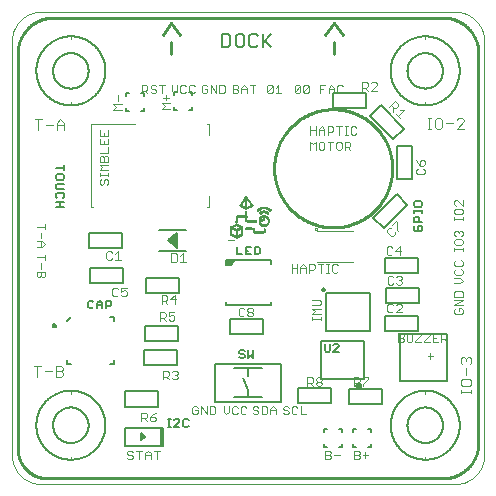
<source format=gto>
G75*
%MOIN*%
%OFA0B0*%
%FSLAX25Y25*%
%IPPOS*%
%LPD*%
%AMOC8*
5,1,8,0,0,1.08239X$1,22.5*
%
%ADD10C,0.00000*%
%ADD11C,0.01000*%
%ADD12C,0.00400*%
%ADD13R,0.00193X0.00028*%
%ADD14R,0.00303X0.00028*%
%ADD15R,0.00413X0.00028*%
%ADD16R,0.00524X0.00028*%
%ADD17R,0.00634X0.00028*%
%ADD18R,0.00744X0.00028*%
%ADD19R,0.00854X0.00028*%
%ADD20R,0.00965X0.00028*%
%ADD21R,0.01075X0.00028*%
%ADD22R,0.01185X0.00028*%
%ADD23R,0.01295X0.00028*%
%ADD24R,0.01406X0.00028*%
%ADD25R,0.01516X0.00028*%
%ADD26R,0.01626X0.00028*%
%ADD27R,0.01736X0.00028*%
%ADD28R,0.01846X0.00028*%
%ADD29R,0.01957X0.00028*%
%ADD30R,0.02067X0.00028*%
%ADD31R,0.02177X0.00028*%
%ADD32R,0.02287X0.00028*%
%ADD33R,0.02398X0.00028*%
%ADD34R,0.02508X0.00028*%
%ADD35R,0.02618X0.00028*%
%ADD36R,0.02728X0.00028*%
%ADD37R,0.02839X0.00028*%
%ADD38R,0.02949X0.00028*%
%ADD39R,0.03059X0.00028*%
%ADD40R,0.03169X0.00028*%
%ADD41R,0.03280X0.00028*%
%ADD42R,0.03390X0.00028*%
%ADD43R,0.03500X0.00028*%
%ADD44R,0.03610X0.00028*%
%ADD45R,0.01488X0.00028*%
%ADD46R,0.00661X0.00028*%
%ADD47R,0.01461X0.00028*%
%ADD48R,0.01433X0.00028*%
%ADD49R,0.01378X0.00028*%
%ADD50R,0.01323X0.00028*%
%ADD51R,0.01268X0.00028*%
%ADD52R,0.01240X0.00028*%
%ADD53R,0.01130X0.00028*%
%ADD54R,0.01020X0.00028*%
%ADD55R,0.00909X0.00028*%
%ADD56R,0.00799X0.00028*%
%ADD57R,0.00689X0.00028*%
%ADD58R,0.02756X0.00028*%
%ADD59R,0.03087X0.00028*%
%ADD60R,0.03197X0.00028*%
%ADD61R,0.03307X0.00028*%
%ADD62R,0.03362X0.00028*%
%ADD63R,0.03445X0.00028*%
%ADD64R,0.03528X0.00028*%
%ADD65R,0.03583X0.00028*%
%ADD66R,0.03638X0.00028*%
%ADD67R,0.03693X0.00028*%
%ADD68R,0.03720X0.00028*%
%ADD69R,0.03748X0.00028*%
%ADD70R,0.03803X0.00028*%
%ADD71R,0.03858X0.00028*%
%ADD72R,0.03913X0.00028*%
%ADD73R,0.03941X0.00028*%
%ADD74R,0.03969X0.00028*%
%ADD75R,0.04024X0.00028*%
%ADD76R,0.04079X0.00028*%
%ADD77R,0.00772X0.00028*%
%ADD78R,0.00717X0.00028*%
%ADD79R,0.00882X0.00028*%
%ADD80R,0.00992X0.00028*%
%ADD81R,0.01102X0.00028*%
%ADD82R,0.01213X0.00028*%
%ADD83R,0.01543X0.00028*%
%ADD84R,0.01654X0.00028*%
%ADD85R,0.01764X0.00028*%
%ADD86R,0.01874X0.00028*%
%ADD87R,0.01984X0.00028*%
%ADD88R,0.02094X0.00028*%
%ADD89R,0.03142X0.00028*%
%ADD90R,0.02205X0.00028*%
%ADD91R,0.02315X0.00028*%
%ADD92R,0.02425X0.00028*%
%ADD93R,0.03224X0.00028*%
%ADD94R,0.02535X0.00028*%
%ADD95R,0.00606X0.00028*%
%ADD96R,0.02646X0.00028*%
%ADD97R,0.00579X0.00028*%
%ADD98R,0.00551X0.00028*%
%ADD99R,0.02866X0.00028*%
%ADD100R,0.00496X0.00028*%
%ADD101R,0.02122X0.00028*%
%ADD102R,0.00441X0.00028*%
%ADD103R,0.00386X0.00028*%
%ADD104R,0.02012X0.00028*%
%ADD105R,0.00276X0.00028*%
%ADD106R,0.03114X0.00028*%
%ADD107R,0.00083X0.00028*%
%ADD108R,0.01902X0.00028*%
%ADD109R,0.01791X0.00028*%
%ADD110R,0.03031X0.00028*%
%ADD111R,0.03004X0.00028*%
%ADD112R,0.01681X0.00028*%
%ADD113R,0.02894X0.00028*%
%ADD114R,0.01571X0.00028*%
%ADD115R,0.02811X0.00028*%
%ADD116R,0.02563X0.00028*%
%ADD117R,0.01350X0.00028*%
%ADD118R,0.01157X0.00028*%
%ADD119R,0.00331X0.00028*%
%ADD120R,0.00937X0.00028*%
%ADD121R,0.02976X0.00028*%
%ADD122R,0.02039X0.00028*%
%ADD123R,0.02150X0.00028*%
%ADD124R,0.02260X0.00028*%
%ADD125R,0.02370X0.00028*%
%ADD126R,0.02480X0.00028*%
%ADD127R,0.02591X0.00028*%
%ADD128R,0.02701X0.00028*%
%ADD129R,0.00827X0.00028*%
%ADD130R,0.00165X0.00028*%
%ADD131R,0.03252X0.00028*%
%ADD132R,0.00469X0.00028*%
%ADD133R,0.03417X0.00028*%
%ADD134R,0.03555X0.00028*%
%ADD135R,0.03665X0.00028*%
%ADD136R,0.01047X0.00028*%
%ADD137R,0.03886X0.00028*%
%ADD138R,0.03831X0.00028*%
%ADD139R,0.03776X0.00028*%
%ADD140R,0.00220X0.00028*%
%ADD141R,0.00248X0.00028*%
%ADD142R,0.00358X0.00028*%
%ADD143R,0.02453X0.00028*%
%ADD144R,0.02343X0.00028*%
%ADD145R,0.03335X0.00028*%
%ADD146R,0.02232X0.00028*%
%ADD147R,0.02921X0.00028*%
%ADD148R,0.02673X0.00028*%
%ADD149R,0.02783X0.00028*%
%ADD150R,0.01929X0.00028*%
%ADD151R,0.01819X0.00028*%
%ADD152R,0.00110X0.00028*%
%ADD153C,0.00800*%
%ADD154C,0.01100*%
%ADD155C,0.00600*%
%ADD156C,0.00300*%
%ADD157C,0.00500*%
%ADD158C,0.00394*%
%ADD159C,0.00200*%
%ADD160C,0.00700*%
D10*
X0010843Y0001300D02*
X0148638Y0001300D01*
X0148876Y0001303D01*
X0149114Y0001311D01*
X0149351Y0001326D01*
X0149588Y0001346D01*
X0149824Y0001372D01*
X0150060Y0001403D01*
X0150295Y0001440D01*
X0150529Y0001483D01*
X0150762Y0001532D01*
X0150994Y0001586D01*
X0151224Y0001646D01*
X0151453Y0001711D01*
X0151680Y0001782D01*
X0151905Y0001858D01*
X0152128Y0001940D01*
X0152350Y0002027D01*
X0152569Y0002119D01*
X0152786Y0002217D01*
X0153000Y0002319D01*
X0153212Y0002427D01*
X0153422Y0002541D01*
X0153628Y0002659D01*
X0153832Y0002782D01*
X0154032Y0002910D01*
X0154229Y0003042D01*
X0154424Y0003180D01*
X0154614Y0003322D01*
X0154802Y0003469D01*
X0154985Y0003620D01*
X0155165Y0003775D01*
X0155341Y0003935D01*
X0155513Y0004099D01*
X0155682Y0004268D01*
X0155846Y0004440D01*
X0156006Y0004616D01*
X0156161Y0004796D01*
X0156312Y0004979D01*
X0156459Y0005167D01*
X0156601Y0005357D01*
X0156739Y0005552D01*
X0156871Y0005749D01*
X0156999Y0005949D01*
X0157122Y0006153D01*
X0157240Y0006359D01*
X0157354Y0006569D01*
X0157462Y0006781D01*
X0157564Y0006995D01*
X0157662Y0007212D01*
X0157754Y0007431D01*
X0157841Y0007653D01*
X0157923Y0007876D01*
X0157999Y0008101D01*
X0158070Y0008328D01*
X0158135Y0008557D01*
X0158195Y0008787D01*
X0158249Y0009019D01*
X0158298Y0009252D01*
X0158341Y0009486D01*
X0158378Y0009721D01*
X0158409Y0009957D01*
X0158435Y0010193D01*
X0158455Y0010430D01*
X0158470Y0010667D01*
X0158478Y0010905D01*
X0158481Y0011143D01*
X0158480Y0011143D02*
X0158480Y0148938D01*
X0158481Y0148938D02*
X0158478Y0149176D01*
X0158470Y0149414D01*
X0158455Y0149651D01*
X0158435Y0149888D01*
X0158409Y0150124D01*
X0158378Y0150360D01*
X0158341Y0150595D01*
X0158298Y0150829D01*
X0158249Y0151062D01*
X0158195Y0151294D01*
X0158135Y0151524D01*
X0158070Y0151753D01*
X0157999Y0151980D01*
X0157923Y0152205D01*
X0157841Y0152428D01*
X0157754Y0152650D01*
X0157662Y0152869D01*
X0157564Y0153086D01*
X0157462Y0153300D01*
X0157354Y0153512D01*
X0157240Y0153722D01*
X0157122Y0153928D01*
X0156999Y0154132D01*
X0156871Y0154332D01*
X0156739Y0154529D01*
X0156601Y0154724D01*
X0156459Y0154914D01*
X0156312Y0155102D01*
X0156161Y0155285D01*
X0156006Y0155465D01*
X0155846Y0155641D01*
X0155682Y0155813D01*
X0155513Y0155982D01*
X0155341Y0156146D01*
X0155165Y0156306D01*
X0154985Y0156461D01*
X0154802Y0156612D01*
X0154614Y0156759D01*
X0154424Y0156901D01*
X0154229Y0157039D01*
X0154032Y0157171D01*
X0153832Y0157299D01*
X0153628Y0157422D01*
X0153422Y0157540D01*
X0153212Y0157654D01*
X0153000Y0157762D01*
X0152786Y0157864D01*
X0152569Y0157962D01*
X0152350Y0158054D01*
X0152128Y0158141D01*
X0151905Y0158223D01*
X0151680Y0158299D01*
X0151453Y0158370D01*
X0151224Y0158435D01*
X0150994Y0158495D01*
X0150762Y0158549D01*
X0150529Y0158598D01*
X0150295Y0158641D01*
X0150060Y0158678D01*
X0149824Y0158709D01*
X0149588Y0158735D01*
X0149351Y0158755D01*
X0149114Y0158770D01*
X0148876Y0158778D01*
X0148638Y0158781D01*
X0148638Y0158780D02*
X0010843Y0158780D01*
X0010843Y0158781D02*
X0010605Y0158778D01*
X0010367Y0158770D01*
X0010130Y0158755D01*
X0009893Y0158735D01*
X0009657Y0158709D01*
X0009421Y0158678D01*
X0009186Y0158641D01*
X0008952Y0158598D01*
X0008719Y0158549D01*
X0008487Y0158495D01*
X0008257Y0158435D01*
X0008028Y0158370D01*
X0007801Y0158299D01*
X0007576Y0158223D01*
X0007353Y0158141D01*
X0007131Y0158054D01*
X0006912Y0157962D01*
X0006695Y0157864D01*
X0006481Y0157762D01*
X0006269Y0157654D01*
X0006059Y0157540D01*
X0005853Y0157422D01*
X0005649Y0157299D01*
X0005449Y0157171D01*
X0005252Y0157039D01*
X0005057Y0156901D01*
X0004867Y0156759D01*
X0004679Y0156612D01*
X0004496Y0156461D01*
X0004316Y0156306D01*
X0004140Y0156146D01*
X0003968Y0155982D01*
X0003799Y0155813D01*
X0003635Y0155641D01*
X0003475Y0155465D01*
X0003320Y0155285D01*
X0003169Y0155102D01*
X0003022Y0154914D01*
X0002880Y0154724D01*
X0002742Y0154529D01*
X0002610Y0154332D01*
X0002482Y0154132D01*
X0002359Y0153928D01*
X0002241Y0153722D01*
X0002127Y0153512D01*
X0002019Y0153300D01*
X0001917Y0153086D01*
X0001819Y0152869D01*
X0001727Y0152650D01*
X0001640Y0152428D01*
X0001558Y0152205D01*
X0001482Y0151980D01*
X0001411Y0151753D01*
X0001346Y0151524D01*
X0001286Y0151294D01*
X0001232Y0151062D01*
X0001183Y0150829D01*
X0001140Y0150595D01*
X0001103Y0150360D01*
X0001072Y0150124D01*
X0001046Y0149888D01*
X0001026Y0149651D01*
X0001011Y0149414D01*
X0001003Y0149176D01*
X0001000Y0148938D01*
X0001000Y0011143D01*
X0001003Y0010905D01*
X0001011Y0010667D01*
X0001026Y0010430D01*
X0001046Y0010193D01*
X0001072Y0009957D01*
X0001103Y0009721D01*
X0001140Y0009486D01*
X0001183Y0009252D01*
X0001232Y0009019D01*
X0001286Y0008787D01*
X0001346Y0008557D01*
X0001411Y0008328D01*
X0001482Y0008101D01*
X0001558Y0007876D01*
X0001640Y0007653D01*
X0001727Y0007431D01*
X0001819Y0007212D01*
X0001917Y0006995D01*
X0002019Y0006781D01*
X0002127Y0006569D01*
X0002241Y0006359D01*
X0002359Y0006153D01*
X0002482Y0005949D01*
X0002610Y0005749D01*
X0002742Y0005552D01*
X0002880Y0005357D01*
X0003022Y0005167D01*
X0003169Y0004979D01*
X0003320Y0004796D01*
X0003475Y0004616D01*
X0003635Y0004440D01*
X0003799Y0004268D01*
X0003968Y0004099D01*
X0004140Y0003935D01*
X0004316Y0003775D01*
X0004496Y0003620D01*
X0004679Y0003469D01*
X0004867Y0003322D01*
X0005057Y0003180D01*
X0005252Y0003042D01*
X0005449Y0002910D01*
X0005649Y0002782D01*
X0005853Y0002659D01*
X0006059Y0002541D01*
X0006269Y0002427D01*
X0006481Y0002319D01*
X0006695Y0002217D01*
X0006912Y0002119D01*
X0007131Y0002027D01*
X0007353Y0001940D01*
X0007576Y0001858D01*
X0007801Y0001782D01*
X0008028Y0001711D01*
X0008257Y0001646D01*
X0008487Y0001586D01*
X0008719Y0001532D01*
X0008952Y0001483D01*
X0009186Y0001440D01*
X0009421Y0001403D01*
X0009657Y0001372D01*
X0009893Y0001346D01*
X0010130Y0001326D01*
X0010367Y0001311D01*
X0010605Y0001303D01*
X0010843Y0001300D01*
X0073180Y0082612D02*
X0073216Y0082667D01*
X0073230Y0082667D02*
X0073230Y0082621D01*
X0073239Y0082612D01*
X0073258Y0082612D01*
X0073267Y0082621D01*
X0073267Y0082667D01*
X0073290Y0082649D02*
X0073318Y0082649D01*
X0073332Y0082639D02*
X0073341Y0082649D01*
X0073359Y0082649D01*
X0073369Y0082639D01*
X0073369Y0082630D01*
X0073332Y0082630D01*
X0073332Y0082621D02*
X0073332Y0082639D01*
X0073332Y0082621D02*
X0073341Y0082612D01*
X0073359Y0082612D01*
X0073383Y0082612D02*
X0073383Y0082649D01*
X0073401Y0082649D02*
X0073410Y0082649D01*
X0073401Y0082649D02*
X0073383Y0082630D01*
X0073425Y0082639D02*
X0073434Y0082649D01*
X0073462Y0082649D01*
X0073452Y0082630D02*
X0073434Y0082630D01*
X0073425Y0082639D01*
X0073425Y0082612D02*
X0073452Y0082612D01*
X0073462Y0082621D01*
X0073452Y0082630D01*
X0073476Y0082612D02*
X0073512Y0082667D01*
X0073526Y0082658D02*
X0073526Y0082649D01*
X0073536Y0082639D01*
X0073554Y0082639D01*
X0073563Y0082630D01*
X0073563Y0082621D01*
X0073554Y0082612D01*
X0073536Y0082612D01*
X0073526Y0082621D01*
X0073526Y0082658D02*
X0073536Y0082667D01*
X0073554Y0082667D01*
X0073563Y0082658D01*
X0073577Y0082649D02*
X0073586Y0082649D01*
X0073586Y0082612D01*
X0073577Y0082612D02*
X0073595Y0082612D01*
X0073611Y0082612D02*
X0073611Y0082649D01*
X0073620Y0082649D01*
X0073629Y0082639D01*
X0073638Y0082649D01*
X0073648Y0082639D01*
X0073648Y0082612D01*
X0073662Y0082621D02*
X0073671Y0082612D01*
X0073689Y0082612D01*
X0073698Y0082621D01*
X0073698Y0082639D01*
X0073689Y0082649D01*
X0073671Y0082649D01*
X0073662Y0082639D01*
X0073662Y0082621D01*
X0073629Y0082612D02*
X0073629Y0082639D01*
X0073586Y0082667D02*
X0073586Y0082676D01*
X0073712Y0082649D02*
X0073740Y0082649D01*
X0073749Y0082639D01*
X0073749Y0082612D01*
X0073763Y0082621D02*
X0073763Y0082639D01*
X0073772Y0082649D01*
X0073791Y0082649D01*
X0073800Y0082639D01*
X0073800Y0082630D01*
X0073763Y0082630D01*
X0073763Y0082621D02*
X0073772Y0082612D01*
X0073791Y0082612D01*
X0073814Y0082612D02*
X0073851Y0082667D01*
X0073865Y0082667D02*
X0073892Y0082667D01*
X0073901Y0082658D01*
X0073901Y0082621D01*
X0073892Y0082612D01*
X0073865Y0082612D01*
X0073865Y0082667D01*
X0073915Y0082639D02*
X0073925Y0082649D01*
X0073943Y0082649D01*
X0073952Y0082639D01*
X0073952Y0082630D01*
X0073915Y0082630D01*
X0073915Y0082621D02*
X0073915Y0082639D01*
X0073915Y0082621D02*
X0073925Y0082612D01*
X0073943Y0082612D01*
X0073966Y0082612D02*
X0073994Y0082612D01*
X0074003Y0082621D01*
X0073994Y0082630D01*
X0073975Y0082630D01*
X0073966Y0082639D01*
X0073975Y0082649D01*
X0074003Y0082649D01*
X0074017Y0082667D02*
X0074017Y0082612D01*
X0074017Y0082630D02*
X0074044Y0082649D01*
X0074059Y0082649D02*
X0074078Y0082649D01*
X0074068Y0082658D02*
X0074068Y0082621D01*
X0074078Y0082612D01*
X0074093Y0082621D02*
X0074102Y0082612D01*
X0074121Y0082612D01*
X0074130Y0082621D01*
X0074130Y0082639D01*
X0074121Y0082649D01*
X0074102Y0082649D01*
X0074093Y0082639D01*
X0074093Y0082621D01*
X0074044Y0082612D02*
X0074017Y0082630D01*
X0074144Y0082612D02*
X0074171Y0082612D01*
X0074181Y0082621D01*
X0074181Y0082639D01*
X0074171Y0082649D01*
X0074144Y0082649D01*
X0074144Y0082593D01*
X0074195Y0082612D02*
X0074231Y0082667D01*
X0074245Y0082649D02*
X0074273Y0082649D01*
X0074282Y0082639D01*
X0074282Y0082612D01*
X0074296Y0082621D02*
X0074305Y0082612D01*
X0074324Y0082612D01*
X0074333Y0082621D01*
X0074333Y0082639D01*
X0074324Y0082649D01*
X0074305Y0082649D01*
X0074296Y0082639D01*
X0074296Y0082621D01*
X0074347Y0082621D02*
X0074356Y0082612D01*
X0074384Y0082612D01*
X0074384Y0082649D01*
X0074398Y0082649D02*
X0074425Y0082649D01*
X0074434Y0082639D01*
X0074434Y0082612D01*
X0074448Y0082603D02*
X0074485Y0082603D01*
X0074499Y0082612D02*
X0074536Y0082612D01*
X0074517Y0082612D02*
X0074517Y0082667D01*
X0074499Y0082649D01*
X0074550Y0082639D02*
X0074587Y0082639D01*
X0074601Y0082621D02*
X0074610Y0082612D01*
X0074628Y0082612D01*
X0074637Y0082621D01*
X0074637Y0082630D01*
X0074628Y0082639D01*
X0074619Y0082639D01*
X0074628Y0082639D02*
X0074637Y0082649D01*
X0074637Y0082658D01*
X0074628Y0082667D01*
X0074610Y0082667D01*
X0074601Y0082658D01*
X0074577Y0082667D02*
X0074550Y0082639D01*
X0074577Y0082612D02*
X0074577Y0082667D01*
X0074651Y0082658D02*
X0074651Y0082649D01*
X0074660Y0082639D01*
X0074688Y0082639D01*
X0074702Y0082649D02*
X0074720Y0082667D01*
X0074720Y0082612D01*
X0074702Y0082612D02*
X0074739Y0082612D01*
X0074753Y0082621D02*
X0074762Y0082612D01*
X0074780Y0082612D01*
X0074790Y0082621D01*
X0074790Y0082630D01*
X0074780Y0082639D01*
X0074753Y0082639D01*
X0074753Y0082621D01*
X0074753Y0082639D02*
X0074771Y0082658D01*
X0074790Y0082667D01*
X0074804Y0082603D02*
X0074840Y0082603D01*
X0074854Y0082621D02*
X0074863Y0082612D01*
X0074891Y0082612D01*
X0074905Y0082621D02*
X0074914Y0082612D01*
X0074942Y0082612D01*
X0074956Y0082612D02*
X0074965Y0082612D01*
X0074965Y0082621D01*
X0074956Y0082621D01*
X0074956Y0082612D01*
X0074981Y0082612D02*
X0075009Y0082612D01*
X0075018Y0082621D01*
X0075018Y0082639D01*
X0075009Y0082649D01*
X0074981Y0082649D01*
X0074981Y0082667D02*
X0074981Y0082612D01*
X0075032Y0082612D02*
X0075032Y0082649D01*
X0075041Y0082649D01*
X0075050Y0082639D01*
X0075059Y0082649D01*
X0075069Y0082639D01*
X0075069Y0082612D01*
X0075083Y0082612D02*
X0075110Y0082612D01*
X0075119Y0082621D01*
X0075119Y0082639D01*
X0075110Y0082649D01*
X0075083Y0082649D01*
X0075083Y0082593D01*
X0075050Y0082612D02*
X0075050Y0082639D01*
X0074942Y0082649D02*
X0074914Y0082649D01*
X0074905Y0082639D01*
X0074905Y0082621D01*
X0074891Y0082649D02*
X0074863Y0082649D01*
X0074854Y0082639D01*
X0074854Y0082621D01*
X0074688Y0082621D02*
X0074688Y0082658D01*
X0074679Y0082667D01*
X0074660Y0082667D01*
X0074651Y0082658D01*
X0074651Y0082621D02*
X0074660Y0082612D01*
X0074679Y0082612D01*
X0074688Y0082621D01*
X0074398Y0082612D02*
X0074398Y0082649D01*
X0074347Y0082649D02*
X0074347Y0082621D01*
X0074245Y0082612D02*
X0074245Y0082649D01*
X0073712Y0082649D02*
X0073712Y0082612D01*
X0073318Y0082621D02*
X0073309Y0082630D01*
X0073290Y0082630D01*
X0073281Y0082639D01*
X0073290Y0082649D01*
X0073281Y0082612D02*
X0073309Y0082612D01*
X0073318Y0082621D01*
D11*
X0088441Y0106583D02*
X0088447Y0107066D01*
X0088465Y0107549D01*
X0088494Y0108031D01*
X0088536Y0108512D01*
X0088589Y0108993D01*
X0088654Y0109471D01*
X0088731Y0109948D01*
X0088819Y0110423D01*
X0088919Y0110896D01*
X0089031Y0111366D01*
X0089154Y0111833D01*
X0089289Y0112297D01*
X0089435Y0112758D01*
X0089592Y0113215D01*
X0089760Y0113668D01*
X0089939Y0114116D01*
X0090130Y0114560D01*
X0090331Y0114999D01*
X0090543Y0115434D01*
X0090765Y0115862D01*
X0090998Y0116286D01*
X0091242Y0116703D01*
X0091495Y0117114D01*
X0091759Y0117519D01*
X0092032Y0117918D01*
X0092315Y0118309D01*
X0092607Y0118694D01*
X0092909Y0119071D01*
X0093220Y0119441D01*
X0093540Y0119803D01*
X0093869Y0120157D01*
X0094207Y0120502D01*
X0094552Y0120840D01*
X0094906Y0121169D01*
X0095268Y0121489D01*
X0095638Y0121800D01*
X0096015Y0122102D01*
X0096400Y0122394D01*
X0096791Y0122677D01*
X0097190Y0122950D01*
X0097595Y0123214D01*
X0098006Y0123467D01*
X0098423Y0123711D01*
X0098847Y0123944D01*
X0099275Y0124166D01*
X0099710Y0124378D01*
X0100149Y0124579D01*
X0100593Y0124770D01*
X0101041Y0124949D01*
X0101494Y0125117D01*
X0101951Y0125274D01*
X0102412Y0125420D01*
X0102876Y0125555D01*
X0103343Y0125678D01*
X0103813Y0125790D01*
X0104286Y0125890D01*
X0104761Y0125978D01*
X0105238Y0126055D01*
X0105716Y0126120D01*
X0106197Y0126173D01*
X0106678Y0126215D01*
X0107160Y0126244D01*
X0107643Y0126262D01*
X0108126Y0126268D01*
X0108609Y0126262D01*
X0109092Y0126244D01*
X0109574Y0126215D01*
X0110055Y0126173D01*
X0110536Y0126120D01*
X0111014Y0126055D01*
X0111491Y0125978D01*
X0111966Y0125890D01*
X0112439Y0125790D01*
X0112909Y0125678D01*
X0113376Y0125555D01*
X0113840Y0125420D01*
X0114301Y0125274D01*
X0114758Y0125117D01*
X0115211Y0124949D01*
X0115659Y0124770D01*
X0116103Y0124579D01*
X0116542Y0124378D01*
X0116977Y0124166D01*
X0117405Y0123944D01*
X0117829Y0123711D01*
X0118246Y0123467D01*
X0118657Y0123214D01*
X0119062Y0122950D01*
X0119461Y0122677D01*
X0119852Y0122394D01*
X0120237Y0122102D01*
X0120614Y0121800D01*
X0120984Y0121489D01*
X0121346Y0121169D01*
X0121700Y0120840D01*
X0122045Y0120502D01*
X0122383Y0120157D01*
X0122712Y0119803D01*
X0123032Y0119441D01*
X0123343Y0119071D01*
X0123645Y0118694D01*
X0123937Y0118309D01*
X0124220Y0117918D01*
X0124493Y0117519D01*
X0124757Y0117114D01*
X0125010Y0116703D01*
X0125254Y0116286D01*
X0125487Y0115862D01*
X0125709Y0115434D01*
X0125921Y0114999D01*
X0126122Y0114560D01*
X0126313Y0114116D01*
X0126492Y0113668D01*
X0126660Y0113215D01*
X0126817Y0112758D01*
X0126963Y0112297D01*
X0127098Y0111833D01*
X0127221Y0111366D01*
X0127333Y0110896D01*
X0127433Y0110423D01*
X0127521Y0109948D01*
X0127598Y0109471D01*
X0127663Y0108993D01*
X0127716Y0108512D01*
X0127758Y0108031D01*
X0127787Y0107549D01*
X0127805Y0107066D01*
X0127811Y0106583D01*
X0127805Y0106100D01*
X0127787Y0105617D01*
X0127758Y0105135D01*
X0127716Y0104654D01*
X0127663Y0104173D01*
X0127598Y0103695D01*
X0127521Y0103218D01*
X0127433Y0102743D01*
X0127333Y0102270D01*
X0127221Y0101800D01*
X0127098Y0101333D01*
X0126963Y0100869D01*
X0126817Y0100408D01*
X0126660Y0099951D01*
X0126492Y0099498D01*
X0126313Y0099050D01*
X0126122Y0098606D01*
X0125921Y0098167D01*
X0125709Y0097732D01*
X0125487Y0097304D01*
X0125254Y0096880D01*
X0125010Y0096463D01*
X0124757Y0096052D01*
X0124493Y0095647D01*
X0124220Y0095248D01*
X0123937Y0094857D01*
X0123645Y0094472D01*
X0123343Y0094095D01*
X0123032Y0093725D01*
X0122712Y0093363D01*
X0122383Y0093009D01*
X0122045Y0092664D01*
X0121700Y0092326D01*
X0121346Y0091997D01*
X0120984Y0091677D01*
X0120614Y0091366D01*
X0120237Y0091064D01*
X0119852Y0090772D01*
X0119461Y0090489D01*
X0119062Y0090216D01*
X0118657Y0089952D01*
X0118246Y0089699D01*
X0117829Y0089455D01*
X0117405Y0089222D01*
X0116977Y0089000D01*
X0116542Y0088788D01*
X0116103Y0088587D01*
X0115659Y0088396D01*
X0115211Y0088217D01*
X0114758Y0088049D01*
X0114301Y0087892D01*
X0113840Y0087746D01*
X0113376Y0087611D01*
X0112909Y0087488D01*
X0112439Y0087376D01*
X0111966Y0087276D01*
X0111491Y0087188D01*
X0111014Y0087111D01*
X0110536Y0087046D01*
X0110055Y0086993D01*
X0109574Y0086951D01*
X0109092Y0086922D01*
X0108609Y0086904D01*
X0108126Y0086898D01*
X0107643Y0086904D01*
X0107160Y0086922D01*
X0106678Y0086951D01*
X0106197Y0086993D01*
X0105716Y0087046D01*
X0105238Y0087111D01*
X0104761Y0087188D01*
X0104286Y0087276D01*
X0103813Y0087376D01*
X0103343Y0087488D01*
X0102876Y0087611D01*
X0102412Y0087746D01*
X0101951Y0087892D01*
X0101494Y0088049D01*
X0101041Y0088217D01*
X0100593Y0088396D01*
X0100149Y0088587D01*
X0099710Y0088788D01*
X0099275Y0089000D01*
X0098847Y0089222D01*
X0098423Y0089455D01*
X0098006Y0089699D01*
X0097595Y0089952D01*
X0097190Y0090216D01*
X0096791Y0090489D01*
X0096400Y0090772D01*
X0096015Y0091064D01*
X0095638Y0091366D01*
X0095268Y0091677D01*
X0094906Y0091997D01*
X0094552Y0092326D01*
X0094207Y0092664D01*
X0093869Y0093009D01*
X0093540Y0093363D01*
X0093220Y0093725D01*
X0092909Y0094095D01*
X0092607Y0094472D01*
X0092315Y0094857D01*
X0092032Y0095248D01*
X0091759Y0095647D01*
X0091495Y0096052D01*
X0091242Y0096463D01*
X0090998Y0096880D01*
X0090765Y0097304D01*
X0090543Y0097732D01*
X0090331Y0098167D01*
X0090130Y0098606D01*
X0089939Y0099050D01*
X0089760Y0099498D01*
X0089592Y0099951D01*
X0089435Y0100408D01*
X0089289Y0100869D01*
X0089154Y0101333D01*
X0089031Y0101800D01*
X0088919Y0102270D01*
X0088819Y0102743D01*
X0088731Y0103218D01*
X0088654Y0103695D01*
X0088589Y0104173D01*
X0088536Y0104654D01*
X0088494Y0105135D01*
X0088465Y0105617D01*
X0088447Y0106100D01*
X0088441Y0106583D01*
X0144701Y0156812D02*
X0144986Y0156809D01*
X0145272Y0156798D01*
X0145557Y0156781D01*
X0145841Y0156757D01*
X0146125Y0156726D01*
X0146408Y0156688D01*
X0146689Y0156643D01*
X0146970Y0156592D01*
X0147250Y0156534D01*
X0147528Y0156469D01*
X0147804Y0156397D01*
X0148078Y0156319D01*
X0148351Y0156234D01*
X0148621Y0156142D01*
X0148889Y0156044D01*
X0149155Y0155940D01*
X0149418Y0155829D01*
X0149678Y0155712D01*
X0149936Y0155589D01*
X0150190Y0155459D01*
X0150441Y0155323D01*
X0150689Y0155182D01*
X0150933Y0155034D01*
X0151174Y0154881D01*
X0151410Y0154721D01*
X0151643Y0154556D01*
X0151872Y0154386D01*
X0152097Y0154210D01*
X0152317Y0154028D01*
X0152533Y0153842D01*
X0152744Y0153650D01*
X0152951Y0153453D01*
X0153153Y0153251D01*
X0153350Y0153044D01*
X0153542Y0152833D01*
X0153728Y0152617D01*
X0153910Y0152397D01*
X0154086Y0152172D01*
X0154256Y0151943D01*
X0154421Y0151710D01*
X0154581Y0151474D01*
X0154734Y0151233D01*
X0154882Y0150989D01*
X0155023Y0150741D01*
X0155159Y0150490D01*
X0155289Y0150236D01*
X0155412Y0149978D01*
X0155529Y0149718D01*
X0155640Y0149455D01*
X0155744Y0149189D01*
X0155842Y0148921D01*
X0155934Y0148651D01*
X0156019Y0148378D01*
X0156097Y0148104D01*
X0156169Y0147828D01*
X0156234Y0147550D01*
X0156292Y0147270D01*
X0156343Y0146989D01*
X0156388Y0146708D01*
X0156426Y0146425D01*
X0156457Y0146141D01*
X0156481Y0145857D01*
X0156498Y0145572D01*
X0156509Y0145286D01*
X0156512Y0145001D01*
X0156512Y0015080D01*
X0156509Y0014795D01*
X0156498Y0014509D01*
X0156481Y0014224D01*
X0156457Y0013940D01*
X0156426Y0013656D01*
X0156388Y0013373D01*
X0156343Y0013092D01*
X0156292Y0012811D01*
X0156234Y0012531D01*
X0156169Y0012253D01*
X0156097Y0011977D01*
X0156019Y0011703D01*
X0155934Y0011430D01*
X0155842Y0011160D01*
X0155744Y0010892D01*
X0155640Y0010626D01*
X0155529Y0010363D01*
X0155412Y0010103D01*
X0155289Y0009845D01*
X0155159Y0009591D01*
X0155023Y0009340D01*
X0154882Y0009092D01*
X0154734Y0008848D01*
X0154581Y0008607D01*
X0154421Y0008371D01*
X0154256Y0008138D01*
X0154086Y0007909D01*
X0153910Y0007684D01*
X0153728Y0007464D01*
X0153542Y0007248D01*
X0153350Y0007037D01*
X0153153Y0006830D01*
X0152951Y0006628D01*
X0152744Y0006431D01*
X0152533Y0006239D01*
X0152317Y0006053D01*
X0152097Y0005871D01*
X0151872Y0005695D01*
X0151643Y0005525D01*
X0151410Y0005360D01*
X0151174Y0005200D01*
X0150933Y0005047D01*
X0150689Y0004899D01*
X0150441Y0004758D01*
X0150190Y0004622D01*
X0149936Y0004492D01*
X0149678Y0004369D01*
X0149418Y0004252D01*
X0149155Y0004141D01*
X0148889Y0004037D01*
X0148621Y0003939D01*
X0148351Y0003847D01*
X0148078Y0003762D01*
X0147804Y0003684D01*
X0147528Y0003612D01*
X0147250Y0003547D01*
X0146970Y0003489D01*
X0146689Y0003438D01*
X0146408Y0003393D01*
X0146125Y0003355D01*
X0145841Y0003324D01*
X0145557Y0003300D01*
X0145272Y0003283D01*
X0144986Y0003272D01*
X0144701Y0003269D01*
X0012811Y0003269D01*
X0012811Y0003268D02*
X0012573Y0003271D01*
X0012335Y0003279D01*
X0012098Y0003294D01*
X0011861Y0003314D01*
X0011625Y0003340D01*
X0011389Y0003371D01*
X0011154Y0003408D01*
X0010920Y0003451D01*
X0010687Y0003500D01*
X0010455Y0003554D01*
X0010225Y0003614D01*
X0009996Y0003679D01*
X0009769Y0003750D01*
X0009544Y0003826D01*
X0009321Y0003908D01*
X0009099Y0003995D01*
X0008880Y0004087D01*
X0008663Y0004185D01*
X0008449Y0004287D01*
X0008237Y0004395D01*
X0008027Y0004509D01*
X0007821Y0004627D01*
X0007617Y0004750D01*
X0007417Y0004878D01*
X0007220Y0005010D01*
X0007025Y0005148D01*
X0006835Y0005290D01*
X0006647Y0005437D01*
X0006464Y0005588D01*
X0006284Y0005743D01*
X0006108Y0005903D01*
X0005936Y0006067D01*
X0005767Y0006236D01*
X0005603Y0006408D01*
X0005443Y0006584D01*
X0005288Y0006764D01*
X0005137Y0006947D01*
X0004990Y0007135D01*
X0004848Y0007325D01*
X0004710Y0007520D01*
X0004578Y0007717D01*
X0004450Y0007917D01*
X0004327Y0008121D01*
X0004209Y0008327D01*
X0004095Y0008537D01*
X0003987Y0008749D01*
X0003885Y0008963D01*
X0003787Y0009180D01*
X0003695Y0009399D01*
X0003608Y0009621D01*
X0003526Y0009844D01*
X0003450Y0010069D01*
X0003379Y0010296D01*
X0003314Y0010525D01*
X0003254Y0010755D01*
X0003200Y0010987D01*
X0003151Y0011220D01*
X0003108Y0011454D01*
X0003071Y0011689D01*
X0003040Y0011925D01*
X0003014Y0012161D01*
X0002994Y0012398D01*
X0002979Y0012635D01*
X0002971Y0012873D01*
X0002968Y0013111D01*
X0002969Y0013111D02*
X0002969Y0145001D01*
X0002972Y0145286D01*
X0002983Y0145572D01*
X0003000Y0145857D01*
X0003024Y0146141D01*
X0003055Y0146425D01*
X0003093Y0146708D01*
X0003138Y0146989D01*
X0003189Y0147270D01*
X0003247Y0147550D01*
X0003312Y0147828D01*
X0003384Y0148104D01*
X0003462Y0148378D01*
X0003547Y0148651D01*
X0003639Y0148921D01*
X0003737Y0149189D01*
X0003841Y0149455D01*
X0003952Y0149718D01*
X0004069Y0149978D01*
X0004192Y0150236D01*
X0004322Y0150490D01*
X0004458Y0150741D01*
X0004599Y0150989D01*
X0004747Y0151233D01*
X0004900Y0151474D01*
X0005060Y0151710D01*
X0005225Y0151943D01*
X0005395Y0152172D01*
X0005571Y0152397D01*
X0005753Y0152617D01*
X0005939Y0152833D01*
X0006131Y0153044D01*
X0006328Y0153251D01*
X0006530Y0153453D01*
X0006737Y0153650D01*
X0006948Y0153842D01*
X0007164Y0154028D01*
X0007384Y0154210D01*
X0007609Y0154386D01*
X0007838Y0154556D01*
X0008071Y0154721D01*
X0008307Y0154881D01*
X0008548Y0155034D01*
X0008792Y0155182D01*
X0009040Y0155323D01*
X0009291Y0155459D01*
X0009545Y0155589D01*
X0009803Y0155712D01*
X0010063Y0155829D01*
X0010326Y0155940D01*
X0010592Y0156044D01*
X0010860Y0156142D01*
X0011130Y0156234D01*
X0011403Y0156319D01*
X0011677Y0156397D01*
X0011953Y0156469D01*
X0012231Y0156534D01*
X0012511Y0156592D01*
X0012792Y0156643D01*
X0013073Y0156688D01*
X0013356Y0156726D01*
X0013640Y0156757D01*
X0013924Y0156781D01*
X0014209Y0156798D01*
X0014495Y0156809D01*
X0014780Y0156812D01*
X0144701Y0156812D01*
D12*
X0143789Y0123383D02*
X0144379Y0122793D01*
X0144379Y0120433D01*
X0143789Y0119843D01*
X0142609Y0119843D01*
X0142019Y0120433D01*
X0142019Y0122793D01*
X0142609Y0123383D01*
X0143789Y0123383D01*
X0140782Y0123383D02*
X0139602Y0123383D01*
X0140192Y0123383D02*
X0140192Y0119843D01*
X0139602Y0119843D02*
X0140782Y0119843D01*
X0145644Y0121613D02*
X0148004Y0121613D01*
X0149269Y0122793D02*
X0149859Y0123383D01*
X0151039Y0123383D01*
X0151629Y0122793D01*
X0151629Y0122203D01*
X0149269Y0119843D01*
X0151629Y0119843D01*
X0151280Y0096018D02*
X0151280Y0094183D01*
X0149445Y0096018D01*
X0148986Y0096018D01*
X0148528Y0095559D01*
X0148528Y0094642D01*
X0148986Y0094183D01*
X0148986Y0093118D02*
X0148528Y0092659D01*
X0148528Y0091742D01*
X0148986Y0091283D01*
X0150821Y0091283D01*
X0151280Y0091742D01*
X0151280Y0092659D01*
X0150821Y0093118D01*
X0148986Y0093118D01*
X0148528Y0090267D02*
X0148528Y0089350D01*
X0148528Y0089808D02*
X0151280Y0089808D01*
X0151280Y0089350D02*
X0151280Y0090267D01*
X0150821Y0085818D02*
X0151280Y0085359D01*
X0151280Y0084442D01*
X0150821Y0083983D01*
X0150821Y0082918D02*
X0148986Y0082918D01*
X0148528Y0082459D01*
X0148528Y0081542D01*
X0148986Y0081083D01*
X0150821Y0081083D01*
X0151280Y0081542D01*
X0151280Y0082459D01*
X0150821Y0082918D01*
X0148986Y0083983D02*
X0148528Y0084442D01*
X0148528Y0085359D01*
X0148986Y0085818D01*
X0149445Y0085818D01*
X0149904Y0085359D01*
X0150362Y0085818D01*
X0150821Y0085818D01*
X0149904Y0085359D02*
X0149904Y0084900D01*
X0151280Y0080067D02*
X0151280Y0079150D01*
X0151280Y0079608D02*
X0148528Y0079608D01*
X0148528Y0079150D02*
X0148528Y0080067D01*
X0148986Y0075884D02*
X0148528Y0075426D01*
X0148528Y0074508D01*
X0148986Y0074050D01*
X0150821Y0074050D01*
X0151280Y0074508D01*
X0151280Y0075426D01*
X0150821Y0075884D01*
X0150821Y0072984D02*
X0151280Y0072526D01*
X0151280Y0071608D01*
X0150821Y0071150D01*
X0148986Y0071150D01*
X0148528Y0071608D01*
X0148528Y0072526D01*
X0148986Y0072984D01*
X0148528Y0070084D02*
X0150362Y0070084D01*
X0151280Y0069167D01*
X0150362Y0068250D01*
X0148528Y0068250D01*
X0148986Y0065684D02*
X0148528Y0065226D01*
X0148528Y0063850D01*
X0151280Y0063850D01*
X0151280Y0065226D01*
X0150821Y0065684D01*
X0148986Y0065684D01*
X0148528Y0062784D02*
X0151280Y0062784D01*
X0148528Y0060950D01*
X0151280Y0060950D01*
X0150821Y0059884D02*
X0149904Y0059884D01*
X0149904Y0058967D01*
X0150821Y0059884D02*
X0151280Y0059426D01*
X0151280Y0058508D01*
X0150821Y0058050D01*
X0148986Y0058050D01*
X0148528Y0058508D01*
X0148528Y0059426D01*
X0148986Y0059884D01*
X0151224Y0043585D02*
X0151814Y0043585D01*
X0152404Y0042995D01*
X0152994Y0043585D01*
X0153584Y0043585D01*
X0154174Y0042995D01*
X0154174Y0041815D01*
X0153584Y0041225D01*
X0152404Y0042405D02*
X0152404Y0042995D01*
X0151224Y0043585D02*
X0150634Y0042995D01*
X0150634Y0041815D01*
X0151224Y0041225D01*
X0152404Y0039960D02*
X0152404Y0037600D01*
X0151224Y0036335D02*
X0150634Y0035745D01*
X0150634Y0034565D01*
X0151224Y0033975D01*
X0153584Y0033975D01*
X0154174Y0034565D01*
X0154174Y0035745D01*
X0153584Y0036335D01*
X0151224Y0036335D01*
X0150634Y0032738D02*
X0150634Y0031558D01*
X0150634Y0032148D02*
X0154174Y0032148D01*
X0154174Y0031558D02*
X0154174Y0032738D01*
X0103962Y0056029D02*
X0103962Y0056947D01*
X0103962Y0056488D02*
X0101210Y0056488D01*
X0101210Y0056029D02*
X0101210Y0056947D01*
X0101210Y0057963D02*
X0102128Y0058880D01*
X0101210Y0059797D01*
X0103962Y0059797D01*
X0103504Y0060863D02*
X0103962Y0061322D01*
X0103962Y0062239D01*
X0103504Y0062698D01*
X0101210Y0062698D01*
X0101210Y0060863D02*
X0103504Y0060863D01*
X0103962Y0057963D02*
X0101210Y0057963D01*
X0097280Y0027302D02*
X0097280Y0024550D01*
X0099114Y0024550D01*
X0096214Y0025008D02*
X0095756Y0024550D01*
X0094838Y0024550D01*
X0094380Y0025008D01*
X0094380Y0026843D01*
X0094838Y0027302D01*
X0095756Y0027302D01*
X0096214Y0026843D01*
X0093314Y0026843D02*
X0092855Y0027302D01*
X0091938Y0027302D01*
X0091480Y0026843D01*
X0091480Y0026384D01*
X0091938Y0025926D01*
X0092855Y0025926D01*
X0093314Y0025467D01*
X0093314Y0025008D01*
X0092855Y0024550D01*
X0091938Y0024550D01*
X0091480Y0025008D01*
X0089014Y0024550D02*
X0089014Y0026384D01*
X0088097Y0027302D01*
X0087180Y0026384D01*
X0087180Y0024550D01*
X0086114Y0025008D02*
X0086114Y0026843D01*
X0085656Y0027302D01*
X0084280Y0027302D01*
X0084280Y0024550D01*
X0085656Y0024550D01*
X0086114Y0025008D01*
X0087180Y0025926D02*
X0089014Y0025926D01*
X0083214Y0025467D02*
X0083214Y0025008D01*
X0082755Y0024550D01*
X0081838Y0024550D01*
X0081380Y0025008D01*
X0081838Y0025926D02*
X0081380Y0026384D01*
X0081380Y0026843D01*
X0081838Y0027302D01*
X0082755Y0027302D01*
X0083214Y0026843D01*
X0082755Y0025926D02*
X0083214Y0025467D01*
X0082755Y0025926D02*
X0081838Y0025926D01*
X0079214Y0026843D02*
X0078756Y0027302D01*
X0077838Y0027302D01*
X0077380Y0026843D01*
X0077380Y0025008D01*
X0077838Y0024550D01*
X0078756Y0024550D01*
X0079214Y0025008D01*
X0076314Y0025008D02*
X0075856Y0024550D01*
X0074938Y0024550D01*
X0074480Y0025008D01*
X0074480Y0026843D01*
X0074938Y0027302D01*
X0075856Y0027302D01*
X0076314Y0026843D01*
X0073414Y0027302D02*
X0073414Y0025467D01*
X0072497Y0024550D01*
X0071580Y0025467D01*
X0071580Y0027302D01*
X0068814Y0026843D02*
X0068356Y0027302D01*
X0066980Y0027302D01*
X0066980Y0024550D01*
X0068356Y0024550D01*
X0068814Y0025008D01*
X0068814Y0026843D01*
X0065914Y0027302D02*
X0065914Y0024550D01*
X0064080Y0027302D01*
X0064080Y0024550D01*
X0063014Y0025008D02*
X0063014Y0025926D01*
X0062097Y0025926D01*
X0063014Y0026843D02*
X0062555Y0027302D01*
X0061638Y0027302D01*
X0061180Y0026843D01*
X0061180Y0025008D01*
X0061638Y0024550D01*
X0062555Y0024550D01*
X0063014Y0025008D01*
X0050478Y0012520D02*
X0048512Y0012520D01*
X0049495Y0012520D02*
X0049495Y0009571D01*
X0047397Y0009571D02*
X0047397Y0011537D01*
X0046414Y0012520D01*
X0045431Y0011537D01*
X0045431Y0009571D01*
X0045431Y0011045D02*
X0047397Y0011045D01*
X0044316Y0012520D02*
X0042350Y0012520D01*
X0043333Y0012520D02*
X0043333Y0009571D01*
X0041234Y0010062D02*
X0040743Y0009571D01*
X0039760Y0009571D01*
X0039268Y0010062D01*
X0039760Y0011045D02*
X0040743Y0011045D01*
X0041234Y0010554D01*
X0041234Y0010062D01*
X0039760Y0011045D02*
X0039268Y0011537D01*
X0039268Y0012028D01*
X0039760Y0012520D01*
X0040743Y0012520D01*
X0041234Y0012028D01*
X0017337Y0037146D02*
X0015567Y0037146D01*
X0015567Y0040686D01*
X0017337Y0040686D01*
X0017927Y0040096D01*
X0017927Y0039506D01*
X0017337Y0038916D01*
X0015567Y0038916D01*
X0014302Y0038916D02*
X0011942Y0038916D01*
X0010677Y0040686D02*
X0008317Y0040686D01*
X0009497Y0040686D02*
X0009497Y0037146D01*
X0017337Y0037146D02*
X0017927Y0037736D01*
X0017927Y0038326D01*
X0017337Y0038916D01*
X0011573Y0070215D02*
X0011114Y0070215D01*
X0010655Y0070673D01*
X0010655Y0072049D01*
X0010655Y0073115D02*
X0010655Y0074949D01*
X0012031Y0076015D02*
X0012031Y0077850D01*
X0012031Y0076932D02*
X0009280Y0076932D01*
X0009280Y0080405D02*
X0011114Y0080405D01*
X0012031Y0081323D01*
X0011114Y0082240D01*
X0009280Y0082240D01*
X0010655Y0082240D02*
X0010655Y0080405D01*
X0010655Y0083305D02*
X0010655Y0085140D01*
X0012031Y0086206D02*
X0012031Y0088040D01*
X0012031Y0087123D02*
X0009280Y0087123D01*
X0009280Y0072049D02*
X0009280Y0070673D01*
X0009738Y0070215D01*
X0010197Y0070215D01*
X0010655Y0070673D01*
X0011573Y0070215D02*
X0012031Y0070673D01*
X0012031Y0072049D01*
X0009280Y0072049D01*
X0009860Y0119340D02*
X0009860Y0122880D01*
X0008680Y0122880D02*
X0011040Y0122880D01*
X0012305Y0121110D02*
X0014665Y0121110D01*
X0015931Y0121110D02*
X0018291Y0121110D01*
X0018291Y0121700D02*
X0017111Y0122880D01*
X0015931Y0121700D01*
X0015931Y0119340D01*
X0018291Y0119340D02*
X0018291Y0121700D01*
X0044369Y0131603D02*
X0044369Y0134355D01*
X0045744Y0134355D01*
X0046203Y0133896D01*
X0046203Y0132979D01*
X0045744Y0132520D01*
X0044369Y0132520D01*
X0045286Y0132520D02*
X0046203Y0131603D01*
X0047269Y0132062D02*
X0047727Y0131603D01*
X0048645Y0131603D01*
X0049103Y0132062D01*
X0049103Y0132520D01*
X0048645Y0132979D01*
X0047727Y0132979D01*
X0047269Y0133438D01*
X0047269Y0133896D01*
X0047727Y0134355D01*
X0048645Y0134355D01*
X0049103Y0133896D01*
X0050169Y0134355D02*
X0052003Y0134355D01*
X0051086Y0134355D02*
X0051086Y0131603D01*
X0054269Y0132520D02*
X0055186Y0131603D01*
X0056103Y0132520D01*
X0056103Y0134355D01*
X0057169Y0133896D02*
X0057169Y0132062D01*
X0057627Y0131603D01*
X0058545Y0131603D01*
X0059003Y0132062D01*
X0060069Y0132062D02*
X0060069Y0133896D01*
X0060527Y0134355D01*
X0061445Y0134355D01*
X0061903Y0133896D01*
X0061903Y0132062D02*
X0061445Y0131603D01*
X0060527Y0131603D01*
X0060069Y0132062D01*
X0059003Y0133896D02*
X0058545Y0134355D01*
X0057627Y0134355D01*
X0057169Y0133896D01*
X0054269Y0134355D02*
X0054269Y0132520D01*
X0064369Y0132062D02*
X0064827Y0131603D01*
X0065744Y0131603D01*
X0066203Y0132062D01*
X0066203Y0132979D01*
X0065286Y0132979D01*
X0066203Y0133896D02*
X0065744Y0134355D01*
X0064827Y0134355D01*
X0064369Y0133896D01*
X0064369Y0132062D01*
X0067269Y0131603D02*
X0067269Y0134355D01*
X0069103Y0131603D01*
X0069103Y0134355D01*
X0070169Y0134355D02*
X0071545Y0134355D01*
X0072003Y0133896D01*
X0072003Y0132062D01*
X0071545Y0131603D01*
X0070169Y0131603D01*
X0070169Y0134355D01*
X0074569Y0134355D02*
X0074569Y0131603D01*
X0075944Y0131603D01*
X0076403Y0132062D01*
X0076403Y0132520D01*
X0075944Y0132979D01*
X0074569Y0132979D01*
X0075944Y0132979D02*
X0076403Y0133438D01*
X0076403Y0133896D01*
X0075944Y0134355D01*
X0074569Y0134355D01*
X0077469Y0133438D02*
X0077469Y0131603D01*
X0077469Y0132979D02*
X0079303Y0132979D01*
X0079303Y0133438D02*
X0079303Y0131603D01*
X0079303Y0133438D02*
X0078386Y0134355D01*
X0077469Y0133438D01*
X0080369Y0134355D02*
X0082203Y0134355D01*
X0081286Y0134355D02*
X0081286Y0131603D01*
X0086069Y0132062D02*
X0087903Y0133896D01*
X0087903Y0132062D01*
X0087444Y0131603D01*
X0086527Y0131603D01*
X0086069Y0132062D01*
X0086069Y0133896D01*
X0086527Y0134355D01*
X0087444Y0134355D01*
X0087903Y0133896D01*
X0088969Y0133438D02*
X0089886Y0134355D01*
X0089886Y0131603D01*
X0088969Y0131603D02*
X0090803Y0131603D01*
X0095269Y0132062D02*
X0097103Y0133896D01*
X0097103Y0132062D01*
X0096644Y0131603D01*
X0095727Y0131603D01*
X0095269Y0132062D01*
X0095269Y0133896D01*
X0095727Y0134355D01*
X0096644Y0134355D01*
X0097103Y0133896D01*
X0098169Y0133896D02*
X0098169Y0132062D01*
X0100003Y0133896D01*
X0100003Y0132062D01*
X0099545Y0131603D01*
X0098627Y0131603D01*
X0098169Y0132062D01*
X0098169Y0133896D02*
X0098627Y0134355D01*
X0099545Y0134355D01*
X0100003Y0133896D01*
X0103669Y0134355D02*
X0103669Y0131603D01*
X0103669Y0132979D02*
X0104586Y0132979D01*
X0103669Y0134355D02*
X0105503Y0134355D01*
X0106569Y0133438D02*
X0107486Y0134355D01*
X0108403Y0133438D01*
X0108403Y0131603D01*
X0109469Y0132062D02*
X0109469Y0133896D01*
X0109927Y0134355D01*
X0110845Y0134355D01*
X0111303Y0133896D01*
X0111303Y0132062D02*
X0110845Y0131603D01*
X0109927Y0131603D01*
X0109469Y0132062D01*
X0108403Y0132979D02*
X0106569Y0132979D01*
X0106569Y0133438D02*
X0106569Y0131603D01*
X0106243Y0120602D02*
X0107619Y0120602D01*
X0108077Y0120143D01*
X0108077Y0119226D01*
X0107619Y0118767D01*
X0106243Y0118767D01*
X0106243Y0117850D02*
X0106243Y0120602D01*
X0105177Y0119684D02*
X0105177Y0117850D01*
X0105177Y0119226D02*
X0103343Y0119226D01*
X0103343Y0119684D02*
X0104260Y0120602D01*
X0105177Y0119684D01*
X0103343Y0119684D02*
X0103343Y0117850D01*
X0102277Y0117850D02*
X0102277Y0120602D01*
X0102277Y0119226D02*
X0100443Y0119226D01*
X0100443Y0117850D02*
X0100443Y0120602D01*
X0100443Y0115502D02*
X0101360Y0114584D01*
X0102277Y0115502D01*
X0102277Y0112750D01*
X0103343Y0113208D02*
X0103801Y0112750D01*
X0104719Y0112750D01*
X0105177Y0113208D01*
X0105177Y0115043D01*
X0104719Y0115502D01*
X0103801Y0115502D01*
X0103343Y0115043D01*
X0103343Y0113208D01*
X0100443Y0112750D02*
X0100443Y0115502D01*
X0106243Y0115502D02*
X0108077Y0115502D01*
X0107160Y0115502D02*
X0107160Y0112750D01*
X0109143Y0113208D02*
X0109143Y0115043D01*
X0109602Y0115502D01*
X0110519Y0115502D01*
X0110977Y0115043D01*
X0110977Y0113208D01*
X0110519Y0112750D01*
X0109602Y0112750D01*
X0109143Y0113208D01*
X0112043Y0112750D02*
X0112043Y0115502D01*
X0113419Y0115502D01*
X0113878Y0115043D01*
X0113878Y0114126D01*
X0113419Y0113667D01*
X0112043Y0113667D01*
X0112960Y0113667D02*
X0113878Y0112750D01*
X0114435Y0117850D02*
X0115352Y0117850D01*
X0115811Y0118308D01*
X0114435Y0117850D02*
X0113976Y0118308D01*
X0113976Y0120143D01*
X0114435Y0120602D01*
X0115352Y0120602D01*
X0115811Y0120143D01*
X0112960Y0120602D02*
X0112043Y0120602D01*
X0112502Y0120602D02*
X0112502Y0117850D01*
X0112960Y0117850D02*
X0112043Y0117850D01*
X0110060Y0117850D02*
X0110060Y0120602D01*
X0109143Y0120602D02*
X0110977Y0120602D01*
D13*
X0084534Y0088620D03*
X0079215Y0092671D03*
X0075908Y0083080D03*
D14*
X0075908Y0083108D03*
X0075880Y0088427D03*
X0085030Y0089722D03*
D15*
X0084534Y0088675D03*
X0086325Y0091183D03*
X0083018Y0092092D03*
X0079215Y0097053D03*
X0075908Y0083135D03*
D16*
X0075908Y0083163D03*
X0084534Y0088730D03*
X0085002Y0089667D03*
X0083955Y0091238D03*
X0083018Y0092147D03*
X0086325Y0091238D03*
X0079215Y0096998D03*
D17*
X0083955Y0091293D03*
X0084534Y0088840D03*
X0084534Y0088813D03*
X0085278Y0086002D03*
X0085278Y0085974D03*
X0087207Y0092202D03*
X0075880Y0088620D03*
X0075908Y0083191D03*
D18*
X0075908Y0083218D03*
X0077672Y0084486D03*
X0074117Y0084486D03*
X0081778Y0085781D03*
X0083817Y0088041D03*
X0083790Y0088096D03*
X0083762Y0088124D03*
X0083762Y0088151D03*
X0084589Y0089033D03*
X0083790Y0089446D03*
X0083790Y0089474D03*
X0083817Y0089502D03*
X0083762Y0089419D03*
X0086491Y0089502D03*
X0086518Y0089446D03*
X0086546Y0089419D03*
X0086546Y0089391D03*
X0086546Y0088151D03*
X0086546Y0088124D03*
X0086518Y0088096D03*
X0086491Y0088041D03*
X0086270Y0091376D03*
X0087180Y0092285D03*
X0083073Y0092285D03*
D19*
X0083128Y0092368D03*
X0083983Y0089722D03*
X0083955Y0089694D03*
X0084947Y0089529D03*
X0086325Y0089722D03*
X0086353Y0089694D03*
X0087124Y0092368D03*
X0086353Y0087848D03*
X0086325Y0087820D03*
X0083983Y0087820D03*
X0083955Y0087848D03*
X0081695Y0085864D03*
X0077617Y0084431D03*
X0075908Y0083246D03*
X0074172Y0084431D03*
X0081089Y0094076D03*
X0079215Y0096777D03*
D20*
X0079215Y0096694D03*
X0081034Y0094021D03*
X0083183Y0092450D03*
X0085140Y0092202D03*
X0086160Y0091486D03*
X0086215Y0089832D03*
X0084920Y0089446D03*
X0084727Y0089116D03*
X0084093Y0089832D03*
X0084093Y0087710D03*
X0086215Y0087710D03*
X0077561Y0084376D03*
X0075908Y0083273D03*
X0074227Y0084376D03*
D21*
X0074282Y0084320D03*
X0075908Y0083301D03*
X0077506Y0084320D03*
X0077506Y0086663D03*
X0074282Y0086663D03*
X0077424Y0093994D03*
X0079215Y0096612D03*
X0080979Y0093966D03*
X0083321Y0092561D03*
X0083349Y0092588D03*
X0084231Y0089915D03*
X0084837Y0089281D03*
X0084809Y0089226D03*
X0086077Y0089915D03*
X0086931Y0092561D03*
X0086077Y0087628D03*
X0084231Y0087628D03*
D22*
X0084286Y0087600D03*
X0086022Y0087600D03*
X0086022Y0091569D03*
X0086766Y0092671D03*
X0083487Y0092671D03*
X0080924Y0093911D03*
X0079215Y0096529D03*
X0077479Y0093939D03*
X0077451Y0086608D03*
X0077451Y0084265D03*
X0075908Y0083328D03*
X0074337Y0084265D03*
X0074337Y0086608D03*
D23*
X0074392Y0086553D03*
X0074420Y0086801D03*
X0077396Y0086553D03*
X0077396Y0084210D03*
X0075908Y0083356D03*
X0084369Y0087572D03*
X0085939Y0087572D03*
X0085939Y0089970D03*
X0084369Y0089970D03*
X0083624Y0092754D03*
X0080869Y0093856D03*
X0079215Y0096446D03*
X0086601Y0092754D03*
D24*
X0083762Y0092809D03*
X0080758Y0093773D03*
X0077644Y0093801D03*
X0077313Y0086856D03*
X0077341Y0086498D03*
X0077286Y0084128D03*
X0075908Y0083383D03*
X0074502Y0084128D03*
X0074447Y0086498D03*
D25*
X0074502Y0086443D03*
X0075908Y0083411D03*
X0077010Y0083962D03*
X0077065Y0083990D03*
X0077120Y0084017D03*
X0077286Y0086443D03*
X0083845Y0092836D03*
X0086408Y0092836D03*
X0079215Y0096309D03*
X0077865Y0093663D03*
X0077920Y0093635D03*
X0077975Y0093608D03*
X0078030Y0093580D03*
X0078085Y0093553D03*
X0077809Y0093691D03*
D26*
X0079215Y0096226D03*
X0085140Y0092092D03*
X0086298Y0092864D03*
X0077231Y0086387D03*
X0075908Y0083439D03*
X0074557Y0086387D03*
D27*
X0074613Y0086332D03*
X0075908Y0083466D03*
X0077176Y0086332D03*
X0085140Y0092065D03*
X0079215Y0096143D03*
D28*
X0079215Y0096061D03*
X0085140Y0092037D03*
X0077120Y0086277D03*
X0075908Y0083494D03*
X0074668Y0086277D03*
D29*
X0074723Y0086222D03*
X0075908Y0083521D03*
X0077065Y0086222D03*
X0085140Y0092009D03*
X0085140Y0093387D03*
X0079215Y0095978D03*
D30*
X0079215Y0095895D03*
X0077010Y0086167D03*
X0075908Y0083549D03*
X0074778Y0086167D03*
D31*
X0075908Y0083576D03*
X0080124Y0086553D03*
D32*
X0075908Y0083604D03*
X0085140Y0091899D03*
X0079215Y0095757D03*
D33*
X0075908Y0083631D03*
D34*
X0075908Y0083659D03*
X0085140Y0091817D03*
D35*
X0085140Y0091761D03*
X0075908Y0083687D03*
D36*
X0075908Y0083714D03*
D37*
X0075908Y0083742D03*
D38*
X0075908Y0083769D03*
X0080262Y0086360D03*
X0083569Y0084789D03*
D39*
X0080290Y0086277D03*
X0075908Y0083797D03*
D40*
X0075908Y0083824D03*
X0080345Y0086167D03*
D41*
X0075908Y0083852D03*
D42*
X0075908Y0083880D03*
X0080951Y0088509D03*
X0077837Y0090604D03*
D43*
X0077782Y0090549D03*
X0080924Y0088565D03*
X0075908Y0083907D03*
D44*
X0075908Y0083935D03*
X0080703Y0088978D03*
X0077727Y0090494D03*
D45*
X0077768Y0093718D03*
X0079615Y0095730D03*
X0080579Y0093663D03*
X0080524Y0093635D03*
X0080469Y0093608D03*
X0080414Y0093580D03*
X0080359Y0093553D03*
X0080304Y0093525D03*
X0077024Y0087021D03*
X0077079Y0086994D03*
X0077134Y0086966D03*
X0076969Y0087049D03*
X0076914Y0087076D03*
X0076859Y0087104D03*
X0076804Y0087131D03*
X0076748Y0087159D03*
X0076693Y0087187D03*
X0075095Y0087187D03*
X0075040Y0087159D03*
X0074985Y0087131D03*
X0074930Y0087104D03*
X0074874Y0087076D03*
X0074819Y0087049D03*
X0074764Y0087021D03*
X0074709Y0086994D03*
X0074626Y0084045D03*
X0074681Y0084017D03*
X0074737Y0083990D03*
X0074792Y0083962D03*
X0077162Y0084045D03*
D46*
X0077713Y0084541D03*
X0077713Y0084569D03*
X0077713Y0084596D03*
X0077713Y0084624D03*
X0077713Y0084651D03*
X0077713Y0084679D03*
X0077713Y0084706D03*
X0077713Y0084734D03*
X0077713Y0084761D03*
X0077713Y0084789D03*
X0077713Y0084817D03*
X0077713Y0084844D03*
X0077713Y0084872D03*
X0077713Y0084899D03*
X0077713Y0084927D03*
X0077713Y0084954D03*
X0077713Y0084982D03*
X0077713Y0085009D03*
X0077713Y0085037D03*
X0077713Y0085065D03*
X0077713Y0085092D03*
X0077713Y0085120D03*
X0077713Y0085147D03*
X0077713Y0085175D03*
X0077713Y0085202D03*
X0077713Y0085230D03*
X0077713Y0085257D03*
X0077713Y0085285D03*
X0077713Y0085313D03*
X0077713Y0085340D03*
X0077713Y0085368D03*
X0077713Y0085395D03*
X0077713Y0085423D03*
X0077713Y0085450D03*
X0077713Y0085478D03*
X0077713Y0085506D03*
X0077713Y0085533D03*
X0077713Y0085561D03*
X0077713Y0085588D03*
X0077713Y0085616D03*
X0077713Y0085643D03*
X0077713Y0085671D03*
X0077713Y0085698D03*
X0077713Y0085726D03*
X0077713Y0085754D03*
X0077713Y0085781D03*
X0077713Y0085809D03*
X0077713Y0085836D03*
X0077713Y0085864D03*
X0077713Y0085891D03*
X0077713Y0085919D03*
X0077713Y0085946D03*
X0077713Y0085974D03*
X0077713Y0086002D03*
X0077713Y0086029D03*
X0077713Y0086057D03*
X0077713Y0086084D03*
X0077713Y0086112D03*
X0075894Y0085561D03*
X0075894Y0085533D03*
X0075894Y0085506D03*
X0075894Y0085478D03*
X0075894Y0085450D03*
X0075894Y0085423D03*
X0075894Y0085395D03*
X0075894Y0085368D03*
X0075894Y0085340D03*
X0075894Y0085313D03*
X0075894Y0085285D03*
X0075894Y0085257D03*
X0075894Y0085230D03*
X0075894Y0085202D03*
X0075894Y0085175D03*
X0075894Y0085147D03*
X0075894Y0085120D03*
X0075894Y0085092D03*
X0075894Y0085065D03*
X0075894Y0085037D03*
X0075894Y0085009D03*
X0075894Y0084982D03*
X0075894Y0084954D03*
X0075894Y0084927D03*
X0075894Y0084899D03*
X0075894Y0084872D03*
X0075894Y0084844D03*
X0075894Y0084817D03*
X0075894Y0084789D03*
X0075894Y0084761D03*
X0075894Y0084734D03*
X0075894Y0084706D03*
X0075894Y0084679D03*
X0075894Y0084651D03*
X0075894Y0084624D03*
X0075894Y0084596D03*
X0075894Y0084569D03*
X0075894Y0084541D03*
X0075894Y0084513D03*
X0075894Y0084486D03*
X0075894Y0084458D03*
X0075894Y0084431D03*
X0075894Y0084403D03*
X0075894Y0084376D03*
X0075894Y0084348D03*
X0075894Y0084320D03*
X0075894Y0084293D03*
X0075894Y0084265D03*
X0075894Y0084238D03*
X0075894Y0084210D03*
X0075894Y0084183D03*
X0075894Y0084155D03*
X0075894Y0084128D03*
X0075894Y0084100D03*
X0075894Y0084072D03*
X0075894Y0084045D03*
X0075894Y0084017D03*
X0075894Y0083990D03*
X0075894Y0083962D03*
X0074075Y0084541D03*
X0074075Y0084569D03*
X0074075Y0084596D03*
X0074075Y0084624D03*
X0074075Y0084651D03*
X0074075Y0084679D03*
X0074075Y0084706D03*
X0074075Y0084734D03*
X0074075Y0084761D03*
X0074075Y0084789D03*
X0074075Y0084817D03*
X0074075Y0084844D03*
X0074075Y0084872D03*
X0074075Y0084899D03*
X0074075Y0084927D03*
X0074075Y0084954D03*
X0074075Y0084982D03*
X0074075Y0085009D03*
X0074075Y0085037D03*
X0074075Y0085065D03*
X0074075Y0085092D03*
X0074075Y0085120D03*
X0074075Y0085147D03*
X0074075Y0085175D03*
X0074075Y0085202D03*
X0074075Y0085230D03*
X0074075Y0085257D03*
X0074075Y0085285D03*
X0074075Y0085313D03*
X0074075Y0085340D03*
X0074075Y0085368D03*
X0074075Y0085395D03*
X0074075Y0085423D03*
X0074075Y0085450D03*
X0074075Y0085478D03*
X0074075Y0085506D03*
X0074075Y0085533D03*
X0074075Y0085561D03*
X0074075Y0085588D03*
X0074075Y0085616D03*
X0074075Y0085643D03*
X0074075Y0085671D03*
X0074075Y0085698D03*
X0074075Y0085726D03*
X0074075Y0085754D03*
X0074075Y0085781D03*
X0074075Y0085809D03*
X0074075Y0085836D03*
X0074075Y0085864D03*
X0074075Y0085891D03*
X0074075Y0085919D03*
X0074075Y0085946D03*
X0074075Y0085974D03*
X0074075Y0086002D03*
X0074075Y0086029D03*
X0074075Y0086057D03*
X0074075Y0086084D03*
X0074075Y0086112D03*
X0075894Y0087793D03*
X0075894Y0088647D03*
X0075894Y0088675D03*
X0075894Y0088702D03*
X0075894Y0088730D03*
X0075894Y0088757D03*
X0075894Y0088785D03*
X0075894Y0088813D03*
X0075894Y0088840D03*
X0075894Y0088868D03*
X0075894Y0088895D03*
X0075894Y0088923D03*
X0075894Y0088950D03*
X0075894Y0088978D03*
X0075894Y0089006D03*
X0075894Y0089033D03*
X0075894Y0089061D03*
X0075894Y0089088D03*
X0075894Y0089116D03*
X0075894Y0089143D03*
X0075894Y0089171D03*
X0075894Y0089198D03*
X0075894Y0089226D03*
X0075894Y0089254D03*
X0075894Y0089281D03*
X0075894Y0089309D03*
X0075894Y0089336D03*
X0075894Y0089364D03*
X0075894Y0089391D03*
X0075894Y0089419D03*
X0075894Y0089446D03*
X0075894Y0089474D03*
X0075894Y0089502D03*
X0075894Y0089529D03*
X0075894Y0089557D03*
X0075894Y0089584D03*
X0075894Y0089612D03*
X0075894Y0089639D03*
X0075894Y0089667D03*
X0075894Y0089694D03*
X0075894Y0089722D03*
X0075894Y0089750D03*
X0075894Y0089777D03*
X0075894Y0089805D03*
X0075894Y0089832D03*
X0075894Y0089860D03*
X0079201Y0089860D03*
X0079201Y0089887D03*
X0079201Y0089915D03*
X0079201Y0089943D03*
X0079201Y0089970D03*
X0079201Y0089998D03*
X0079201Y0089832D03*
X0079201Y0089805D03*
X0079201Y0089777D03*
X0079201Y0089750D03*
X0079201Y0089722D03*
X0079201Y0089694D03*
X0079201Y0089667D03*
X0079201Y0089639D03*
X0079201Y0089612D03*
X0079201Y0089584D03*
X0079201Y0089557D03*
X0079201Y0089529D03*
X0079201Y0089502D03*
X0079201Y0089474D03*
X0079201Y0089446D03*
X0079201Y0089419D03*
X0079201Y0089391D03*
X0079201Y0089364D03*
X0079201Y0089336D03*
X0079201Y0089309D03*
X0079201Y0089281D03*
X0079201Y0089254D03*
X0079201Y0089226D03*
X0079201Y0089198D03*
X0079201Y0089171D03*
X0079201Y0090659D03*
X0079201Y0090687D03*
X0079201Y0090714D03*
X0079201Y0090742D03*
X0079201Y0090769D03*
X0079201Y0090797D03*
X0079201Y0090824D03*
X0079201Y0090852D03*
X0079201Y0090880D03*
X0079201Y0090907D03*
X0079201Y0090935D03*
X0079201Y0090962D03*
X0079201Y0090990D03*
X0079201Y0091017D03*
X0079201Y0091045D03*
X0079201Y0091072D03*
X0079201Y0091100D03*
X0079201Y0091128D03*
X0079201Y0091155D03*
X0079201Y0091183D03*
X0079201Y0091210D03*
X0079201Y0091238D03*
X0079201Y0091265D03*
X0079201Y0091293D03*
X0079201Y0091320D03*
X0079201Y0091348D03*
X0079201Y0091376D03*
X0079201Y0091403D03*
X0079201Y0091431D03*
X0079201Y0091458D03*
X0079201Y0091486D03*
X0079201Y0091513D03*
X0079201Y0091541D03*
X0079201Y0091569D03*
X0079201Y0091596D03*
X0079201Y0091624D03*
X0079201Y0091651D03*
X0079201Y0091679D03*
X0079201Y0091706D03*
X0079201Y0091734D03*
X0079201Y0093553D03*
X0079201Y0093580D03*
X0079201Y0093608D03*
X0079201Y0093635D03*
X0079201Y0093663D03*
X0079201Y0093691D03*
X0079201Y0093718D03*
X0079201Y0093746D03*
X0079201Y0093773D03*
X0079201Y0093801D03*
X0079201Y0093828D03*
X0079201Y0093856D03*
X0079201Y0093883D03*
X0079201Y0093911D03*
X0079201Y0093939D03*
X0079201Y0093966D03*
X0079201Y0093994D03*
X0079201Y0094021D03*
X0079201Y0094049D03*
X0079201Y0094076D03*
X0079201Y0094104D03*
X0079201Y0094131D03*
X0079201Y0094159D03*
X0079201Y0094187D03*
X0079201Y0094214D03*
X0079201Y0094242D03*
X0079201Y0094269D03*
X0079201Y0094297D03*
X0079201Y0094324D03*
X0079201Y0094352D03*
X0079201Y0094380D03*
X0079201Y0094407D03*
X0079201Y0094435D03*
X0079201Y0094462D03*
X0079201Y0094490D03*
X0079201Y0094517D03*
X0079201Y0094545D03*
X0079201Y0094572D03*
X0079201Y0094600D03*
X0079201Y0094628D03*
X0079201Y0094655D03*
X0079201Y0094683D03*
X0079201Y0094710D03*
X0079201Y0094738D03*
X0079201Y0094765D03*
X0079201Y0094793D03*
X0079201Y0094820D03*
X0079201Y0094848D03*
X0079201Y0094876D03*
X0079201Y0094903D03*
X0079201Y0094931D03*
X0079201Y0094958D03*
X0079201Y0094986D03*
X0079201Y0095013D03*
X0079201Y0095041D03*
X0079201Y0095069D03*
X0079201Y0095096D03*
X0079201Y0095124D03*
X0079201Y0095151D03*
X0079201Y0095179D03*
X0079201Y0095206D03*
X0079201Y0095234D03*
X0079201Y0095261D03*
X0079201Y0095289D03*
X0079201Y0095317D03*
X0079201Y0095344D03*
X0079201Y0095372D03*
X0079201Y0095399D03*
X0079201Y0095427D03*
X0079201Y0095454D03*
X0079201Y0095482D03*
X0079201Y0095509D03*
X0079201Y0095537D03*
X0079201Y0095565D03*
X0079201Y0095592D03*
X0079201Y0095620D03*
X0079201Y0095647D03*
X0079201Y0095675D03*
X0079201Y0095702D03*
X0079201Y0096915D03*
X0083666Y0089143D03*
X0083638Y0089061D03*
X0083638Y0089033D03*
X0083638Y0089006D03*
X0083638Y0088978D03*
X0083638Y0088950D03*
X0083611Y0088895D03*
X0083611Y0088868D03*
X0083611Y0088840D03*
X0083611Y0088813D03*
X0083611Y0088785D03*
X0083611Y0088757D03*
X0083611Y0088730D03*
X0083611Y0088702D03*
X0083611Y0088675D03*
X0083611Y0088647D03*
X0083638Y0088592D03*
X0083638Y0088565D03*
X0083638Y0088537D03*
X0083638Y0088509D03*
X0083638Y0088482D03*
X0083666Y0088399D03*
X0084548Y0088868D03*
X0084548Y0088895D03*
X0084548Y0088923D03*
X0086642Y0089143D03*
X0086670Y0089033D03*
X0086670Y0089006D03*
X0086670Y0088978D03*
X0086670Y0088950D03*
X0086697Y0088895D03*
X0086697Y0088868D03*
X0086697Y0088840D03*
X0086697Y0088813D03*
X0086697Y0088785D03*
X0086697Y0088757D03*
X0086697Y0088730D03*
X0086697Y0088702D03*
X0086697Y0088675D03*
X0086697Y0088647D03*
X0086670Y0088592D03*
X0086670Y0088565D03*
X0086670Y0088537D03*
X0086670Y0088509D03*
X0086642Y0088399D03*
X0085292Y0085946D03*
X0085292Y0085919D03*
X0085292Y0085891D03*
X0085292Y0085864D03*
X0085292Y0085836D03*
X0085292Y0085809D03*
X0085292Y0085781D03*
X0085292Y0085754D03*
X0085292Y0085726D03*
X0085292Y0085698D03*
X0085292Y0085671D03*
X0085292Y0085643D03*
X0085292Y0085616D03*
X0085292Y0085588D03*
X0085292Y0085561D03*
X0081847Y0085533D03*
X0081847Y0085506D03*
X0081819Y0085588D03*
X0081819Y0085616D03*
X0081819Y0085643D03*
X0081819Y0085671D03*
X0087193Y0092230D03*
D47*
X0085140Y0092120D03*
X0080676Y0093718D03*
X0080620Y0093691D03*
X0079215Y0092974D03*
X0077727Y0093746D03*
X0079215Y0096336D03*
X0077176Y0086939D03*
X0077231Y0086911D03*
X0077313Y0086470D03*
X0077203Y0084072D03*
X0074585Y0084072D03*
X0074475Y0086470D03*
X0074557Y0086911D03*
X0074613Y0086939D03*
X0074668Y0086966D03*
D48*
X0074516Y0086883D03*
X0075894Y0087600D03*
X0077272Y0086883D03*
X0075894Y0085754D03*
X0074544Y0084100D03*
X0077244Y0084100D03*
X0085154Y0087049D03*
X0085154Y0090494D03*
X0086477Y0092809D03*
X0080717Y0093746D03*
X0079201Y0096364D03*
X0077685Y0093773D03*
D49*
X0077603Y0093828D03*
X0079201Y0096391D03*
X0080800Y0093801D03*
X0084355Y0091596D03*
X0085926Y0091596D03*
X0077327Y0084155D03*
X0074461Y0084155D03*
X0074489Y0086856D03*
D50*
X0075894Y0087628D03*
X0077382Y0086801D03*
X0075894Y0085726D03*
X0074433Y0084183D03*
X0077355Y0084183D03*
X0085154Y0087021D03*
X0085154Y0090521D03*
X0085126Y0093470D03*
X0080827Y0093828D03*
X0077575Y0093856D03*
D51*
X0077548Y0093883D03*
X0079201Y0096474D03*
X0083583Y0092726D03*
X0086670Y0092726D03*
X0077410Y0086773D03*
X0074378Y0086773D03*
X0074406Y0084210D03*
D52*
X0074365Y0084238D03*
X0074365Y0086580D03*
X0077424Y0086580D03*
X0077424Y0084238D03*
X0079215Y0092919D03*
X0080896Y0093883D03*
X0079215Y0096502D03*
D53*
X0079215Y0096584D03*
X0077451Y0093966D03*
X0079215Y0092891D03*
X0080951Y0093939D03*
X0083431Y0092643D03*
X0085140Y0092175D03*
X0086849Y0092616D03*
X0077479Y0086635D03*
X0077479Y0084293D03*
X0074309Y0084293D03*
X0074309Y0086635D03*
D54*
X0074254Y0084348D03*
X0077534Y0084348D03*
X0084176Y0087655D03*
X0084754Y0089143D03*
X0084782Y0089171D03*
X0084892Y0089391D03*
X0084176Y0089887D03*
X0084148Y0091513D03*
X0083239Y0092506D03*
X0086132Y0091513D03*
X0086987Y0092506D03*
X0086132Y0089887D03*
X0086132Y0087655D03*
X0081006Y0093994D03*
X0079215Y0092864D03*
X0077396Y0094021D03*
D55*
X0079215Y0092836D03*
X0081061Y0094049D03*
X0079215Y0096722D03*
X0084065Y0089805D03*
X0084038Y0089777D03*
X0086270Y0089777D03*
X0086298Y0089750D03*
X0087097Y0092395D03*
X0086298Y0087793D03*
X0086270Y0087765D03*
X0084038Y0087765D03*
X0084010Y0087793D03*
X0081640Y0085891D03*
X0077589Y0084403D03*
X0074199Y0084403D03*
D56*
X0074144Y0084458D03*
X0077644Y0084458D03*
X0081723Y0085836D03*
X0083872Y0087958D03*
X0083900Y0087931D03*
X0084617Y0089061D03*
X0083900Y0089612D03*
X0083872Y0089584D03*
X0086408Y0089612D03*
X0086435Y0089584D03*
X0086435Y0087958D03*
X0086408Y0087931D03*
X0087152Y0092313D03*
X0083101Y0092340D03*
X0081089Y0094104D03*
X0080979Y0094269D03*
X0080786Y0094545D03*
X0080593Y0094820D03*
X0080400Y0095096D03*
X0080262Y0095289D03*
X0080207Y0095372D03*
X0080069Y0095565D03*
X0080014Y0095647D03*
X0079215Y0096805D03*
X0078443Y0095730D03*
X0078416Y0095675D03*
X0078388Y0095647D03*
X0078361Y0095592D03*
X0078333Y0095565D03*
X0078306Y0095537D03*
X0078278Y0095482D03*
X0078250Y0095454D03*
X0078223Y0095399D03*
X0078195Y0095372D03*
X0078168Y0095344D03*
X0078168Y0095317D03*
X0078140Y0095289D03*
X0078113Y0095261D03*
X0078085Y0095206D03*
X0078057Y0095179D03*
X0078030Y0095124D03*
X0078002Y0095096D03*
X0077975Y0095069D03*
X0077975Y0095041D03*
X0077947Y0095013D03*
X0077920Y0094986D03*
X0077892Y0094931D03*
X0077865Y0094903D03*
X0077837Y0094848D03*
X0077809Y0094820D03*
X0077782Y0094793D03*
X0077782Y0094765D03*
X0077754Y0094738D03*
X0077727Y0094710D03*
X0077699Y0094655D03*
X0077672Y0094628D03*
X0077644Y0094572D03*
X0077617Y0094545D03*
X0077589Y0094517D03*
X0077589Y0094490D03*
X0077561Y0094462D03*
X0077534Y0094435D03*
X0077506Y0094380D03*
X0077479Y0094352D03*
X0077451Y0094297D03*
X0077424Y0094269D03*
X0077396Y0094242D03*
X0077396Y0094214D03*
X0077369Y0094187D03*
X0077341Y0094159D03*
X0079215Y0092809D03*
D57*
X0079215Y0092781D03*
X0079215Y0089143D03*
X0079215Y0089116D03*
X0075935Y0089943D03*
X0075908Y0089915D03*
X0075908Y0089887D03*
X0077699Y0084513D03*
X0074089Y0084513D03*
X0081806Y0085698D03*
X0081833Y0085561D03*
X0081861Y0085478D03*
X0083707Y0088261D03*
X0083707Y0088289D03*
X0083680Y0088317D03*
X0083680Y0088344D03*
X0083680Y0088372D03*
X0083652Y0088427D03*
X0083652Y0088454D03*
X0083624Y0088620D03*
X0083624Y0088923D03*
X0083652Y0089088D03*
X0083652Y0089116D03*
X0083680Y0089171D03*
X0083680Y0089198D03*
X0083680Y0089226D03*
X0083707Y0089254D03*
X0083707Y0089281D03*
X0084561Y0088978D03*
X0084561Y0088950D03*
X0084975Y0089612D03*
X0086601Y0089281D03*
X0086601Y0089254D03*
X0086628Y0089226D03*
X0086628Y0089198D03*
X0086628Y0089171D03*
X0086656Y0089116D03*
X0086656Y0089088D03*
X0086656Y0089061D03*
X0086683Y0088923D03*
X0086683Y0088620D03*
X0086656Y0088482D03*
X0086656Y0088454D03*
X0086656Y0088427D03*
X0086628Y0088372D03*
X0086628Y0088344D03*
X0086628Y0088317D03*
X0086601Y0088289D03*
X0086601Y0088261D03*
X0085278Y0085533D03*
X0085278Y0085506D03*
X0085250Y0085478D03*
X0086298Y0091320D03*
X0085140Y0092230D03*
X0083983Y0091320D03*
X0083046Y0092230D03*
X0079215Y0096887D03*
D58*
X0085126Y0091706D03*
X0085154Y0090025D03*
X0085154Y0087517D03*
X0083556Y0084761D03*
X0080221Y0086443D03*
X0075894Y0086084D03*
X0075894Y0087269D03*
D59*
X0080304Y0086250D03*
X0083556Y0084817D03*
D60*
X0083556Y0084844D03*
X0080496Y0085946D03*
X0080469Y0085974D03*
X0080386Y0086112D03*
X0080359Y0086139D03*
D61*
X0080965Y0088482D03*
X0077878Y0090631D03*
X0083556Y0084872D03*
D62*
X0083556Y0084899D03*
D63*
X0083569Y0084927D03*
X0077809Y0090576D03*
X0079215Y0093470D03*
D64*
X0080910Y0088592D03*
X0083556Y0084954D03*
X0085126Y0093029D03*
D65*
X0085126Y0093002D03*
X0080882Y0088647D03*
X0083556Y0084982D03*
D66*
X0083556Y0085009D03*
X0080882Y0088675D03*
X0080882Y0088702D03*
X0080855Y0088730D03*
X0080744Y0088950D03*
X0077713Y0090466D03*
D67*
X0077685Y0090411D03*
X0080800Y0088868D03*
X0080800Y0088840D03*
X0080827Y0088813D03*
X0083556Y0085037D03*
X0085126Y0092974D03*
D68*
X0077672Y0090383D03*
X0083569Y0085065D03*
D69*
X0083556Y0085092D03*
X0077658Y0090356D03*
X0085126Y0092946D03*
D70*
X0077630Y0090301D03*
X0077630Y0090273D03*
X0083556Y0085120D03*
D71*
X0083556Y0085147D03*
X0083556Y0085175D03*
X0077603Y0090191D03*
X0077603Y0090218D03*
X0085126Y0092919D03*
D72*
X0085126Y0092891D03*
X0083556Y0085202D03*
X0077575Y0090053D03*
X0077575Y0090080D03*
X0077575Y0090108D03*
D73*
X0077561Y0090025D03*
X0083569Y0085230D03*
D74*
X0083556Y0085257D03*
X0083556Y0085285D03*
D75*
X0083556Y0085313D03*
X0083556Y0085340D03*
X0083556Y0085368D03*
D76*
X0083556Y0085395D03*
D77*
X0085209Y0085423D03*
X0086449Y0087986D03*
X0086477Y0088013D03*
X0086504Y0088069D03*
X0086504Y0089474D03*
X0086477Y0089529D03*
X0086449Y0089557D03*
X0084961Y0089584D03*
X0083859Y0089557D03*
X0083831Y0089529D03*
X0083804Y0088069D03*
X0083831Y0088013D03*
X0083859Y0087986D03*
X0081737Y0085809D03*
X0081902Y0085423D03*
X0079284Y0089033D03*
X0075977Y0089998D03*
X0075894Y0087765D03*
X0075894Y0085588D03*
X0077327Y0094131D03*
X0077465Y0094324D03*
X0077520Y0094407D03*
X0077658Y0094600D03*
X0077713Y0094683D03*
X0077851Y0094876D03*
X0077906Y0094958D03*
X0078044Y0095151D03*
X0078099Y0095234D03*
X0078237Y0095427D03*
X0078292Y0095509D03*
X0078374Y0095620D03*
X0078430Y0095702D03*
X0079201Y0096832D03*
X0083087Y0092313D03*
X0083996Y0091376D03*
D78*
X0083996Y0091348D03*
X0083059Y0092257D03*
X0085154Y0090604D03*
X0086284Y0091348D03*
X0087193Y0092257D03*
X0086559Y0089364D03*
X0086587Y0089336D03*
X0086587Y0089309D03*
X0086587Y0088234D03*
X0086587Y0088206D03*
X0086559Y0088179D03*
X0085154Y0086939D03*
X0085237Y0085450D03*
X0083748Y0088179D03*
X0083721Y0088206D03*
X0083721Y0088234D03*
X0083721Y0089309D03*
X0083721Y0089336D03*
X0083748Y0089364D03*
X0083748Y0089391D03*
X0084575Y0089006D03*
X0081792Y0085754D03*
X0081792Y0085726D03*
X0081874Y0085450D03*
X0079256Y0089061D03*
X0079229Y0089088D03*
X0075949Y0089970D03*
X0079201Y0096860D03*
D79*
X0079201Y0096750D03*
X0077355Y0094076D03*
X0083142Y0092395D03*
X0084052Y0091431D03*
X0083996Y0089750D03*
X0084685Y0089088D03*
X0084933Y0089502D03*
X0086229Y0091431D03*
X0075894Y0087738D03*
X0075894Y0085616D03*
D80*
X0075894Y0085643D03*
X0075894Y0087710D03*
X0084134Y0087683D03*
X0084906Y0089419D03*
X0084134Y0089860D03*
X0084107Y0091486D03*
X0083225Y0092478D03*
X0085126Y0093498D03*
X0087028Y0092478D03*
X0086174Y0089860D03*
X0086174Y0087683D03*
X0079201Y0096667D03*
D81*
X0083390Y0092616D03*
X0084189Y0091541D03*
X0086091Y0091541D03*
X0086890Y0092588D03*
X0077493Y0086691D03*
X0075894Y0087683D03*
X0074296Y0086691D03*
X0075894Y0085671D03*
D82*
X0075894Y0085698D03*
X0074351Y0086746D03*
X0075894Y0087655D03*
X0077437Y0086746D03*
X0077520Y0093911D03*
X0083528Y0092698D03*
X0084244Y0091569D03*
X0086725Y0092698D03*
D83*
X0085126Y0093443D03*
X0085154Y0090466D03*
X0085154Y0087076D03*
X0075894Y0087572D03*
X0075894Y0085781D03*
X0079201Y0096281D03*
D84*
X0079201Y0096198D03*
X0083941Y0092864D03*
X0085154Y0090439D03*
X0085154Y0087104D03*
X0075894Y0087545D03*
X0075894Y0085809D03*
D85*
X0075894Y0085836D03*
X0075894Y0087517D03*
X0079201Y0096116D03*
X0085126Y0093415D03*
X0085154Y0090411D03*
X0085154Y0087131D03*
D86*
X0085154Y0087159D03*
X0085154Y0090383D03*
X0075894Y0087490D03*
X0075894Y0085864D03*
D87*
X0075894Y0085891D03*
X0075894Y0087462D03*
X0085154Y0087187D03*
X0085154Y0090356D03*
D88*
X0075894Y0087435D03*
X0075894Y0085919D03*
D89*
X0080331Y0086194D03*
X0080524Y0085919D03*
X0080993Y0088427D03*
X0085126Y0093139D03*
D90*
X0085126Y0091927D03*
X0085154Y0090273D03*
X0085154Y0087269D03*
X0079201Y0095813D03*
X0075894Y0087407D03*
X0075894Y0085946D03*
D91*
X0075894Y0085974D03*
X0075894Y0087380D03*
D92*
X0075894Y0087352D03*
X0075894Y0086002D03*
X0080166Y0086525D03*
X0085154Y0087352D03*
X0085154Y0090191D03*
X0085126Y0093305D03*
D93*
X0079215Y0093415D03*
X0080400Y0086084D03*
X0080400Y0086057D03*
X0080428Y0086029D03*
X0080455Y0086002D03*
D94*
X0075894Y0086029D03*
X0075894Y0087324D03*
X0085154Y0087407D03*
X0085154Y0090135D03*
D95*
X0084989Y0089639D03*
X0084548Y0088785D03*
X0085292Y0086029D03*
X0086311Y0091293D03*
X0083032Y0092202D03*
X0079201Y0091817D03*
X0079201Y0091789D03*
X0079201Y0091761D03*
X0075894Y0088592D03*
X0075894Y0088565D03*
X0079201Y0096943D03*
D96*
X0085154Y0090080D03*
X0085154Y0087462D03*
X0080193Y0086470D03*
X0075894Y0086057D03*
X0075894Y0087297D03*
D97*
X0079215Y0092754D03*
X0083018Y0092175D03*
X0083955Y0091265D03*
X0086325Y0091265D03*
X0087207Y0092175D03*
X0084534Y0088757D03*
X0085278Y0086057D03*
X0079215Y0096970D03*
D98*
X0079201Y0091844D03*
X0075894Y0088537D03*
X0075894Y0087820D03*
X0085292Y0086084D03*
X0087221Y0092147D03*
D99*
X0085126Y0091651D03*
X0081020Y0088372D03*
X0075894Y0087242D03*
X0075894Y0086112D03*
D100*
X0075894Y0088509D03*
X0079201Y0091872D03*
X0085126Y0093525D03*
X0087221Y0092120D03*
X0085292Y0086112D03*
D101*
X0085140Y0091954D03*
X0079215Y0093139D03*
X0079215Y0095868D03*
X0076983Y0086139D03*
X0074806Y0086139D03*
D102*
X0075894Y0087848D03*
X0079201Y0091899D03*
X0083941Y0091183D03*
X0085016Y0089694D03*
X0087221Y0092092D03*
X0085292Y0086139D03*
D103*
X0085292Y0086167D03*
X0079201Y0091927D03*
X0075894Y0088454D03*
D104*
X0074750Y0086194D03*
X0077038Y0086194D03*
X0079215Y0093112D03*
X0079215Y0095950D03*
X0085140Y0091982D03*
D105*
X0085292Y0086194D03*
X0079201Y0097108D03*
D106*
X0079215Y0093387D03*
X0080317Y0086222D03*
D107*
X0085278Y0086222D03*
D108*
X0077093Y0086250D03*
X0074695Y0086250D03*
X0079215Y0093084D03*
X0079215Y0096033D03*
D109*
X0079215Y0093057D03*
X0077148Y0086305D03*
X0074640Y0086305D03*
D110*
X0080276Y0086305D03*
X0080993Y0088399D03*
X0085126Y0093167D03*
D111*
X0079215Y0093360D03*
X0080262Y0086332D03*
D112*
X0077203Y0086360D03*
X0074585Y0086360D03*
X0079215Y0093029D03*
X0079215Y0096171D03*
D113*
X0079215Y0093332D03*
X0085140Y0091624D03*
X0080235Y0086387D03*
D114*
X0077258Y0086415D03*
X0074530Y0086415D03*
X0079215Y0093002D03*
X0079215Y0096254D03*
D115*
X0085126Y0093222D03*
X0085126Y0091679D03*
X0085154Y0089998D03*
X0085154Y0087545D03*
X0080221Y0086415D03*
D116*
X0080180Y0086498D03*
X0085140Y0091789D03*
X0085140Y0093277D03*
X0079215Y0093250D03*
D117*
X0079215Y0092946D03*
X0079215Y0096419D03*
X0083707Y0092781D03*
X0085140Y0092147D03*
X0086546Y0092781D03*
X0077341Y0086828D03*
X0077369Y0086525D03*
X0074447Y0086828D03*
X0074420Y0086525D03*
D118*
X0074323Y0086718D03*
X0077465Y0086718D03*
X0084272Y0089943D03*
X0085154Y0090549D03*
X0086036Y0089943D03*
X0086807Y0092643D03*
X0085154Y0086994D03*
X0079201Y0096557D03*
D119*
X0079201Y0091954D03*
X0083941Y0091155D03*
X0085154Y0090631D03*
X0084520Y0088647D03*
X0085154Y0086911D03*
X0087221Y0092065D03*
X0075894Y0087876D03*
D120*
X0077382Y0094049D03*
X0083170Y0092423D03*
X0084079Y0091458D03*
X0085154Y0090576D03*
X0084933Y0089474D03*
X0086229Y0089805D03*
X0086201Y0091458D03*
X0087083Y0092423D03*
X0087056Y0092450D03*
X0086229Y0087738D03*
X0085154Y0086966D03*
X0084079Y0087738D03*
D121*
X0075894Y0087214D03*
D122*
X0079201Y0095923D03*
X0085154Y0090328D03*
X0085154Y0087214D03*
D123*
X0085154Y0087242D03*
X0085154Y0090301D03*
X0085126Y0093360D03*
X0079201Y0095840D03*
X0078457Y0093525D03*
D124*
X0085126Y0093332D03*
X0085154Y0090246D03*
X0085154Y0087297D03*
D125*
X0085154Y0087324D03*
X0085154Y0090218D03*
D126*
X0085154Y0090163D03*
X0085154Y0087380D03*
D127*
X0085154Y0087435D03*
X0085154Y0090108D03*
D128*
X0085154Y0090053D03*
X0085126Y0091734D03*
X0085126Y0093250D03*
X0085154Y0087490D03*
D129*
X0086367Y0087876D03*
X0086394Y0087903D03*
X0086394Y0089639D03*
X0086367Y0089667D03*
X0084961Y0089557D03*
X0083941Y0089667D03*
X0083914Y0089639D03*
X0083914Y0087903D03*
X0083941Y0087876D03*
X0084024Y0091403D03*
X0086256Y0091403D03*
X0087138Y0092340D03*
X0081075Y0094131D03*
X0081048Y0094159D03*
X0081048Y0094187D03*
X0081020Y0094214D03*
X0080993Y0094242D03*
X0080965Y0094297D03*
X0080937Y0094324D03*
X0080910Y0094352D03*
X0080910Y0094380D03*
X0080882Y0094407D03*
X0080855Y0094435D03*
X0080855Y0094462D03*
X0080827Y0094490D03*
X0080800Y0094517D03*
X0080772Y0094572D03*
X0080744Y0094600D03*
X0080717Y0094628D03*
X0080717Y0094655D03*
X0080689Y0094683D03*
X0080662Y0094710D03*
X0080662Y0094738D03*
X0080634Y0094765D03*
X0080607Y0094793D03*
X0080579Y0094848D03*
X0080552Y0094876D03*
X0080524Y0094903D03*
X0080524Y0094931D03*
X0080496Y0094958D03*
X0080469Y0094986D03*
X0080469Y0095013D03*
X0080441Y0095041D03*
X0080414Y0095069D03*
X0080386Y0095124D03*
X0080359Y0095151D03*
X0080331Y0095179D03*
X0080331Y0095206D03*
X0080304Y0095234D03*
X0080276Y0095261D03*
X0080248Y0095317D03*
X0080221Y0095344D03*
X0080193Y0095399D03*
X0080166Y0095427D03*
X0080138Y0095454D03*
X0080138Y0095482D03*
X0080111Y0095509D03*
X0080083Y0095537D03*
X0080056Y0095592D03*
X0080028Y0095620D03*
X0080000Y0095675D03*
X0079973Y0095702D03*
X0077327Y0094104D03*
D130*
X0079201Y0091982D03*
X0075894Y0088399D03*
X0075894Y0087903D03*
D131*
X0080965Y0088454D03*
X0085126Y0093112D03*
D132*
X0083955Y0091210D03*
X0083018Y0092120D03*
X0084534Y0088702D03*
X0086325Y0091210D03*
X0079215Y0092726D03*
X0075880Y0088482D03*
X0079215Y0097025D03*
D133*
X0085126Y0093057D03*
X0080937Y0088537D03*
D134*
X0080896Y0088620D03*
X0080676Y0089006D03*
X0077754Y0090521D03*
X0079215Y0093498D03*
D135*
X0077699Y0090439D03*
X0080758Y0088923D03*
X0080786Y0088895D03*
X0080841Y0088785D03*
X0080841Y0088757D03*
D136*
X0083280Y0092533D03*
X0084878Y0089364D03*
X0084878Y0089336D03*
X0084851Y0089309D03*
X0084823Y0089254D03*
X0084796Y0089198D03*
X0086973Y0092533D03*
X0079201Y0096639D03*
D137*
X0077589Y0090163D03*
X0077589Y0090135D03*
D138*
X0077617Y0090246D03*
D139*
X0077644Y0090328D03*
D140*
X0083941Y0091128D03*
X0085126Y0092257D03*
X0087221Y0092037D03*
D141*
X0086325Y0091128D03*
X0083018Y0092037D03*
D142*
X0083018Y0092065D03*
X0079215Y0092698D03*
X0079215Y0097080D03*
X0086325Y0091155D03*
D143*
X0085140Y0091844D03*
X0079215Y0093222D03*
D144*
X0079215Y0093194D03*
X0085140Y0091872D03*
D145*
X0085140Y0093084D03*
X0079215Y0093443D03*
D146*
X0079215Y0093167D03*
X0079215Y0095785D03*
D147*
X0085126Y0093194D03*
D148*
X0079215Y0093277D03*
D149*
X0079215Y0093305D03*
D150*
X0079201Y0096006D03*
D151*
X0079201Y0096088D03*
D152*
X0079201Y0097135D03*
D153*
X0035032Y0057001D02*
X0035032Y0055623D01*
X0035032Y0057001D02*
X0033654Y0057001D01*
X0020662Y0057001D02*
X0019284Y0055623D01*
X0014658Y0054127D02*
X0014660Y0054171D01*
X0014666Y0054215D01*
X0014676Y0054258D01*
X0014689Y0054300D01*
X0014706Y0054341D01*
X0014727Y0054380D01*
X0014751Y0054417D01*
X0014778Y0054452D01*
X0014808Y0054484D01*
X0014841Y0054514D01*
X0014877Y0054540D01*
X0014914Y0054564D01*
X0014954Y0054583D01*
X0014995Y0054600D01*
X0015038Y0054612D01*
X0015081Y0054621D01*
X0015125Y0054626D01*
X0015169Y0054627D01*
X0015213Y0054624D01*
X0015257Y0054617D01*
X0015300Y0054606D01*
X0015342Y0054592D01*
X0015382Y0054574D01*
X0015421Y0054552D01*
X0015457Y0054528D01*
X0015491Y0054500D01*
X0015523Y0054469D01*
X0015552Y0054435D01*
X0015578Y0054399D01*
X0015600Y0054361D01*
X0015619Y0054321D01*
X0015634Y0054279D01*
X0015646Y0054237D01*
X0015654Y0054193D01*
X0015658Y0054149D01*
X0015658Y0054105D01*
X0015654Y0054061D01*
X0015646Y0054017D01*
X0015634Y0053975D01*
X0015619Y0053933D01*
X0015600Y0053893D01*
X0015578Y0053855D01*
X0015552Y0053819D01*
X0015523Y0053785D01*
X0015491Y0053754D01*
X0015457Y0053726D01*
X0015421Y0053702D01*
X0015382Y0053680D01*
X0015342Y0053662D01*
X0015300Y0053648D01*
X0015257Y0053637D01*
X0015213Y0053630D01*
X0015169Y0053627D01*
X0015125Y0053628D01*
X0015081Y0053633D01*
X0015038Y0053642D01*
X0014995Y0053654D01*
X0014954Y0053671D01*
X0014914Y0053690D01*
X0014877Y0053714D01*
X0014841Y0053740D01*
X0014808Y0053770D01*
X0014778Y0053802D01*
X0014751Y0053837D01*
X0014727Y0053874D01*
X0014706Y0053913D01*
X0014689Y0053954D01*
X0014676Y0053996D01*
X0014666Y0054039D01*
X0014660Y0054083D01*
X0014658Y0054127D01*
X0019284Y0042631D02*
X0019284Y0041253D01*
X0020662Y0041253D01*
X0033654Y0041253D02*
X0035032Y0041253D01*
X0035032Y0042631D01*
X0014779Y0020985D02*
X0014781Y0021138D01*
X0014787Y0021292D01*
X0014797Y0021445D01*
X0014811Y0021597D01*
X0014829Y0021750D01*
X0014851Y0021901D01*
X0014876Y0022052D01*
X0014906Y0022203D01*
X0014940Y0022353D01*
X0014977Y0022501D01*
X0015018Y0022649D01*
X0015063Y0022795D01*
X0015112Y0022941D01*
X0015165Y0023085D01*
X0015221Y0023227D01*
X0015281Y0023368D01*
X0015345Y0023508D01*
X0015412Y0023646D01*
X0015483Y0023782D01*
X0015558Y0023916D01*
X0015635Y0024048D01*
X0015717Y0024178D01*
X0015801Y0024306D01*
X0015889Y0024432D01*
X0015980Y0024555D01*
X0016074Y0024676D01*
X0016172Y0024794D01*
X0016272Y0024910D01*
X0016376Y0025023D01*
X0016482Y0025134D01*
X0016591Y0025242D01*
X0016703Y0025347D01*
X0016817Y0025448D01*
X0016935Y0025547D01*
X0017054Y0025643D01*
X0017176Y0025736D01*
X0017301Y0025825D01*
X0017428Y0025912D01*
X0017557Y0025994D01*
X0017688Y0026074D01*
X0017821Y0026150D01*
X0017956Y0026223D01*
X0018093Y0026292D01*
X0018232Y0026357D01*
X0018372Y0026419D01*
X0018514Y0026477D01*
X0018657Y0026532D01*
X0018802Y0026583D01*
X0018948Y0026630D01*
X0019095Y0026673D01*
X0019243Y0026712D01*
X0019392Y0026748D01*
X0019542Y0026779D01*
X0019693Y0026807D01*
X0019844Y0026831D01*
X0019997Y0026851D01*
X0020149Y0026867D01*
X0020302Y0026879D01*
X0020455Y0026887D01*
X0020608Y0026891D01*
X0020762Y0026891D01*
X0020915Y0026887D01*
X0021068Y0026879D01*
X0021221Y0026867D01*
X0021373Y0026851D01*
X0021526Y0026831D01*
X0021677Y0026807D01*
X0021828Y0026779D01*
X0021978Y0026748D01*
X0022127Y0026712D01*
X0022275Y0026673D01*
X0022422Y0026630D01*
X0022568Y0026583D01*
X0022713Y0026532D01*
X0022856Y0026477D01*
X0022998Y0026419D01*
X0023138Y0026357D01*
X0023277Y0026292D01*
X0023414Y0026223D01*
X0023549Y0026150D01*
X0023682Y0026074D01*
X0023813Y0025994D01*
X0023942Y0025912D01*
X0024069Y0025825D01*
X0024194Y0025736D01*
X0024316Y0025643D01*
X0024435Y0025547D01*
X0024553Y0025448D01*
X0024667Y0025347D01*
X0024779Y0025242D01*
X0024888Y0025134D01*
X0024994Y0025023D01*
X0025098Y0024910D01*
X0025198Y0024794D01*
X0025296Y0024676D01*
X0025390Y0024555D01*
X0025481Y0024432D01*
X0025569Y0024306D01*
X0025653Y0024178D01*
X0025735Y0024048D01*
X0025812Y0023916D01*
X0025887Y0023782D01*
X0025958Y0023646D01*
X0026025Y0023508D01*
X0026089Y0023368D01*
X0026149Y0023227D01*
X0026205Y0023085D01*
X0026258Y0022941D01*
X0026307Y0022795D01*
X0026352Y0022649D01*
X0026393Y0022501D01*
X0026430Y0022353D01*
X0026464Y0022203D01*
X0026494Y0022052D01*
X0026519Y0021901D01*
X0026541Y0021750D01*
X0026559Y0021597D01*
X0026573Y0021445D01*
X0026583Y0021292D01*
X0026589Y0021138D01*
X0026591Y0020985D01*
X0026589Y0020832D01*
X0026583Y0020678D01*
X0026573Y0020525D01*
X0026559Y0020373D01*
X0026541Y0020220D01*
X0026519Y0020069D01*
X0026494Y0019918D01*
X0026464Y0019767D01*
X0026430Y0019617D01*
X0026393Y0019469D01*
X0026352Y0019321D01*
X0026307Y0019175D01*
X0026258Y0019029D01*
X0026205Y0018885D01*
X0026149Y0018743D01*
X0026089Y0018602D01*
X0026025Y0018462D01*
X0025958Y0018324D01*
X0025887Y0018188D01*
X0025812Y0018054D01*
X0025735Y0017922D01*
X0025653Y0017792D01*
X0025569Y0017664D01*
X0025481Y0017538D01*
X0025390Y0017415D01*
X0025296Y0017294D01*
X0025198Y0017176D01*
X0025098Y0017060D01*
X0024994Y0016947D01*
X0024888Y0016836D01*
X0024779Y0016728D01*
X0024667Y0016623D01*
X0024553Y0016522D01*
X0024435Y0016423D01*
X0024316Y0016327D01*
X0024194Y0016234D01*
X0024069Y0016145D01*
X0023942Y0016058D01*
X0023813Y0015976D01*
X0023682Y0015896D01*
X0023549Y0015820D01*
X0023414Y0015747D01*
X0023277Y0015678D01*
X0023138Y0015613D01*
X0022998Y0015551D01*
X0022856Y0015493D01*
X0022713Y0015438D01*
X0022568Y0015387D01*
X0022422Y0015340D01*
X0022275Y0015297D01*
X0022127Y0015258D01*
X0021978Y0015222D01*
X0021828Y0015191D01*
X0021677Y0015163D01*
X0021526Y0015139D01*
X0021373Y0015119D01*
X0021221Y0015103D01*
X0021068Y0015091D01*
X0020915Y0015083D01*
X0020762Y0015079D01*
X0020608Y0015079D01*
X0020455Y0015083D01*
X0020302Y0015091D01*
X0020149Y0015103D01*
X0019997Y0015119D01*
X0019844Y0015139D01*
X0019693Y0015163D01*
X0019542Y0015191D01*
X0019392Y0015222D01*
X0019243Y0015258D01*
X0019095Y0015297D01*
X0018948Y0015340D01*
X0018802Y0015387D01*
X0018657Y0015438D01*
X0018514Y0015493D01*
X0018372Y0015551D01*
X0018232Y0015613D01*
X0018093Y0015678D01*
X0017956Y0015747D01*
X0017821Y0015820D01*
X0017688Y0015896D01*
X0017557Y0015976D01*
X0017428Y0016058D01*
X0017301Y0016145D01*
X0017176Y0016234D01*
X0017054Y0016327D01*
X0016935Y0016423D01*
X0016817Y0016522D01*
X0016703Y0016623D01*
X0016591Y0016728D01*
X0016482Y0016836D01*
X0016376Y0016947D01*
X0016272Y0017060D01*
X0016172Y0017176D01*
X0016074Y0017294D01*
X0015980Y0017415D01*
X0015889Y0017538D01*
X0015801Y0017664D01*
X0015717Y0017792D01*
X0015635Y0017922D01*
X0015558Y0018054D01*
X0015483Y0018188D01*
X0015412Y0018324D01*
X0015345Y0018462D01*
X0015281Y0018602D01*
X0015221Y0018743D01*
X0015165Y0018885D01*
X0015112Y0019029D01*
X0015063Y0019175D01*
X0015018Y0019321D01*
X0014977Y0019469D01*
X0014940Y0019617D01*
X0014906Y0019767D01*
X0014876Y0019918D01*
X0014851Y0020069D01*
X0014829Y0020220D01*
X0014811Y0020373D01*
X0014797Y0020525D01*
X0014787Y0020678D01*
X0014781Y0020832D01*
X0014779Y0020985D01*
X0014779Y0139095D02*
X0014781Y0139248D01*
X0014787Y0139402D01*
X0014797Y0139555D01*
X0014811Y0139707D01*
X0014829Y0139860D01*
X0014851Y0140011D01*
X0014876Y0140162D01*
X0014906Y0140313D01*
X0014940Y0140463D01*
X0014977Y0140611D01*
X0015018Y0140759D01*
X0015063Y0140905D01*
X0015112Y0141051D01*
X0015165Y0141195D01*
X0015221Y0141337D01*
X0015281Y0141478D01*
X0015345Y0141618D01*
X0015412Y0141756D01*
X0015483Y0141892D01*
X0015558Y0142026D01*
X0015635Y0142158D01*
X0015717Y0142288D01*
X0015801Y0142416D01*
X0015889Y0142542D01*
X0015980Y0142665D01*
X0016074Y0142786D01*
X0016172Y0142904D01*
X0016272Y0143020D01*
X0016376Y0143133D01*
X0016482Y0143244D01*
X0016591Y0143352D01*
X0016703Y0143457D01*
X0016817Y0143558D01*
X0016935Y0143657D01*
X0017054Y0143753D01*
X0017176Y0143846D01*
X0017301Y0143935D01*
X0017428Y0144022D01*
X0017557Y0144104D01*
X0017688Y0144184D01*
X0017821Y0144260D01*
X0017956Y0144333D01*
X0018093Y0144402D01*
X0018232Y0144467D01*
X0018372Y0144529D01*
X0018514Y0144587D01*
X0018657Y0144642D01*
X0018802Y0144693D01*
X0018948Y0144740D01*
X0019095Y0144783D01*
X0019243Y0144822D01*
X0019392Y0144858D01*
X0019542Y0144889D01*
X0019693Y0144917D01*
X0019844Y0144941D01*
X0019997Y0144961D01*
X0020149Y0144977D01*
X0020302Y0144989D01*
X0020455Y0144997D01*
X0020608Y0145001D01*
X0020762Y0145001D01*
X0020915Y0144997D01*
X0021068Y0144989D01*
X0021221Y0144977D01*
X0021373Y0144961D01*
X0021526Y0144941D01*
X0021677Y0144917D01*
X0021828Y0144889D01*
X0021978Y0144858D01*
X0022127Y0144822D01*
X0022275Y0144783D01*
X0022422Y0144740D01*
X0022568Y0144693D01*
X0022713Y0144642D01*
X0022856Y0144587D01*
X0022998Y0144529D01*
X0023138Y0144467D01*
X0023277Y0144402D01*
X0023414Y0144333D01*
X0023549Y0144260D01*
X0023682Y0144184D01*
X0023813Y0144104D01*
X0023942Y0144022D01*
X0024069Y0143935D01*
X0024194Y0143846D01*
X0024316Y0143753D01*
X0024435Y0143657D01*
X0024553Y0143558D01*
X0024667Y0143457D01*
X0024779Y0143352D01*
X0024888Y0143244D01*
X0024994Y0143133D01*
X0025098Y0143020D01*
X0025198Y0142904D01*
X0025296Y0142786D01*
X0025390Y0142665D01*
X0025481Y0142542D01*
X0025569Y0142416D01*
X0025653Y0142288D01*
X0025735Y0142158D01*
X0025812Y0142026D01*
X0025887Y0141892D01*
X0025958Y0141756D01*
X0026025Y0141618D01*
X0026089Y0141478D01*
X0026149Y0141337D01*
X0026205Y0141195D01*
X0026258Y0141051D01*
X0026307Y0140905D01*
X0026352Y0140759D01*
X0026393Y0140611D01*
X0026430Y0140463D01*
X0026464Y0140313D01*
X0026494Y0140162D01*
X0026519Y0140011D01*
X0026541Y0139860D01*
X0026559Y0139707D01*
X0026573Y0139555D01*
X0026583Y0139402D01*
X0026589Y0139248D01*
X0026591Y0139095D01*
X0026589Y0138942D01*
X0026583Y0138788D01*
X0026573Y0138635D01*
X0026559Y0138483D01*
X0026541Y0138330D01*
X0026519Y0138179D01*
X0026494Y0138028D01*
X0026464Y0137877D01*
X0026430Y0137727D01*
X0026393Y0137579D01*
X0026352Y0137431D01*
X0026307Y0137285D01*
X0026258Y0137139D01*
X0026205Y0136995D01*
X0026149Y0136853D01*
X0026089Y0136712D01*
X0026025Y0136572D01*
X0025958Y0136434D01*
X0025887Y0136298D01*
X0025812Y0136164D01*
X0025735Y0136032D01*
X0025653Y0135902D01*
X0025569Y0135774D01*
X0025481Y0135648D01*
X0025390Y0135525D01*
X0025296Y0135404D01*
X0025198Y0135286D01*
X0025098Y0135170D01*
X0024994Y0135057D01*
X0024888Y0134946D01*
X0024779Y0134838D01*
X0024667Y0134733D01*
X0024553Y0134632D01*
X0024435Y0134533D01*
X0024316Y0134437D01*
X0024194Y0134344D01*
X0024069Y0134255D01*
X0023942Y0134168D01*
X0023813Y0134086D01*
X0023682Y0134006D01*
X0023549Y0133930D01*
X0023414Y0133857D01*
X0023277Y0133788D01*
X0023138Y0133723D01*
X0022998Y0133661D01*
X0022856Y0133603D01*
X0022713Y0133548D01*
X0022568Y0133497D01*
X0022422Y0133450D01*
X0022275Y0133407D01*
X0022127Y0133368D01*
X0021978Y0133332D01*
X0021828Y0133301D01*
X0021677Y0133273D01*
X0021526Y0133249D01*
X0021373Y0133229D01*
X0021221Y0133213D01*
X0021068Y0133201D01*
X0020915Y0133193D01*
X0020762Y0133189D01*
X0020608Y0133189D01*
X0020455Y0133193D01*
X0020302Y0133201D01*
X0020149Y0133213D01*
X0019997Y0133229D01*
X0019844Y0133249D01*
X0019693Y0133273D01*
X0019542Y0133301D01*
X0019392Y0133332D01*
X0019243Y0133368D01*
X0019095Y0133407D01*
X0018948Y0133450D01*
X0018802Y0133497D01*
X0018657Y0133548D01*
X0018514Y0133603D01*
X0018372Y0133661D01*
X0018232Y0133723D01*
X0018093Y0133788D01*
X0017956Y0133857D01*
X0017821Y0133930D01*
X0017688Y0134006D01*
X0017557Y0134086D01*
X0017428Y0134168D01*
X0017301Y0134255D01*
X0017176Y0134344D01*
X0017054Y0134437D01*
X0016935Y0134533D01*
X0016817Y0134632D01*
X0016703Y0134733D01*
X0016591Y0134838D01*
X0016482Y0134946D01*
X0016376Y0135057D01*
X0016272Y0135170D01*
X0016172Y0135286D01*
X0016074Y0135404D01*
X0015980Y0135525D01*
X0015889Y0135648D01*
X0015801Y0135774D01*
X0015717Y0135902D01*
X0015635Y0136032D01*
X0015558Y0136164D01*
X0015483Y0136298D01*
X0015412Y0136434D01*
X0015345Y0136572D01*
X0015281Y0136712D01*
X0015221Y0136853D01*
X0015165Y0136995D01*
X0015112Y0137139D01*
X0015063Y0137285D01*
X0015018Y0137431D01*
X0014977Y0137579D01*
X0014940Y0137727D01*
X0014906Y0137877D01*
X0014876Y0138028D01*
X0014851Y0138179D01*
X0014829Y0138330D01*
X0014811Y0138483D01*
X0014797Y0138635D01*
X0014787Y0138788D01*
X0014781Y0138942D01*
X0014779Y0139095D01*
X0071117Y0147113D02*
X0073179Y0147113D01*
X0073867Y0147801D01*
X0073867Y0150551D01*
X0073179Y0151238D01*
X0071117Y0151238D01*
X0071117Y0147113D01*
X0075648Y0147801D02*
X0075648Y0150551D01*
X0076336Y0151238D01*
X0077710Y0151238D01*
X0078398Y0150551D01*
X0078398Y0147801D01*
X0077710Y0147113D01*
X0076336Y0147113D01*
X0075648Y0147801D01*
X0080180Y0147801D02*
X0080867Y0147113D01*
X0082242Y0147113D01*
X0082929Y0147801D01*
X0080180Y0147801D02*
X0080180Y0150551D01*
X0080867Y0151238D01*
X0082242Y0151238D01*
X0082929Y0150551D01*
X0084711Y0151238D02*
X0084711Y0147113D01*
X0084711Y0148488D02*
X0087461Y0151238D01*
X0085398Y0149176D02*
X0087461Y0147113D01*
X0132889Y0139095D02*
X0132891Y0139248D01*
X0132897Y0139402D01*
X0132907Y0139555D01*
X0132921Y0139707D01*
X0132939Y0139860D01*
X0132961Y0140011D01*
X0132986Y0140162D01*
X0133016Y0140313D01*
X0133050Y0140463D01*
X0133087Y0140611D01*
X0133128Y0140759D01*
X0133173Y0140905D01*
X0133222Y0141051D01*
X0133275Y0141195D01*
X0133331Y0141337D01*
X0133391Y0141478D01*
X0133455Y0141618D01*
X0133522Y0141756D01*
X0133593Y0141892D01*
X0133668Y0142026D01*
X0133745Y0142158D01*
X0133827Y0142288D01*
X0133911Y0142416D01*
X0133999Y0142542D01*
X0134090Y0142665D01*
X0134184Y0142786D01*
X0134282Y0142904D01*
X0134382Y0143020D01*
X0134486Y0143133D01*
X0134592Y0143244D01*
X0134701Y0143352D01*
X0134813Y0143457D01*
X0134927Y0143558D01*
X0135045Y0143657D01*
X0135164Y0143753D01*
X0135286Y0143846D01*
X0135411Y0143935D01*
X0135538Y0144022D01*
X0135667Y0144104D01*
X0135798Y0144184D01*
X0135931Y0144260D01*
X0136066Y0144333D01*
X0136203Y0144402D01*
X0136342Y0144467D01*
X0136482Y0144529D01*
X0136624Y0144587D01*
X0136767Y0144642D01*
X0136912Y0144693D01*
X0137058Y0144740D01*
X0137205Y0144783D01*
X0137353Y0144822D01*
X0137502Y0144858D01*
X0137652Y0144889D01*
X0137803Y0144917D01*
X0137954Y0144941D01*
X0138107Y0144961D01*
X0138259Y0144977D01*
X0138412Y0144989D01*
X0138565Y0144997D01*
X0138718Y0145001D01*
X0138872Y0145001D01*
X0139025Y0144997D01*
X0139178Y0144989D01*
X0139331Y0144977D01*
X0139483Y0144961D01*
X0139636Y0144941D01*
X0139787Y0144917D01*
X0139938Y0144889D01*
X0140088Y0144858D01*
X0140237Y0144822D01*
X0140385Y0144783D01*
X0140532Y0144740D01*
X0140678Y0144693D01*
X0140823Y0144642D01*
X0140966Y0144587D01*
X0141108Y0144529D01*
X0141248Y0144467D01*
X0141387Y0144402D01*
X0141524Y0144333D01*
X0141659Y0144260D01*
X0141792Y0144184D01*
X0141923Y0144104D01*
X0142052Y0144022D01*
X0142179Y0143935D01*
X0142304Y0143846D01*
X0142426Y0143753D01*
X0142545Y0143657D01*
X0142663Y0143558D01*
X0142777Y0143457D01*
X0142889Y0143352D01*
X0142998Y0143244D01*
X0143104Y0143133D01*
X0143208Y0143020D01*
X0143308Y0142904D01*
X0143406Y0142786D01*
X0143500Y0142665D01*
X0143591Y0142542D01*
X0143679Y0142416D01*
X0143763Y0142288D01*
X0143845Y0142158D01*
X0143922Y0142026D01*
X0143997Y0141892D01*
X0144068Y0141756D01*
X0144135Y0141618D01*
X0144199Y0141478D01*
X0144259Y0141337D01*
X0144315Y0141195D01*
X0144368Y0141051D01*
X0144417Y0140905D01*
X0144462Y0140759D01*
X0144503Y0140611D01*
X0144540Y0140463D01*
X0144574Y0140313D01*
X0144604Y0140162D01*
X0144629Y0140011D01*
X0144651Y0139860D01*
X0144669Y0139707D01*
X0144683Y0139555D01*
X0144693Y0139402D01*
X0144699Y0139248D01*
X0144701Y0139095D01*
X0144699Y0138942D01*
X0144693Y0138788D01*
X0144683Y0138635D01*
X0144669Y0138483D01*
X0144651Y0138330D01*
X0144629Y0138179D01*
X0144604Y0138028D01*
X0144574Y0137877D01*
X0144540Y0137727D01*
X0144503Y0137579D01*
X0144462Y0137431D01*
X0144417Y0137285D01*
X0144368Y0137139D01*
X0144315Y0136995D01*
X0144259Y0136853D01*
X0144199Y0136712D01*
X0144135Y0136572D01*
X0144068Y0136434D01*
X0143997Y0136298D01*
X0143922Y0136164D01*
X0143845Y0136032D01*
X0143763Y0135902D01*
X0143679Y0135774D01*
X0143591Y0135648D01*
X0143500Y0135525D01*
X0143406Y0135404D01*
X0143308Y0135286D01*
X0143208Y0135170D01*
X0143104Y0135057D01*
X0142998Y0134946D01*
X0142889Y0134838D01*
X0142777Y0134733D01*
X0142663Y0134632D01*
X0142545Y0134533D01*
X0142426Y0134437D01*
X0142304Y0134344D01*
X0142179Y0134255D01*
X0142052Y0134168D01*
X0141923Y0134086D01*
X0141792Y0134006D01*
X0141659Y0133930D01*
X0141524Y0133857D01*
X0141387Y0133788D01*
X0141248Y0133723D01*
X0141108Y0133661D01*
X0140966Y0133603D01*
X0140823Y0133548D01*
X0140678Y0133497D01*
X0140532Y0133450D01*
X0140385Y0133407D01*
X0140237Y0133368D01*
X0140088Y0133332D01*
X0139938Y0133301D01*
X0139787Y0133273D01*
X0139636Y0133249D01*
X0139483Y0133229D01*
X0139331Y0133213D01*
X0139178Y0133201D01*
X0139025Y0133193D01*
X0138872Y0133189D01*
X0138718Y0133189D01*
X0138565Y0133193D01*
X0138412Y0133201D01*
X0138259Y0133213D01*
X0138107Y0133229D01*
X0137954Y0133249D01*
X0137803Y0133273D01*
X0137652Y0133301D01*
X0137502Y0133332D01*
X0137353Y0133368D01*
X0137205Y0133407D01*
X0137058Y0133450D01*
X0136912Y0133497D01*
X0136767Y0133548D01*
X0136624Y0133603D01*
X0136482Y0133661D01*
X0136342Y0133723D01*
X0136203Y0133788D01*
X0136066Y0133857D01*
X0135931Y0133930D01*
X0135798Y0134006D01*
X0135667Y0134086D01*
X0135538Y0134168D01*
X0135411Y0134255D01*
X0135286Y0134344D01*
X0135164Y0134437D01*
X0135045Y0134533D01*
X0134927Y0134632D01*
X0134813Y0134733D01*
X0134701Y0134838D01*
X0134592Y0134946D01*
X0134486Y0135057D01*
X0134382Y0135170D01*
X0134282Y0135286D01*
X0134184Y0135404D01*
X0134090Y0135525D01*
X0133999Y0135648D01*
X0133911Y0135774D01*
X0133827Y0135902D01*
X0133745Y0136032D01*
X0133668Y0136164D01*
X0133593Y0136298D01*
X0133522Y0136434D01*
X0133455Y0136572D01*
X0133391Y0136712D01*
X0133331Y0136853D01*
X0133275Y0136995D01*
X0133222Y0137139D01*
X0133173Y0137285D01*
X0133128Y0137431D01*
X0133087Y0137579D01*
X0133050Y0137727D01*
X0133016Y0137877D01*
X0132986Y0138028D01*
X0132961Y0138179D01*
X0132939Y0138330D01*
X0132921Y0138483D01*
X0132907Y0138635D01*
X0132897Y0138788D01*
X0132891Y0138942D01*
X0132889Y0139095D01*
X0132889Y0020985D02*
X0132891Y0021138D01*
X0132897Y0021292D01*
X0132907Y0021445D01*
X0132921Y0021597D01*
X0132939Y0021750D01*
X0132961Y0021901D01*
X0132986Y0022052D01*
X0133016Y0022203D01*
X0133050Y0022353D01*
X0133087Y0022501D01*
X0133128Y0022649D01*
X0133173Y0022795D01*
X0133222Y0022941D01*
X0133275Y0023085D01*
X0133331Y0023227D01*
X0133391Y0023368D01*
X0133455Y0023508D01*
X0133522Y0023646D01*
X0133593Y0023782D01*
X0133668Y0023916D01*
X0133745Y0024048D01*
X0133827Y0024178D01*
X0133911Y0024306D01*
X0133999Y0024432D01*
X0134090Y0024555D01*
X0134184Y0024676D01*
X0134282Y0024794D01*
X0134382Y0024910D01*
X0134486Y0025023D01*
X0134592Y0025134D01*
X0134701Y0025242D01*
X0134813Y0025347D01*
X0134927Y0025448D01*
X0135045Y0025547D01*
X0135164Y0025643D01*
X0135286Y0025736D01*
X0135411Y0025825D01*
X0135538Y0025912D01*
X0135667Y0025994D01*
X0135798Y0026074D01*
X0135931Y0026150D01*
X0136066Y0026223D01*
X0136203Y0026292D01*
X0136342Y0026357D01*
X0136482Y0026419D01*
X0136624Y0026477D01*
X0136767Y0026532D01*
X0136912Y0026583D01*
X0137058Y0026630D01*
X0137205Y0026673D01*
X0137353Y0026712D01*
X0137502Y0026748D01*
X0137652Y0026779D01*
X0137803Y0026807D01*
X0137954Y0026831D01*
X0138107Y0026851D01*
X0138259Y0026867D01*
X0138412Y0026879D01*
X0138565Y0026887D01*
X0138718Y0026891D01*
X0138872Y0026891D01*
X0139025Y0026887D01*
X0139178Y0026879D01*
X0139331Y0026867D01*
X0139483Y0026851D01*
X0139636Y0026831D01*
X0139787Y0026807D01*
X0139938Y0026779D01*
X0140088Y0026748D01*
X0140237Y0026712D01*
X0140385Y0026673D01*
X0140532Y0026630D01*
X0140678Y0026583D01*
X0140823Y0026532D01*
X0140966Y0026477D01*
X0141108Y0026419D01*
X0141248Y0026357D01*
X0141387Y0026292D01*
X0141524Y0026223D01*
X0141659Y0026150D01*
X0141792Y0026074D01*
X0141923Y0025994D01*
X0142052Y0025912D01*
X0142179Y0025825D01*
X0142304Y0025736D01*
X0142426Y0025643D01*
X0142545Y0025547D01*
X0142663Y0025448D01*
X0142777Y0025347D01*
X0142889Y0025242D01*
X0142998Y0025134D01*
X0143104Y0025023D01*
X0143208Y0024910D01*
X0143308Y0024794D01*
X0143406Y0024676D01*
X0143500Y0024555D01*
X0143591Y0024432D01*
X0143679Y0024306D01*
X0143763Y0024178D01*
X0143845Y0024048D01*
X0143922Y0023916D01*
X0143997Y0023782D01*
X0144068Y0023646D01*
X0144135Y0023508D01*
X0144199Y0023368D01*
X0144259Y0023227D01*
X0144315Y0023085D01*
X0144368Y0022941D01*
X0144417Y0022795D01*
X0144462Y0022649D01*
X0144503Y0022501D01*
X0144540Y0022353D01*
X0144574Y0022203D01*
X0144604Y0022052D01*
X0144629Y0021901D01*
X0144651Y0021750D01*
X0144669Y0021597D01*
X0144683Y0021445D01*
X0144693Y0021292D01*
X0144699Y0021138D01*
X0144701Y0020985D01*
X0144699Y0020832D01*
X0144693Y0020678D01*
X0144683Y0020525D01*
X0144669Y0020373D01*
X0144651Y0020220D01*
X0144629Y0020069D01*
X0144604Y0019918D01*
X0144574Y0019767D01*
X0144540Y0019617D01*
X0144503Y0019469D01*
X0144462Y0019321D01*
X0144417Y0019175D01*
X0144368Y0019029D01*
X0144315Y0018885D01*
X0144259Y0018743D01*
X0144199Y0018602D01*
X0144135Y0018462D01*
X0144068Y0018324D01*
X0143997Y0018188D01*
X0143922Y0018054D01*
X0143845Y0017922D01*
X0143763Y0017792D01*
X0143679Y0017664D01*
X0143591Y0017538D01*
X0143500Y0017415D01*
X0143406Y0017294D01*
X0143308Y0017176D01*
X0143208Y0017060D01*
X0143104Y0016947D01*
X0142998Y0016836D01*
X0142889Y0016728D01*
X0142777Y0016623D01*
X0142663Y0016522D01*
X0142545Y0016423D01*
X0142426Y0016327D01*
X0142304Y0016234D01*
X0142179Y0016145D01*
X0142052Y0016058D01*
X0141923Y0015976D01*
X0141792Y0015896D01*
X0141659Y0015820D01*
X0141524Y0015747D01*
X0141387Y0015678D01*
X0141248Y0015613D01*
X0141108Y0015551D01*
X0140966Y0015493D01*
X0140823Y0015438D01*
X0140678Y0015387D01*
X0140532Y0015340D01*
X0140385Y0015297D01*
X0140237Y0015258D01*
X0140088Y0015222D01*
X0139938Y0015191D01*
X0139787Y0015163D01*
X0139636Y0015139D01*
X0139483Y0015119D01*
X0139331Y0015103D01*
X0139178Y0015091D01*
X0139025Y0015083D01*
X0138872Y0015079D01*
X0138718Y0015079D01*
X0138565Y0015083D01*
X0138412Y0015091D01*
X0138259Y0015103D01*
X0138107Y0015119D01*
X0137954Y0015139D01*
X0137803Y0015163D01*
X0137652Y0015191D01*
X0137502Y0015222D01*
X0137353Y0015258D01*
X0137205Y0015297D01*
X0137058Y0015340D01*
X0136912Y0015387D01*
X0136767Y0015438D01*
X0136624Y0015493D01*
X0136482Y0015551D01*
X0136342Y0015613D01*
X0136203Y0015678D01*
X0136066Y0015747D01*
X0135931Y0015820D01*
X0135798Y0015896D01*
X0135667Y0015976D01*
X0135538Y0016058D01*
X0135411Y0016145D01*
X0135286Y0016234D01*
X0135164Y0016327D01*
X0135045Y0016423D01*
X0134927Y0016522D01*
X0134813Y0016623D01*
X0134701Y0016728D01*
X0134592Y0016836D01*
X0134486Y0016947D01*
X0134382Y0017060D01*
X0134282Y0017176D01*
X0134184Y0017294D01*
X0134090Y0017415D01*
X0133999Y0017538D01*
X0133911Y0017664D01*
X0133827Y0017792D01*
X0133745Y0017922D01*
X0133668Y0018054D01*
X0133593Y0018188D01*
X0133522Y0018324D01*
X0133455Y0018462D01*
X0133391Y0018602D01*
X0133331Y0018743D01*
X0133275Y0018885D01*
X0133222Y0019029D01*
X0133173Y0019175D01*
X0133128Y0019321D01*
X0133087Y0019469D01*
X0133050Y0019617D01*
X0133016Y0019767D01*
X0132986Y0019918D01*
X0132961Y0020069D01*
X0132939Y0020220D01*
X0132921Y0020373D01*
X0132907Y0020525D01*
X0132897Y0020678D01*
X0132891Y0020832D01*
X0132889Y0020985D01*
D154*
X0108404Y0144761D02*
X0108404Y0148624D01*
X0105507Y0151105D02*
X0108404Y0154968D01*
X0111301Y0151105D01*
X0057049Y0151105D02*
X0054152Y0154968D01*
X0051255Y0151105D01*
X0054152Y0148624D02*
X0054152Y0144761D01*
D155*
X0054969Y0132174D02*
X0054969Y0131174D01*
X0054969Y0132174D02*
X0055969Y0132174D01*
X0059969Y0132174D02*
X0060969Y0132174D01*
X0060969Y0131174D01*
X0060969Y0127174D02*
X0060969Y0126174D01*
X0059969Y0126174D01*
X0055969Y0126174D02*
X0054969Y0126174D01*
X0054969Y0127174D01*
X0044984Y0126859D02*
X0044984Y0125859D01*
X0043984Y0125859D01*
X0039984Y0125859D02*
X0038984Y0125859D01*
X0038984Y0126859D01*
X0038984Y0130859D02*
X0038984Y0131859D01*
X0039984Y0131859D01*
X0043984Y0131859D02*
X0044984Y0131859D01*
X0044984Y0130859D01*
X0009185Y0139095D02*
X0009188Y0139377D01*
X0009199Y0139659D01*
X0009216Y0139941D01*
X0009240Y0140222D01*
X0009271Y0140503D01*
X0009309Y0140782D01*
X0009354Y0141061D01*
X0009406Y0141339D01*
X0009464Y0141615D01*
X0009530Y0141889D01*
X0009602Y0142162D01*
X0009680Y0142433D01*
X0009765Y0142702D01*
X0009857Y0142969D01*
X0009956Y0143234D01*
X0010060Y0143496D01*
X0010172Y0143755D01*
X0010289Y0144012D01*
X0010413Y0144266D01*
X0010543Y0144516D01*
X0010679Y0144763D01*
X0010821Y0145007D01*
X0010969Y0145247D01*
X0011123Y0145484D01*
X0011283Y0145717D01*
X0011448Y0145946D01*
X0011619Y0146170D01*
X0011795Y0146391D01*
X0011977Y0146606D01*
X0012164Y0146818D01*
X0012356Y0147025D01*
X0012553Y0147227D01*
X0012755Y0147424D01*
X0012962Y0147616D01*
X0013174Y0147803D01*
X0013389Y0147985D01*
X0013610Y0148161D01*
X0013834Y0148332D01*
X0014063Y0148497D01*
X0014296Y0148657D01*
X0014533Y0148811D01*
X0014773Y0148959D01*
X0015017Y0149101D01*
X0015264Y0149237D01*
X0015514Y0149367D01*
X0015768Y0149491D01*
X0016025Y0149608D01*
X0016284Y0149720D01*
X0016546Y0149824D01*
X0016811Y0149923D01*
X0017078Y0150015D01*
X0017347Y0150100D01*
X0017618Y0150178D01*
X0017891Y0150250D01*
X0018165Y0150316D01*
X0018441Y0150374D01*
X0018719Y0150426D01*
X0018998Y0150471D01*
X0019277Y0150509D01*
X0019558Y0150540D01*
X0019839Y0150564D01*
X0020121Y0150581D01*
X0020403Y0150592D01*
X0020685Y0150595D01*
X0020967Y0150592D01*
X0021249Y0150581D01*
X0021531Y0150564D01*
X0021812Y0150540D01*
X0022093Y0150509D01*
X0022372Y0150471D01*
X0022651Y0150426D01*
X0022929Y0150374D01*
X0023205Y0150316D01*
X0023479Y0150250D01*
X0023752Y0150178D01*
X0024023Y0150100D01*
X0024292Y0150015D01*
X0024559Y0149923D01*
X0024824Y0149824D01*
X0025086Y0149720D01*
X0025345Y0149608D01*
X0025602Y0149491D01*
X0025856Y0149367D01*
X0026106Y0149237D01*
X0026353Y0149101D01*
X0026597Y0148959D01*
X0026837Y0148811D01*
X0027074Y0148657D01*
X0027307Y0148497D01*
X0027536Y0148332D01*
X0027760Y0148161D01*
X0027981Y0147985D01*
X0028196Y0147803D01*
X0028408Y0147616D01*
X0028615Y0147424D01*
X0028817Y0147227D01*
X0029014Y0147025D01*
X0029206Y0146818D01*
X0029393Y0146606D01*
X0029575Y0146391D01*
X0029751Y0146170D01*
X0029922Y0145946D01*
X0030087Y0145717D01*
X0030247Y0145484D01*
X0030401Y0145247D01*
X0030549Y0145007D01*
X0030691Y0144763D01*
X0030827Y0144516D01*
X0030957Y0144266D01*
X0031081Y0144012D01*
X0031198Y0143755D01*
X0031310Y0143496D01*
X0031414Y0143234D01*
X0031513Y0142969D01*
X0031605Y0142702D01*
X0031690Y0142433D01*
X0031768Y0142162D01*
X0031840Y0141889D01*
X0031906Y0141615D01*
X0031964Y0141339D01*
X0032016Y0141061D01*
X0032061Y0140782D01*
X0032099Y0140503D01*
X0032130Y0140222D01*
X0032154Y0139941D01*
X0032171Y0139659D01*
X0032182Y0139377D01*
X0032185Y0139095D01*
X0032182Y0138813D01*
X0032171Y0138531D01*
X0032154Y0138249D01*
X0032130Y0137968D01*
X0032099Y0137687D01*
X0032061Y0137408D01*
X0032016Y0137129D01*
X0031964Y0136851D01*
X0031906Y0136575D01*
X0031840Y0136301D01*
X0031768Y0136028D01*
X0031690Y0135757D01*
X0031605Y0135488D01*
X0031513Y0135221D01*
X0031414Y0134956D01*
X0031310Y0134694D01*
X0031198Y0134435D01*
X0031081Y0134178D01*
X0030957Y0133924D01*
X0030827Y0133674D01*
X0030691Y0133427D01*
X0030549Y0133183D01*
X0030401Y0132943D01*
X0030247Y0132706D01*
X0030087Y0132473D01*
X0029922Y0132244D01*
X0029751Y0132020D01*
X0029575Y0131799D01*
X0029393Y0131584D01*
X0029206Y0131372D01*
X0029014Y0131165D01*
X0028817Y0130963D01*
X0028615Y0130766D01*
X0028408Y0130574D01*
X0028196Y0130387D01*
X0027981Y0130205D01*
X0027760Y0130029D01*
X0027536Y0129858D01*
X0027307Y0129693D01*
X0027074Y0129533D01*
X0026837Y0129379D01*
X0026597Y0129231D01*
X0026353Y0129089D01*
X0026106Y0128953D01*
X0025856Y0128823D01*
X0025602Y0128699D01*
X0025345Y0128582D01*
X0025086Y0128470D01*
X0024824Y0128366D01*
X0024559Y0128267D01*
X0024292Y0128175D01*
X0024023Y0128090D01*
X0023752Y0128012D01*
X0023479Y0127940D01*
X0023205Y0127874D01*
X0022929Y0127816D01*
X0022651Y0127764D01*
X0022372Y0127719D01*
X0022093Y0127681D01*
X0021812Y0127650D01*
X0021531Y0127626D01*
X0021249Y0127609D01*
X0020967Y0127598D01*
X0020685Y0127595D01*
X0020403Y0127598D01*
X0020121Y0127609D01*
X0019839Y0127626D01*
X0019558Y0127650D01*
X0019277Y0127681D01*
X0018998Y0127719D01*
X0018719Y0127764D01*
X0018441Y0127816D01*
X0018165Y0127874D01*
X0017891Y0127940D01*
X0017618Y0128012D01*
X0017347Y0128090D01*
X0017078Y0128175D01*
X0016811Y0128267D01*
X0016546Y0128366D01*
X0016284Y0128470D01*
X0016025Y0128582D01*
X0015768Y0128699D01*
X0015514Y0128823D01*
X0015264Y0128953D01*
X0015017Y0129089D01*
X0014773Y0129231D01*
X0014533Y0129379D01*
X0014296Y0129533D01*
X0014063Y0129693D01*
X0013834Y0129858D01*
X0013610Y0130029D01*
X0013389Y0130205D01*
X0013174Y0130387D01*
X0012962Y0130574D01*
X0012755Y0130766D01*
X0012553Y0130963D01*
X0012356Y0131165D01*
X0012164Y0131372D01*
X0011977Y0131584D01*
X0011795Y0131799D01*
X0011619Y0132020D01*
X0011448Y0132244D01*
X0011283Y0132473D01*
X0011123Y0132706D01*
X0010969Y0132943D01*
X0010821Y0133183D01*
X0010679Y0133427D01*
X0010543Y0133674D01*
X0010413Y0133924D01*
X0010289Y0134178D01*
X0010172Y0134435D01*
X0010060Y0134694D01*
X0009956Y0134956D01*
X0009857Y0135221D01*
X0009765Y0135488D01*
X0009680Y0135757D01*
X0009602Y0136028D01*
X0009530Y0136301D01*
X0009464Y0136575D01*
X0009406Y0136851D01*
X0009354Y0137129D01*
X0009309Y0137408D01*
X0009271Y0137687D01*
X0009240Y0137968D01*
X0009216Y0138249D01*
X0009199Y0138531D01*
X0009188Y0138813D01*
X0009185Y0139095D01*
X0076020Y0080472D02*
X0076020Y0077870D01*
X0077755Y0077870D01*
X0078967Y0077870D02*
X0080702Y0077870D01*
X0081914Y0077870D02*
X0083215Y0077870D01*
X0083648Y0078304D01*
X0083648Y0080039D01*
X0083215Y0080472D01*
X0081914Y0080472D01*
X0081914Y0077870D01*
X0079834Y0079171D02*
X0078967Y0079171D01*
X0078967Y0080472D02*
X0078967Y0077870D01*
X0078967Y0080472D02*
X0080702Y0080472D01*
X0034026Y0061994D02*
X0034026Y0061144D01*
X0033601Y0060718D01*
X0032325Y0060718D01*
X0032325Y0059868D02*
X0032325Y0062420D01*
X0033601Y0062420D01*
X0034026Y0061994D01*
X0031126Y0061569D02*
X0031126Y0059868D01*
X0031126Y0061144D02*
X0029425Y0061144D01*
X0029425Y0061569D02*
X0030276Y0062420D01*
X0031126Y0061569D01*
X0029425Y0061569D02*
X0029425Y0059868D01*
X0028226Y0060293D02*
X0027801Y0059868D01*
X0026950Y0059868D01*
X0026525Y0060293D01*
X0026525Y0061994D01*
X0026950Y0062420D01*
X0027801Y0062420D01*
X0028226Y0061994D01*
X0009185Y0020985D02*
X0009188Y0021267D01*
X0009199Y0021549D01*
X0009216Y0021831D01*
X0009240Y0022112D01*
X0009271Y0022393D01*
X0009309Y0022672D01*
X0009354Y0022951D01*
X0009406Y0023229D01*
X0009464Y0023505D01*
X0009530Y0023779D01*
X0009602Y0024052D01*
X0009680Y0024323D01*
X0009765Y0024592D01*
X0009857Y0024859D01*
X0009956Y0025124D01*
X0010060Y0025386D01*
X0010172Y0025645D01*
X0010289Y0025902D01*
X0010413Y0026156D01*
X0010543Y0026406D01*
X0010679Y0026653D01*
X0010821Y0026897D01*
X0010969Y0027137D01*
X0011123Y0027374D01*
X0011283Y0027607D01*
X0011448Y0027836D01*
X0011619Y0028060D01*
X0011795Y0028281D01*
X0011977Y0028496D01*
X0012164Y0028708D01*
X0012356Y0028915D01*
X0012553Y0029117D01*
X0012755Y0029314D01*
X0012962Y0029506D01*
X0013174Y0029693D01*
X0013389Y0029875D01*
X0013610Y0030051D01*
X0013834Y0030222D01*
X0014063Y0030387D01*
X0014296Y0030547D01*
X0014533Y0030701D01*
X0014773Y0030849D01*
X0015017Y0030991D01*
X0015264Y0031127D01*
X0015514Y0031257D01*
X0015768Y0031381D01*
X0016025Y0031498D01*
X0016284Y0031610D01*
X0016546Y0031714D01*
X0016811Y0031813D01*
X0017078Y0031905D01*
X0017347Y0031990D01*
X0017618Y0032068D01*
X0017891Y0032140D01*
X0018165Y0032206D01*
X0018441Y0032264D01*
X0018719Y0032316D01*
X0018998Y0032361D01*
X0019277Y0032399D01*
X0019558Y0032430D01*
X0019839Y0032454D01*
X0020121Y0032471D01*
X0020403Y0032482D01*
X0020685Y0032485D01*
X0020967Y0032482D01*
X0021249Y0032471D01*
X0021531Y0032454D01*
X0021812Y0032430D01*
X0022093Y0032399D01*
X0022372Y0032361D01*
X0022651Y0032316D01*
X0022929Y0032264D01*
X0023205Y0032206D01*
X0023479Y0032140D01*
X0023752Y0032068D01*
X0024023Y0031990D01*
X0024292Y0031905D01*
X0024559Y0031813D01*
X0024824Y0031714D01*
X0025086Y0031610D01*
X0025345Y0031498D01*
X0025602Y0031381D01*
X0025856Y0031257D01*
X0026106Y0031127D01*
X0026353Y0030991D01*
X0026597Y0030849D01*
X0026837Y0030701D01*
X0027074Y0030547D01*
X0027307Y0030387D01*
X0027536Y0030222D01*
X0027760Y0030051D01*
X0027981Y0029875D01*
X0028196Y0029693D01*
X0028408Y0029506D01*
X0028615Y0029314D01*
X0028817Y0029117D01*
X0029014Y0028915D01*
X0029206Y0028708D01*
X0029393Y0028496D01*
X0029575Y0028281D01*
X0029751Y0028060D01*
X0029922Y0027836D01*
X0030087Y0027607D01*
X0030247Y0027374D01*
X0030401Y0027137D01*
X0030549Y0026897D01*
X0030691Y0026653D01*
X0030827Y0026406D01*
X0030957Y0026156D01*
X0031081Y0025902D01*
X0031198Y0025645D01*
X0031310Y0025386D01*
X0031414Y0025124D01*
X0031513Y0024859D01*
X0031605Y0024592D01*
X0031690Y0024323D01*
X0031768Y0024052D01*
X0031840Y0023779D01*
X0031906Y0023505D01*
X0031964Y0023229D01*
X0032016Y0022951D01*
X0032061Y0022672D01*
X0032099Y0022393D01*
X0032130Y0022112D01*
X0032154Y0021831D01*
X0032171Y0021549D01*
X0032182Y0021267D01*
X0032185Y0020985D01*
X0032182Y0020703D01*
X0032171Y0020421D01*
X0032154Y0020139D01*
X0032130Y0019858D01*
X0032099Y0019577D01*
X0032061Y0019298D01*
X0032016Y0019019D01*
X0031964Y0018741D01*
X0031906Y0018465D01*
X0031840Y0018191D01*
X0031768Y0017918D01*
X0031690Y0017647D01*
X0031605Y0017378D01*
X0031513Y0017111D01*
X0031414Y0016846D01*
X0031310Y0016584D01*
X0031198Y0016325D01*
X0031081Y0016068D01*
X0030957Y0015814D01*
X0030827Y0015564D01*
X0030691Y0015317D01*
X0030549Y0015073D01*
X0030401Y0014833D01*
X0030247Y0014596D01*
X0030087Y0014363D01*
X0029922Y0014134D01*
X0029751Y0013910D01*
X0029575Y0013689D01*
X0029393Y0013474D01*
X0029206Y0013262D01*
X0029014Y0013055D01*
X0028817Y0012853D01*
X0028615Y0012656D01*
X0028408Y0012464D01*
X0028196Y0012277D01*
X0027981Y0012095D01*
X0027760Y0011919D01*
X0027536Y0011748D01*
X0027307Y0011583D01*
X0027074Y0011423D01*
X0026837Y0011269D01*
X0026597Y0011121D01*
X0026353Y0010979D01*
X0026106Y0010843D01*
X0025856Y0010713D01*
X0025602Y0010589D01*
X0025345Y0010472D01*
X0025086Y0010360D01*
X0024824Y0010256D01*
X0024559Y0010157D01*
X0024292Y0010065D01*
X0024023Y0009980D01*
X0023752Y0009902D01*
X0023479Y0009830D01*
X0023205Y0009764D01*
X0022929Y0009706D01*
X0022651Y0009654D01*
X0022372Y0009609D01*
X0022093Y0009571D01*
X0021812Y0009540D01*
X0021531Y0009516D01*
X0021249Y0009499D01*
X0020967Y0009488D01*
X0020685Y0009485D01*
X0020403Y0009488D01*
X0020121Y0009499D01*
X0019839Y0009516D01*
X0019558Y0009540D01*
X0019277Y0009571D01*
X0018998Y0009609D01*
X0018719Y0009654D01*
X0018441Y0009706D01*
X0018165Y0009764D01*
X0017891Y0009830D01*
X0017618Y0009902D01*
X0017347Y0009980D01*
X0017078Y0010065D01*
X0016811Y0010157D01*
X0016546Y0010256D01*
X0016284Y0010360D01*
X0016025Y0010472D01*
X0015768Y0010589D01*
X0015514Y0010713D01*
X0015264Y0010843D01*
X0015017Y0010979D01*
X0014773Y0011121D01*
X0014533Y0011269D01*
X0014296Y0011423D01*
X0014063Y0011583D01*
X0013834Y0011748D01*
X0013610Y0011919D01*
X0013389Y0012095D01*
X0013174Y0012277D01*
X0012962Y0012464D01*
X0012755Y0012656D01*
X0012553Y0012853D01*
X0012356Y0013055D01*
X0012164Y0013262D01*
X0011977Y0013474D01*
X0011795Y0013689D01*
X0011619Y0013910D01*
X0011448Y0014134D01*
X0011283Y0014363D01*
X0011123Y0014596D01*
X0010969Y0014833D01*
X0010821Y0015073D01*
X0010679Y0015317D01*
X0010543Y0015564D01*
X0010413Y0015814D01*
X0010289Y0016068D01*
X0010172Y0016325D01*
X0010060Y0016584D01*
X0009956Y0016846D01*
X0009857Y0017111D01*
X0009765Y0017378D01*
X0009680Y0017647D01*
X0009602Y0017918D01*
X0009530Y0018191D01*
X0009464Y0018465D01*
X0009406Y0018741D01*
X0009354Y0019019D01*
X0009309Y0019298D01*
X0009271Y0019577D01*
X0009240Y0019858D01*
X0009216Y0020139D01*
X0009199Y0020421D01*
X0009188Y0020703D01*
X0009185Y0020985D01*
X0105087Y0019654D02*
X0105087Y0018654D01*
X0105087Y0019654D02*
X0106087Y0019654D01*
X0110087Y0019654D02*
X0111087Y0019654D01*
X0111087Y0018654D01*
X0114654Y0018615D02*
X0114654Y0019615D01*
X0115654Y0019615D01*
X0119654Y0019615D02*
X0120654Y0019615D01*
X0120654Y0018615D01*
X0120654Y0014615D02*
X0120654Y0013615D01*
X0119654Y0013615D01*
X0115654Y0013615D02*
X0114654Y0013615D01*
X0114654Y0014615D01*
X0111087Y0014654D02*
X0111087Y0013654D01*
X0110087Y0013654D01*
X0106087Y0013654D02*
X0105087Y0013654D01*
X0105087Y0014654D01*
X0127295Y0020985D02*
X0127298Y0021267D01*
X0127309Y0021549D01*
X0127326Y0021831D01*
X0127350Y0022112D01*
X0127381Y0022393D01*
X0127419Y0022672D01*
X0127464Y0022951D01*
X0127516Y0023229D01*
X0127574Y0023505D01*
X0127640Y0023779D01*
X0127712Y0024052D01*
X0127790Y0024323D01*
X0127875Y0024592D01*
X0127967Y0024859D01*
X0128066Y0025124D01*
X0128170Y0025386D01*
X0128282Y0025645D01*
X0128399Y0025902D01*
X0128523Y0026156D01*
X0128653Y0026406D01*
X0128789Y0026653D01*
X0128931Y0026897D01*
X0129079Y0027137D01*
X0129233Y0027374D01*
X0129393Y0027607D01*
X0129558Y0027836D01*
X0129729Y0028060D01*
X0129905Y0028281D01*
X0130087Y0028496D01*
X0130274Y0028708D01*
X0130466Y0028915D01*
X0130663Y0029117D01*
X0130865Y0029314D01*
X0131072Y0029506D01*
X0131284Y0029693D01*
X0131499Y0029875D01*
X0131720Y0030051D01*
X0131944Y0030222D01*
X0132173Y0030387D01*
X0132406Y0030547D01*
X0132643Y0030701D01*
X0132883Y0030849D01*
X0133127Y0030991D01*
X0133374Y0031127D01*
X0133624Y0031257D01*
X0133878Y0031381D01*
X0134135Y0031498D01*
X0134394Y0031610D01*
X0134656Y0031714D01*
X0134921Y0031813D01*
X0135188Y0031905D01*
X0135457Y0031990D01*
X0135728Y0032068D01*
X0136001Y0032140D01*
X0136275Y0032206D01*
X0136551Y0032264D01*
X0136829Y0032316D01*
X0137108Y0032361D01*
X0137387Y0032399D01*
X0137668Y0032430D01*
X0137949Y0032454D01*
X0138231Y0032471D01*
X0138513Y0032482D01*
X0138795Y0032485D01*
X0139077Y0032482D01*
X0139359Y0032471D01*
X0139641Y0032454D01*
X0139922Y0032430D01*
X0140203Y0032399D01*
X0140482Y0032361D01*
X0140761Y0032316D01*
X0141039Y0032264D01*
X0141315Y0032206D01*
X0141589Y0032140D01*
X0141862Y0032068D01*
X0142133Y0031990D01*
X0142402Y0031905D01*
X0142669Y0031813D01*
X0142934Y0031714D01*
X0143196Y0031610D01*
X0143455Y0031498D01*
X0143712Y0031381D01*
X0143966Y0031257D01*
X0144216Y0031127D01*
X0144463Y0030991D01*
X0144707Y0030849D01*
X0144947Y0030701D01*
X0145184Y0030547D01*
X0145417Y0030387D01*
X0145646Y0030222D01*
X0145870Y0030051D01*
X0146091Y0029875D01*
X0146306Y0029693D01*
X0146518Y0029506D01*
X0146725Y0029314D01*
X0146927Y0029117D01*
X0147124Y0028915D01*
X0147316Y0028708D01*
X0147503Y0028496D01*
X0147685Y0028281D01*
X0147861Y0028060D01*
X0148032Y0027836D01*
X0148197Y0027607D01*
X0148357Y0027374D01*
X0148511Y0027137D01*
X0148659Y0026897D01*
X0148801Y0026653D01*
X0148937Y0026406D01*
X0149067Y0026156D01*
X0149191Y0025902D01*
X0149308Y0025645D01*
X0149420Y0025386D01*
X0149524Y0025124D01*
X0149623Y0024859D01*
X0149715Y0024592D01*
X0149800Y0024323D01*
X0149878Y0024052D01*
X0149950Y0023779D01*
X0150016Y0023505D01*
X0150074Y0023229D01*
X0150126Y0022951D01*
X0150171Y0022672D01*
X0150209Y0022393D01*
X0150240Y0022112D01*
X0150264Y0021831D01*
X0150281Y0021549D01*
X0150292Y0021267D01*
X0150295Y0020985D01*
X0150292Y0020703D01*
X0150281Y0020421D01*
X0150264Y0020139D01*
X0150240Y0019858D01*
X0150209Y0019577D01*
X0150171Y0019298D01*
X0150126Y0019019D01*
X0150074Y0018741D01*
X0150016Y0018465D01*
X0149950Y0018191D01*
X0149878Y0017918D01*
X0149800Y0017647D01*
X0149715Y0017378D01*
X0149623Y0017111D01*
X0149524Y0016846D01*
X0149420Y0016584D01*
X0149308Y0016325D01*
X0149191Y0016068D01*
X0149067Y0015814D01*
X0148937Y0015564D01*
X0148801Y0015317D01*
X0148659Y0015073D01*
X0148511Y0014833D01*
X0148357Y0014596D01*
X0148197Y0014363D01*
X0148032Y0014134D01*
X0147861Y0013910D01*
X0147685Y0013689D01*
X0147503Y0013474D01*
X0147316Y0013262D01*
X0147124Y0013055D01*
X0146927Y0012853D01*
X0146725Y0012656D01*
X0146518Y0012464D01*
X0146306Y0012277D01*
X0146091Y0012095D01*
X0145870Y0011919D01*
X0145646Y0011748D01*
X0145417Y0011583D01*
X0145184Y0011423D01*
X0144947Y0011269D01*
X0144707Y0011121D01*
X0144463Y0010979D01*
X0144216Y0010843D01*
X0143966Y0010713D01*
X0143712Y0010589D01*
X0143455Y0010472D01*
X0143196Y0010360D01*
X0142934Y0010256D01*
X0142669Y0010157D01*
X0142402Y0010065D01*
X0142133Y0009980D01*
X0141862Y0009902D01*
X0141589Y0009830D01*
X0141315Y0009764D01*
X0141039Y0009706D01*
X0140761Y0009654D01*
X0140482Y0009609D01*
X0140203Y0009571D01*
X0139922Y0009540D01*
X0139641Y0009516D01*
X0139359Y0009499D01*
X0139077Y0009488D01*
X0138795Y0009485D01*
X0138513Y0009488D01*
X0138231Y0009499D01*
X0137949Y0009516D01*
X0137668Y0009540D01*
X0137387Y0009571D01*
X0137108Y0009609D01*
X0136829Y0009654D01*
X0136551Y0009706D01*
X0136275Y0009764D01*
X0136001Y0009830D01*
X0135728Y0009902D01*
X0135457Y0009980D01*
X0135188Y0010065D01*
X0134921Y0010157D01*
X0134656Y0010256D01*
X0134394Y0010360D01*
X0134135Y0010472D01*
X0133878Y0010589D01*
X0133624Y0010713D01*
X0133374Y0010843D01*
X0133127Y0010979D01*
X0132883Y0011121D01*
X0132643Y0011269D01*
X0132406Y0011423D01*
X0132173Y0011583D01*
X0131944Y0011748D01*
X0131720Y0011919D01*
X0131499Y0012095D01*
X0131284Y0012277D01*
X0131072Y0012464D01*
X0130865Y0012656D01*
X0130663Y0012853D01*
X0130466Y0013055D01*
X0130274Y0013262D01*
X0130087Y0013474D01*
X0129905Y0013689D01*
X0129729Y0013910D01*
X0129558Y0014134D01*
X0129393Y0014363D01*
X0129233Y0014596D01*
X0129079Y0014833D01*
X0128931Y0015073D01*
X0128789Y0015317D01*
X0128653Y0015564D01*
X0128523Y0015814D01*
X0128399Y0016068D01*
X0128282Y0016325D01*
X0128170Y0016584D01*
X0128066Y0016846D01*
X0127967Y0017111D01*
X0127875Y0017378D01*
X0127790Y0017647D01*
X0127712Y0017918D01*
X0127640Y0018191D01*
X0127574Y0018465D01*
X0127516Y0018741D01*
X0127464Y0019019D01*
X0127419Y0019298D01*
X0127381Y0019577D01*
X0127350Y0019858D01*
X0127326Y0020139D01*
X0127309Y0020421D01*
X0127298Y0020703D01*
X0127295Y0020985D01*
X0127295Y0139095D02*
X0127298Y0139377D01*
X0127309Y0139659D01*
X0127326Y0139941D01*
X0127350Y0140222D01*
X0127381Y0140503D01*
X0127419Y0140782D01*
X0127464Y0141061D01*
X0127516Y0141339D01*
X0127574Y0141615D01*
X0127640Y0141889D01*
X0127712Y0142162D01*
X0127790Y0142433D01*
X0127875Y0142702D01*
X0127967Y0142969D01*
X0128066Y0143234D01*
X0128170Y0143496D01*
X0128282Y0143755D01*
X0128399Y0144012D01*
X0128523Y0144266D01*
X0128653Y0144516D01*
X0128789Y0144763D01*
X0128931Y0145007D01*
X0129079Y0145247D01*
X0129233Y0145484D01*
X0129393Y0145717D01*
X0129558Y0145946D01*
X0129729Y0146170D01*
X0129905Y0146391D01*
X0130087Y0146606D01*
X0130274Y0146818D01*
X0130466Y0147025D01*
X0130663Y0147227D01*
X0130865Y0147424D01*
X0131072Y0147616D01*
X0131284Y0147803D01*
X0131499Y0147985D01*
X0131720Y0148161D01*
X0131944Y0148332D01*
X0132173Y0148497D01*
X0132406Y0148657D01*
X0132643Y0148811D01*
X0132883Y0148959D01*
X0133127Y0149101D01*
X0133374Y0149237D01*
X0133624Y0149367D01*
X0133878Y0149491D01*
X0134135Y0149608D01*
X0134394Y0149720D01*
X0134656Y0149824D01*
X0134921Y0149923D01*
X0135188Y0150015D01*
X0135457Y0150100D01*
X0135728Y0150178D01*
X0136001Y0150250D01*
X0136275Y0150316D01*
X0136551Y0150374D01*
X0136829Y0150426D01*
X0137108Y0150471D01*
X0137387Y0150509D01*
X0137668Y0150540D01*
X0137949Y0150564D01*
X0138231Y0150581D01*
X0138513Y0150592D01*
X0138795Y0150595D01*
X0139077Y0150592D01*
X0139359Y0150581D01*
X0139641Y0150564D01*
X0139922Y0150540D01*
X0140203Y0150509D01*
X0140482Y0150471D01*
X0140761Y0150426D01*
X0141039Y0150374D01*
X0141315Y0150316D01*
X0141589Y0150250D01*
X0141862Y0150178D01*
X0142133Y0150100D01*
X0142402Y0150015D01*
X0142669Y0149923D01*
X0142934Y0149824D01*
X0143196Y0149720D01*
X0143455Y0149608D01*
X0143712Y0149491D01*
X0143966Y0149367D01*
X0144216Y0149237D01*
X0144463Y0149101D01*
X0144707Y0148959D01*
X0144947Y0148811D01*
X0145184Y0148657D01*
X0145417Y0148497D01*
X0145646Y0148332D01*
X0145870Y0148161D01*
X0146091Y0147985D01*
X0146306Y0147803D01*
X0146518Y0147616D01*
X0146725Y0147424D01*
X0146927Y0147227D01*
X0147124Y0147025D01*
X0147316Y0146818D01*
X0147503Y0146606D01*
X0147685Y0146391D01*
X0147861Y0146170D01*
X0148032Y0145946D01*
X0148197Y0145717D01*
X0148357Y0145484D01*
X0148511Y0145247D01*
X0148659Y0145007D01*
X0148801Y0144763D01*
X0148937Y0144516D01*
X0149067Y0144266D01*
X0149191Y0144012D01*
X0149308Y0143755D01*
X0149420Y0143496D01*
X0149524Y0143234D01*
X0149623Y0142969D01*
X0149715Y0142702D01*
X0149800Y0142433D01*
X0149878Y0142162D01*
X0149950Y0141889D01*
X0150016Y0141615D01*
X0150074Y0141339D01*
X0150126Y0141061D01*
X0150171Y0140782D01*
X0150209Y0140503D01*
X0150240Y0140222D01*
X0150264Y0139941D01*
X0150281Y0139659D01*
X0150292Y0139377D01*
X0150295Y0139095D01*
X0150292Y0138813D01*
X0150281Y0138531D01*
X0150264Y0138249D01*
X0150240Y0137968D01*
X0150209Y0137687D01*
X0150171Y0137408D01*
X0150126Y0137129D01*
X0150074Y0136851D01*
X0150016Y0136575D01*
X0149950Y0136301D01*
X0149878Y0136028D01*
X0149800Y0135757D01*
X0149715Y0135488D01*
X0149623Y0135221D01*
X0149524Y0134956D01*
X0149420Y0134694D01*
X0149308Y0134435D01*
X0149191Y0134178D01*
X0149067Y0133924D01*
X0148937Y0133674D01*
X0148801Y0133427D01*
X0148659Y0133183D01*
X0148511Y0132943D01*
X0148357Y0132706D01*
X0148197Y0132473D01*
X0148032Y0132244D01*
X0147861Y0132020D01*
X0147685Y0131799D01*
X0147503Y0131584D01*
X0147316Y0131372D01*
X0147124Y0131165D01*
X0146927Y0130963D01*
X0146725Y0130766D01*
X0146518Y0130574D01*
X0146306Y0130387D01*
X0146091Y0130205D01*
X0145870Y0130029D01*
X0145646Y0129858D01*
X0145417Y0129693D01*
X0145184Y0129533D01*
X0144947Y0129379D01*
X0144707Y0129231D01*
X0144463Y0129089D01*
X0144216Y0128953D01*
X0143966Y0128823D01*
X0143712Y0128699D01*
X0143455Y0128582D01*
X0143196Y0128470D01*
X0142934Y0128366D01*
X0142669Y0128267D01*
X0142402Y0128175D01*
X0142133Y0128090D01*
X0141862Y0128012D01*
X0141589Y0127940D01*
X0141315Y0127874D01*
X0141039Y0127816D01*
X0140761Y0127764D01*
X0140482Y0127719D01*
X0140203Y0127681D01*
X0139922Y0127650D01*
X0139641Y0127626D01*
X0139359Y0127609D01*
X0139077Y0127598D01*
X0138795Y0127595D01*
X0138513Y0127598D01*
X0138231Y0127609D01*
X0137949Y0127626D01*
X0137668Y0127650D01*
X0137387Y0127681D01*
X0137108Y0127719D01*
X0136829Y0127764D01*
X0136551Y0127816D01*
X0136275Y0127874D01*
X0136001Y0127940D01*
X0135728Y0128012D01*
X0135457Y0128090D01*
X0135188Y0128175D01*
X0134921Y0128267D01*
X0134656Y0128366D01*
X0134394Y0128470D01*
X0134135Y0128582D01*
X0133878Y0128699D01*
X0133624Y0128823D01*
X0133374Y0128953D01*
X0133127Y0129089D01*
X0132883Y0129231D01*
X0132643Y0129379D01*
X0132406Y0129533D01*
X0132173Y0129693D01*
X0131944Y0129858D01*
X0131720Y0130029D01*
X0131499Y0130205D01*
X0131284Y0130387D01*
X0131072Y0130574D01*
X0130865Y0130766D01*
X0130663Y0130963D01*
X0130466Y0131165D01*
X0130274Y0131372D01*
X0130087Y0131584D01*
X0129905Y0131799D01*
X0129729Y0132020D01*
X0129558Y0132244D01*
X0129393Y0132473D01*
X0129233Y0132706D01*
X0129079Y0132943D01*
X0128931Y0133183D01*
X0128789Y0133427D01*
X0128653Y0133674D01*
X0128523Y0133924D01*
X0128399Y0134178D01*
X0128282Y0134435D01*
X0128170Y0134694D01*
X0128066Y0134956D01*
X0127967Y0135221D01*
X0127875Y0135488D01*
X0127790Y0135757D01*
X0127712Y0136028D01*
X0127640Y0136301D01*
X0127574Y0136575D01*
X0127516Y0136851D01*
X0127464Y0137129D01*
X0127419Y0137408D01*
X0127381Y0137687D01*
X0127350Y0137968D01*
X0127326Y0138249D01*
X0127309Y0138531D01*
X0127298Y0138813D01*
X0127295Y0139095D01*
D156*
X0122588Y0134892D02*
X0122588Y0134416D01*
X0120686Y0132515D01*
X0122588Y0132515D01*
X0122588Y0134892D02*
X0122112Y0135367D01*
X0121162Y0135367D01*
X0120686Y0134892D01*
X0119688Y0134892D02*
X0119688Y0133941D01*
X0119212Y0133466D01*
X0117786Y0133466D01*
X0118737Y0133466D02*
X0119688Y0132515D01*
X0117786Y0132515D02*
X0117786Y0135367D01*
X0119212Y0135367D01*
X0119688Y0134892D01*
X0127517Y0127543D02*
X0128526Y0126535D01*
X0129198Y0126535D01*
X0129870Y0127207D01*
X0129870Y0127879D01*
X0128862Y0128887D01*
X0126845Y0126871D01*
X0128190Y0126871D02*
X0128190Y0125526D01*
X0128896Y0124820D02*
X0130240Y0123476D01*
X0129568Y0124148D02*
X0131585Y0126165D01*
X0130240Y0126165D01*
X0135774Y0109356D02*
X0136250Y0108405D01*
X0137200Y0107455D01*
X0137200Y0108881D01*
X0137676Y0109356D01*
X0138151Y0109356D01*
X0138626Y0108881D01*
X0138626Y0107930D01*
X0138151Y0107455D01*
X0137200Y0107455D01*
X0136250Y0106456D02*
X0135774Y0105981D01*
X0135774Y0105030D01*
X0136250Y0104555D01*
X0138151Y0104555D01*
X0138626Y0105030D01*
X0138626Y0105981D01*
X0138151Y0106456D01*
X0129188Y0088959D02*
X0129524Y0088623D01*
X0129524Y0085934D01*
X0129860Y0085598D01*
X0128818Y0085227D02*
X0128818Y0084555D01*
X0128146Y0083883D01*
X0127474Y0083883D01*
X0126129Y0085227D01*
X0126129Y0085900D01*
X0126801Y0086572D01*
X0127474Y0086572D01*
X0127844Y0087614D02*
X0129188Y0088959D01*
X0130279Y0080558D02*
X0128853Y0079132D01*
X0130755Y0079132D01*
X0130279Y0077706D02*
X0130279Y0080558D01*
X0127855Y0080083D02*
X0127379Y0080558D01*
X0126428Y0080558D01*
X0125953Y0080083D01*
X0125953Y0078181D01*
X0126428Y0077706D01*
X0127379Y0077706D01*
X0127855Y0078181D01*
X0127655Y0070676D02*
X0126704Y0070676D01*
X0126229Y0070201D01*
X0126229Y0068299D01*
X0126704Y0067824D01*
X0127655Y0067824D01*
X0128130Y0068299D01*
X0129129Y0068299D02*
X0129604Y0067824D01*
X0130555Y0067824D01*
X0131030Y0068299D01*
X0131030Y0068775D01*
X0130555Y0069250D01*
X0130080Y0069250D01*
X0130555Y0069250D02*
X0131030Y0069725D01*
X0131030Y0070201D01*
X0130555Y0070676D01*
X0129604Y0070676D01*
X0129129Y0070201D01*
X0128130Y0070201D02*
X0127655Y0070676D01*
X0127615Y0061463D02*
X0126665Y0061463D01*
X0126189Y0060988D01*
X0126189Y0059087D01*
X0126665Y0058611D01*
X0127615Y0058611D01*
X0128091Y0059087D01*
X0129089Y0058611D02*
X0130991Y0060513D01*
X0130991Y0060988D01*
X0130516Y0061463D01*
X0129565Y0061463D01*
X0129089Y0060988D01*
X0128091Y0060988D02*
X0127615Y0061463D01*
X0129089Y0058611D02*
X0130991Y0058611D01*
X0131122Y0051563D02*
X0129696Y0051563D01*
X0129696Y0048711D01*
X0131122Y0048711D01*
X0131598Y0049186D01*
X0131598Y0049661D01*
X0131122Y0050137D01*
X0129696Y0050137D01*
X0131122Y0050137D02*
X0131598Y0050612D01*
X0131598Y0051087D01*
X0131122Y0051563D01*
X0132597Y0051563D02*
X0132597Y0049186D01*
X0133072Y0048711D01*
X0134023Y0048711D01*
X0134498Y0049186D01*
X0134498Y0051563D01*
X0135497Y0051563D02*
X0137398Y0051563D01*
X0137398Y0051087D01*
X0135497Y0049186D01*
X0135497Y0048711D01*
X0137398Y0048711D01*
X0138397Y0048711D02*
X0140298Y0048711D01*
X0141297Y0048711D02*
X0143198Y0048711D01*
X0144197Y0048711D02*
X0144197Y0051563D01*
X0145623Y0051563D01*
X0146098Y0051087D01*
X0146098Y0050137D01*
X0145623Y0049661D01*
X0144197Y0049661D01*
X0145148Y0049661D02*
X0146098Y0048711D01*
X0143198Y0051563D02*
X0141297Y0051563D01*
X0141297Y0048711D01*
X0141297Y0050137D02*
X0142248Y0050137D01*
X0140298Y0051087D02*
X0138397Y0049186D01*
X0138397Y0048711D01*
X0140298Y0051087D02*
X0140298Y0051563D01*
X0138397Y0051563D01*
X0140554Y0045018D02*
X0140554Y0043083D01*
X0139587Y0044051D02*
X0141522Y0044051D01*
X0119886Y0036965D02*
X0119886Y0036490D01*
X0117985Y0034588D01*
X0117985Y0034113D01*
X0116986Y0034113D02*
X0116035Y0035064D01*
X0116510Y0035064D02*
X0115084Y0035064D01*
X0115084Y0034113D02*
X0115084Y0036965D01*
X0116510Y0036965D01*
X0116986Y0036490D01*
X0116986Y0035539D01*
X0116510Y0035064D01*
X0117985Y0036965D02*
X0119886Y0036965D01*
X0104339Y0036476D02*
X0104339Y0036000D01*
X0103864Y0035525D01*
X0102913Y0035525D01*
X0102438Y0036000D01*
X0102438Y0036476D01*
X0102913Y0036951D01*
X0103864Y0036951D01*
X0104339Y0036476D01*
X0103864Y0035525D02*
X0104339Y0035049D01*
X0104339Y0034574D01*
X0103864Y0034099D01*
X0102913Y0034099D01*
X0102438Y0034574D01*
X0102438Y0035049D01*
X0102913Y0035525D01*
X0101439Y0035525D02*
X0100963Y0035049D01*
X0099537Y0035049D01*
X0099537Y0034099D02*
X0099537Y0036951D01*
X0100963Y0036951D01*
X0101439Y0036476D01*
X0101439Y0035525D01*
X0100488Y0035049D02*
X0101439Y0034099D01*
X0105436Y0012507D02*
X0106862Y0012507D01*
X0107338Y0012031D01*
X0107338Y0011556D01*
X0106862Y0011081D01*
X0105436Y0011081D01*
X0105436Y0009655D02*
X0105436Y0012507D01*
X0106862Y0011081D02*
X0107338Y0010605D01*
X0107338Y0010130D01*
X0106862Y0009655D01*
X0105436Y0009655D01*
X0108337Y0011081D02*
X0110238Y0011081D01*
X0115003Y0011041D02*
X0116429Y0011041D01*
X0116905Y0010566D01*
X0116905Y0010091D01*
X0116429Y0009615D01*
X0115003Y0009615D01*
X0115003Y0012467D01*
X0116429Y0012467D01*
X0116905Y0011992D01*
X0116905Y0011517D01*
X0116429Y0011041D01*
X0117903Y0011041D02*
X0119805Y0011041D01*
X0118854Y0011992D02*
X0118854Y0010091D01*
X0080957Y0057216D02*
X0080006Y0057216D01*
X0079531Y0057691D01*
X0079531Y0058167D01*
X0080006Y0058642D01*
X0080957Y0058642D01*
X0081432Y0058167D01*
X0081432Y0057691D01*
X0080957Y0057216D01*
X0080957Y0058642D02*
X0081432Y0059117D01*
X0081432Y0059593D01*
X0080957Y0060068D01*
X0080006Y0060068D01*
X0079531Y0059593D01*
X0079531Y0059117D01*
X0080006Y0058642D01*
X0078532Y0057691D02*
X0078057Y0057216D01*
X0077106Y0057216D01*
X0076631Y0057691D01*
X0076631Y0059593D01*
X0077106Y0060068D01*
X0078057Y0060068D01*
X0078532Y0059593D01*
X0094247Y0071856D02*
X0094247Y0074708D01*
X0094247Y0073282D02*
X0096148Y0073282D01*
X0097147Y0073282D02*
X0099048Y0073282D01*
X0099048Y0073757D02*
X0099048Y0071856D01*
X0100047Y0071856D02*
X0100047Y0074708D01*
X0101473Y0074708D01*
X0101948Y0074232D01*
X0101948Y0073282D01*
X0101473Y0072806D01*
X0100047Y0072806D01*
X0099048Y0073757D02*
X0098098Y0074708D01*
X0097147Y0073757D01*
X0097147Y0071856D01*
X0096148Y0071856D02*
X0096148Y0074708D01*
X0102947Y0074708D02*
X0104849Y0074708D01*
X0103898Y0074708D02*
X0103898Y0071856D01*
X0105847Y0071856D02*
X0106798Y0071856D01*
X0106323Y0071856D02*
X0106323Y0074708D01*
X0106798Y0074708D02*
X0105847Y0074708D01*
X0107781Y0074232D02*
X0107781Y0072331D01*
X0108256Y0071856D01*
X0109207Y0071856D01*
X0109682Y0072331D01*
X0109682Y0074232D02*
X0109207Y0074708D01*
X0108256Y0074708D01*
X0107781Y0074232D01*
X0058952Y0075378D02*
X0057051Y0075378D01*
X0058001Y0075378D02*
X0058001Y0078230D01*
X0057051Y0077280D01*
X0056052Y0077755D02*
X0055577Y0078230D01*
X0054151Y0078230D01*
X0054151Y0075378D01*
X0055577Y0075378D01*
X0056052Y0075854D01*
X0056052Y0077755D01*
X0055312Y0064330D02*
X0053886Y0062904D01*
X0055787Y0062904D01*
X0055312Y0061478D02*
X0055312Y0064330D01*
X0052887Y0063855D02*
X0052887Y0062904D01*
X0052412Y0062429D01*
X0050986Y0062429D01*
X0050986Y0061478D02*
X0050986Y0064330D01*
X0052412Y0064330D01*
X0052887Y0063855D01*
X0051937Y0062429D02*
X0052887Y0061478D01*
X0053303Y0058656D02*
X0053303Y0057230D01*
X0054254Y0057706D01*
X0054729Y0057706D01*
X0055204Y0057230D01*
X0055204Y0056280D01*
X0054729Y0055804D01*
X0053778Y0055804D01*
X0053303Y0056280D01*
X0052304Y0055804D02*
X0051353Y0056755D01*
X0051829Y0056755D02*
X0050403Y0056755D01*
X0050403Y0055804D02*
X0050403Y0058656D01*
X0051829Y0058656D01*
X0052304Y0058181D01*
X0052304Y0057230D01*
X0051829Y0056755D01*
X0053303Y0058656D02*
X0055204Y0058656D01*
X0039287Y0064474D02*
X0038812Y0063999D01*
X0037861Y0063999D01*
X0037386Y0064474D01*
X0037386Y0065425D02*
X0038336Y0065900D01*
X0038812Y0065900D01*
X0039287Y0065425D01*
X0039287Y0064474D01*
X0037386Y0065425D02*
X0037386Y0066851D01*
X0039287Y0066851D01*
X0036387Y0066376D02*
X0035911Y0066851D01*
X0034961Y0066851D01*
X0034485Y0066376D01*
X0034485Y0064474D01*
X0034961Y0063999D01*
X0035911Y0063999D01*
X0036387Y0064474D01*
X0036360Y0076139D02*
X0036360Y0078991D01*
X0035410Y0078040D01*
X0034411Y0078516D02*
X0033936Y0078991D01*
X0032985Y0078991D01*
X0032510Y0078516D01*
X0032510Y0076614D01*
X0032985Y0076139D01*
X0033936Y0076139D01*
X0034411Y0076614D01*
X0035410Y0076139D02*
X0037311Y0076139D01*
X0032621Y0101092D02*
X0033096Y0101567D01*
X0033096Y0102518D01*
X0032621Y0102993D01*
X0032146Y0102993D01*
X0031670Y0102518D01*
X0031670Y0101567D01*
X0031195Y0101092D01*
X0030720Y0101092D01*
X0030244Y0101567D01*
X0030244Y0102518D01*
X0030720Y0102993D01*
X0030244Y0103992D02*
X0030244Y0104942D01*
X0030244Y0104467D02*
X0033096Y0104467D01*
X0033096Y0103992D02*
X0033096Y0104942D01*
X0033096Y0105925D02*
X0030244Y0105925D01*
X0031195Y0106876D01*
X0030244Y0107826D01*
X0033096Y0107826D01*
X0033096Y0108825D02*
X0033096Y0110251D01*
X0032621Y0110727D01*
X0032146Y0110727D01*
X0031670Y0110251D01*
X0031670Y0108825D01*
X0030244Y0108825D02*
X0030244Y0110251D01*
X0030720Y0110727D01*
X0031195Y0110727D01*
X0031670Y0110251D01*
X0033096Y0108825D02*
X0030244Y0108825D01*
X0030244Y0111725D02*
X0033096Y0111725D01*
X0033096Y0113627D01*
X0033096Y0114625D02*
X0033096Y0116527D01*
X0033096Y0117526D02*
X0033096Y0119427D01*
X0031670Y0118476D02*
X0031670Y0117526D01*
X0030244Y0117526D02*
X0030244Y0119427D01*
X0030244Y0117526D02*
X0033096Y0117526D01*
X0031670Y0115576D02*
X0031670Y0114625D01*
X0030244Y0114625D02*
X0030244Y0116527D01*
X0030244Y0114625D02*
X0033096Y0114625D01*
X0034876Y0126009D02*
X0035862Y0126995D01*
X0034876Y0127981D01*
X0037834Y0127981D01*
X0036355Y0129007D02*
X0036355Y0130979D01*
X0037834Y0126009D02*
X0034876Y0126009D01*
X0050966Y0126324D02*
X0051917Y0127275D01*
X0050966Y0128225D01*
X0053819Y0128225D01*
X0052392Y0129224D02*
X0052392Y0131125D01*
X0051442Y0130175D02*
X0053343Y0130175D01*
X0053819Y0126324D02*
X0050966Y0126324D01*
X0051463Y0039078D02*
X0052889Y0039078D01*
X0053365Y0038603D01*
X0053365Y0037652D01*
X0052889Y0037177D01*
X0051463Y0037177D01*
X0051463Y0036226D02*
X0051463Y0039078D01*
X0052414Y0037177D02*
X0053365Y0036226D01*
X0054363Y0036702D02*
X0054839Y0036226D01*
X0055789Y0036226D01*
X0056265Y0036702D01*
X0056265Y0037177D01*
X0055789Y0037652D01*
X0055314Y0037652D01*
X0055789Y0037652D02*
X0056265Y0038128D01*
X0056265Y0038603D01*
X0055789Y0039078D01*
X0054839Y0039078D01*
X0054363Y0038603D01*
X0048970Y0025168D02*
X0048019Y0024693D01*
X0047069Y0023742D01*
X0048495Y0023742D01*
X0048970Y0023267D01*
X0048970Y0022791D01*
X0048495Y0022316D01*
X0047544Y0022316D01*
X0047069Y0022791D01*
X0047069Y0023742D01*
X0046070Y0023742D02*
X0046070Y0024693D01*
X0045595Y0025168D01*
X0044169Y0025168D01*
X0044169Y0022316D01*
X0044169Y0023267D02*
X0045595Y0023267D01*
X0046070Y0023742D01*
X0045119Y0023267D02*
X0046070Y0022316D01*
D157*
X0044110Y0018229D02*
X0045291Y0017048D01*
X0044110Y0015867D01*
X0044110Y0018229D01*
X0044110Y0018200D02*
X0044139Y0018200D01*
X0044110Y0017702D02*
X0044638Y0017702D01*
X0045136Y0017203D02*
X0044110Y0017203D01*
X0044110Y0016705D02*
X0044948Y0016705D01*
X0044449Y0016206D02*
X0044110Y0016206D01*
X0038795Y0014095D02*
X0050606Y0014095D01*
X0050606Y0020001D01*
X0051394Y0020001D01*
X0051394Y0014095D01*
X0050606Y0014095D01*
X0050606Y0020001D01*
X0038795Y0020001D01*
X0038795Y0014095D01*
X0050606Y0014212D02*
X0051394Y0014212D01*
X0051394Y0014711D02*
X0050606Y0014711D01*
X0050606Y0015209D02*
X0051394Y0015209D01*
X0051394Y0015708D02*
X0050606Y0015708D01*
X0050606Y0016206D02*
X0051394Y0016206D01*
X0051394Y0016705D02*
X0050606Y0016705D01*
X0050606Y0017203D02*
X0051394Y0017203D01*
X0051394Y0017702D02*
X0050606Y0017702D01*
X0050606Y0018200D02*
X0051394Y0018200D01*
X0051394Y0018699D02*
X0050606Y0018699D01*
X0050606Y0019197D02*
X0051394Y0019197D01*
X0051394Y0019696D02*
X0050606Y0019696D01*
X0049819Y0026891D02*
X0038795Y0026891D01*
X0038795Y0032402D01*
X0049819Y0032402D01*
X0049819Y0026891D01*
X0045113Y0040926D02*
X0045113Y0045926D01*
X0056113Y0045926D01*
X0056113Y0040926D01*
X0045113Y0040926D01*
X0045353Y0049154D02*
X0045353Y0054154D01*
X0056353Y0054154D01*
X0056353Y0049154D01*
X0045353Y0049154D01*
X0045736Y0065178D02*
X0045736Y0070178D01*
X0056736Y0070178D01*
X0056736Y0065178D01*
X0045736Y0065178D01*
X0038035Y0068249D02*
X0038035Y0073249D01*
X0027035Y0073249D01*
X0027035Y0068249D01*
X0038035Y0068249D01*
X0037760Y0080139D02*
X0026760Y0080139D01*
X0026760Y0085139D01*
X0037760Y0085139D01*
X0037760Y0080139D01*
X0050201Y0079178D02*
X0059201Y0079178D01*
X0056201Y0080178D02*
X0053201Y0082678D01*
X0056201Y0084678D01*
X0055701Y0080678D01*
X0053701Y0082678D01*
X0056201Y0084178D01*
X0055701Y0081178D01*
X0054201Y0082678D01*
X0055701Y0083678D01*
X0055701Y0083178D01*
X0055201Y0082178D01*
X0055201Y0082678D01*
X0055201Y0082178D02*
X0054701Y0082678D01*
X0055701Y0083178D01*
X0055701Y0081678D01*
X0055201Y0082178D01*
X0053201Y0082678D02*
X0056201Y0085178D01*
X0056201Y0084678D01*
X0056201Y0084178D01*
X0056201Y0080178D01*
X0059201Y0086178D02*
X0050201Y0086178D01*
X0072420Y0075970D02*
X0072420Y0074470D01*
X0073920Y0074470D01*
X0075420Y0075970D01*
X0072420Y0075970D01*
X0072440Y0075950D02*
X0087401Y0075950D01*
X0087401Y0074769D01*
X0074979Y0075529D02*
X0072420Y0075529D01*
X0072440Y0075950D02*
X0072440Y0074769D01*
X0072420Y0074532D02*
X0073982Y0074532D01*
X0074481Y0075030D02*
X0072420Y0075030D01*
X0072440Y0062171D02*
X0072440Y0060990D01*
X0087401Y0060990D01*
X0087401Y0062171D01*
X0084881Y0056216D02*
X0084881Y0051216D01*
X0073881Y0051216D01*
X0073881Y0056216D01*
X0084881Y0056216D01*
X0081535Y0046034D02*
X0081535Y0043382D01*
X0080651Y0044266D01*
X0079767Y0043382D01*
X0079767Y0046034D01*
X0078634Y0045592D02*
X0078192Y0046034D01*
X0077309Y0046034D01*
X0076867Y0045592D01*
X0076867Y0045150D01*
X0077309Y0044708D01*
X0078192Y0044708D01*
X0078634Y0044266D01*
X0078634Y0043824D01*
X0078192Y0043382D01*
X0077309Y0043382D01*
X0076867Y0043824D01*
X0075016Y0039883D02*
X0079740Y0039883D01*
X0079740Y0037520D01*
X0078165Y0036733D02*
X0079740Y0032796D01*
X0079740Y0030434D01*
X0084465Y0030434D01*
X0079740Y0030434D02*
X0075016Y0030434D01*
X0068717Y0028859D02*
X0068717Y0041457D01*
X0090764Y0041457D01*
X0090764Y0028859D01*
X0068717Y0028859D01*
X0079740Y0039883D02*
X0084465Y0039883D01*
X0096287Y0033249D02*
X0096287Y0028249D01*
X0107287Y0028249D01*
X0107287Y0033249D01*
X0096287Y0033249D01*
X0104071Y0036497D02*
X0118244Y0036497D01*
X0118244Y0049095D01*
X0104071Y0049095D01*
X0104071Y0036497D01*
X0113335Y0033013D02*
X0113335Y0028013D01*
X0124335Y0028013D01*
X0124335Y0033013D01*
X0113335Y0033013D01*
X0115909Y0033931D02*
X0115882Y0034135D01*
X0115909Y0034338D01*
X0115987Y0034528D01*
X0116113Y0034691D01*
X0116276Y0034817D01*
X0116466Y0034895D01*
X0116669Y0034922D01*
X0116873Y0034895D01*
X0117063Y0034817D01*
X0117226Y0034691D01*
X0117351Y0034528D01*
X0117430Y0034338D01*
X0117457Y0034135D01*
X0117430Y0033931D01*
X0117351Y0033741D01*
X0117226Y0033578D01*
X0117063Y0033453D01*
X0116873Y0033374D01*
X0116669Y0033347D01*
X0116466Y0033374D01*
X0116276Y0033453D01*
X0116113Y0033578D01*
X0115987Y0033741D01*
X0115909Y0033931D01*
X0115884Y0034152D02*
X0117454Y0034152D01*
X0117284Y0033654D02*
X0116054Y0033654D01*
X0116081Y0034651D02*
X0117257Y0034651D01*
X0109962Y0045435D02*
X0108194Y0045435D01*
X0109962Y0047203D01*
X0109962Y0047645D01*
X0109520Y0048087D01*
X0108636Y0048087D01*
X0108194Y0047645D01*
X0107062Y0048087D02*
X0107062Y0045877D01*
X0106620Y0045435D01*
X0105736Y0045435D01*
X0105294Y0045877D01*
X0105294Y0048087D01*
X0105700Y0052488D02*
X0105700Y0065087D01*
X0120267Y0065087D01*
X0120267Y0052488D01*
X0105700Y0052488D01*
X0104479Y0066189D02*
X0104481Y0066228D01*
X0104487Y0066267D01*
X0104497Y0066305D01*
X0104510Y0066342D01*
X0104527Y0066377D01*
X0104547Y0066411D01*
X0104571Y0066442D01*
X0104598Y0066471D01*
X0104627Y0066497D01*
X0104659Y0066520D01*
X0104693Y0066540D01*
X0104729Y0066556D01*
X0104766Y0066568D01*
X0104805Y0066577D01*
X0104844Y0066582D01*
X0104883Y0066583D01*
X0104922Y0066580D01*
X0104961Y0066573D01*
X0104998Y0066562D01*
X0105035Y0066548D01*
X0105070Y0066530D01*
X0105103Y0066509D01*
X0105134Y0066484D01*
X0105162Y0066457D01*
X0105187Y0066427D01*
X0105209Y0066394D01*
X0105228Y0066360D01*
X0105243Y0066324D01*
X0105255Y0066286D01*
X0105263Y0066248D01*
X0105267Y0066209D01*
X0105267Y0066169D01*
X0105263Y0066130D01*
X0105255Y0066092D01*
X0105243Y0066054D01*
X0105228Y0066018D01*
X0105209Y0065984D01*
X0105187Y0065951D01*
X0105162Y0065921D01*
X0105134Y0065894D01*
X0105103Y0065869D01*
X0105070Y0065848D01*
X0105035Y0065830D01*
X0104998Y0065816D01*
X0104961Y0065805D01*
X0104922Y0065798D01*
X0104883Y0065795D01*
X0104844Y0065796D01*
X0104805Y0065801D01*
X0104766Y0065810D01*
X0104729Y0065822D01*
X0104693Y0065838D01*
X0104659Y0065858D01*
X0104627Y0065881D01*
X0104598Y0065907D01*
X0104571Y0065936D01*
X0104547Y0065967D01*
X0104527Y0066001D01*
X0104510Y0066036D01*
X0104497Y0066073D01*
X0104487Y0066111D01*
X0104481Y0066150D01*
X0104479Y0066189D01*
X0125579Y0066674D02*
X0125579Y0061674D01*
X0136579Y0061674D01*
X0136579Y0066674D01*
X0125579Y0066674D01*
X0125303Y0071556D02*
X0125303Y0076556D01*
X0136303Y0076556D01*
X0136303Y0071556D01*
X0125303Y0071556D01*
X0125539Y0057461D02*
X0125539Y0052461D01*
X0136539Y0052461D01*
X0136539Y0057461D01*
X0125539Y0057461D01*
X0130382Y0051308D02*
X0130382Y0035560D01*
X0146130Y0035560D01*
X0146130Y0051308D01*
X0130382Y0051308D01*
X0125052Y0086646D02*
X0121517Y0090181D01*
X0129295Y0097959D01*
X0132830Y0094424D01*
X0125052Y0086646D01*
X0129327Y0103005D02*
X0129327Y0114005D01*
X0134327Y0114005D01*
X0134327Y0103005D01*
X0129327Y0103005D01*
X0128208Y0116271D02*
X0120430Y0124050D01*
X0123965Y0127585D01*
X0131744Y0119807D01*
X0128208Y0116271D01*
X0119036Y0126815D02*
X0108036Y0126815D01*
X0108036Y0131815D01*
X0119036Y0131815D01*
X0119036Y0126815D01*
D158*
X0114601Y0085611D02*
X0102790Y0085611D01*
X0102002Y0086398D02*
X0102004Y0086437D01*
X0102010Y0086476D01*
X0102020Y0086514D01*
X0102033Y0086551D01*
X0102050Y0086586D01*
X0102070Y0086620D01*
X0102094Y0086651D01*
X0102121Y0086680D01*
X0102150Y0086706D01*
X0102182Y0086729D01*
X0102216Y0086749D01*
X0102252Y0086765D01*
X0102289Y0086777D01*
X0102328Y0086786D01*
X0102367Y0086791D01*
X0102406Y0086792D01*
X0102445Y0086789D01*
X0102484Y0086782D01*
X0102521Y0086771D01*
X0102558Y0086757D01*
X0102593Y0086739D01*
X0102626Y0086718D01*
X0102657Y0086693D01*
X0102685Y0086666D01*
X0102710Y0086636D01*
X0102732Y0086603D01*
X0102751Y0086569D01*
X0102766Y0086533D01*
X0102778Y0086495D01*
X0102786Y0086457D01*
X0102790Y0086418D01*
X0102790Y0086378D01*
X0102786Y0086339D01*
X0102778Y0086301D01*
X0102766Y0086263D01*
X0102751Y0086227D01*
X0102732Y0086193D01*
X0102710Y0086160D01*
X0102685Y0086130D01*
X0102657Y0086103D01*
X0102626Y0086078D01*
X0102593Y0086057D01*
X0102558Y0086039D01*
X0102521Y0086025D01*
X0102484Y0086014D01*
X0102445Y0086007D01*
X0102406Y0086004D01*
X0102367Y0086005D01*
X0102328Y0086010D01*
X0102289Y0086019D01*
X0102252Y0086031D01*
X0102216Y0086047D01*
X0102182Y0086067D01*
X0102150Y0086090D01*
X0102121Y0086116D01*
X0102094Y0086145D01*
X0102070Y0086176D01*
X0102050Y0086210D01*
X0102033Y0086245D01*
X0102020Y0086282D01*
X0102010Y0086320D01*
X0102004Y0086359D01*
X0102002Y0086398D01*
X0102790Y0075375D02*
X0114601Y0075375D01*
X0066748Y0093741D02*
X0066748Y0097458D01*
X0066748Y0093741D02*
X0065967Y0093741D01*
X0066748Y0117543D02*
X0066748Y0121300D01*
X0065971Y0121300D01*
X0041946Y0121300D02*
X0027378Y0121300D01*
X0027378Y0093741D01*
X0028146Y0093741D01*
D159*
X0020685Y0127595D02*
X0020685Y0128595D01*
X0020685Y0149595D02*
X0020685Y0150595D01*
X0020685Y0032485D02*
X0020685Y0031485D01*
X0020685Y0010485D02*
X0020685Y0009485D01*
X0138795Y0009485D02*
X0138795Y0010485D01*
X0138795Y0031485D02*
X0138795Y0032485D01*
X0138795Y0127595D02*
X0138795Y0128595D01*
X0138795Y0149595D02*
X0138795Y0150595D01*
D160*
X0137302Y0095593D02*
X0135536Y0095593D01*
X0135095Y0095151D01*
X0135095Y0094268D01*
X0135536Y0093827D01*
X0137302Y0093827D01*
X0137744Y0094268D01*
X0137744Y0095151D01*
X0137302Y0095593D01*
X0137744Y0092656D02*
X0137744Y0091773D01*
X0137744Y0092214D02*
X0135095Y0092214D01*
X0135095Y0091773D02*
X0135095Y0092656D01*
X0135536Y0090457D02*
X0136419Y0090457D01*
X0136861Y0090016D01*
X0136861Y0088691D01*
X0137744Y0088691D02*
X0135095Y0088691D01*
X0135095Y0090016D01*
X0135536Y0090457D01*
X0135536Y0087376D02*
X0135095Y0086934D01*
X0135095Y0086051D01*
X0135536Y0085610D01*
X0137302Y0085610D01*
X0137744Y0086051D01*
X0137744Y0086934D01*
X0137302Y0087376D01*
X0136419Y0087376D01*
X0136419Y0086493D01*
X0059924Y0022550D02*
X0059482Y0022992D01*
X0058600Y0022992D01*
X0058158Y0022550D01*
X0058158Y0020784D01*
X0058600Y0020343D01*
X0059482Y0020343D01*
X0059924Y0020784D01*
X0056842Y0020343D02*
X0055077Y0020343D01*
X0056842Y0022109D01*
X0056842Y0022550D01*
X0056401Y0022992D01*
X0055518Y0022992D01*
X0055077Y0022550D01*
X0053905Y0022992D02*
X0053022Y0022992D01*
X0053464Y0022992D02*
X0053464Y0020343D01*
X0053905Y0020343D02*
X0053022Y0020343D01*
X0018410Y0093536D02*
X0015761Y0093536D01*
X0017085Y0093536D02*
X0017085Y0095302D01*
X0015761Y0095302D02*
X0018410Y0095302D01*
X0017968Y0096617D02*
X0018410Y0097059D01*
X0018410Y0097942D01*
X0017968Y0098383D01*
X0016202Y0098383D01*
X0015761Y0097942D01*
X0015761Y0097059D01*
X0016202Y0096617D01*
X0016202Y0099699D02*
X0015761Y0100140D01*
X0015761Y0101023D01*
X0016202Y0101464D01*
X0018410Y0101464D01*
X0017968Y0102780D02*
X0016202Y0102780D01*
X0015761Y0103221D01*
X0015761Y0104104D01*
X0016202Y0104546D01*
X0017968Y0104546D01*
X0018410Y0104104D01*
X0018410Y0103221D01*
X0017968Y0102780D01*
X0018410Y0105861D02*
X0018410Y0107627D01*
X0018410Y0106744D02*
X0015761Y0106744D01*
X0016202Y0099699D02*
X0018410Y0099699D01*
M02*

</source>
